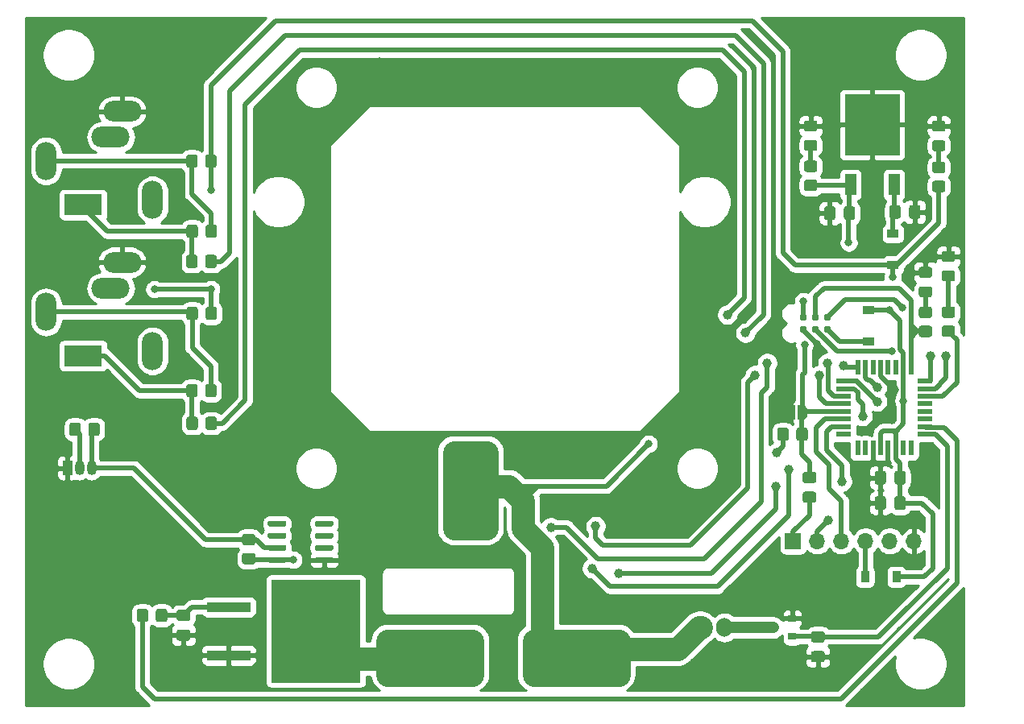
<source format=gbr>
%TF.GenerationSoftware,KiCad,Pcbnew,5.1.12-84ad8e8a86~92~ubuntu20.04.1*%
%TF.CreationDate,2021-11-15T21:49:06+01:00*%
%TF.ProjectId,incubator_bottom,696e6375-6261-4746-9f72-5f626f74746f,rev?*%
%TF.SameCoordinates,Original*%
%TF.FileFunction,Copper,L1,Top*%
%TF.FilePolarity,Positive*%
%FSLAX46Y46*%
G04 Gerber Fmt 4.6, Leading zero omitted, Abs format (unit mm)*
G04 Created by KiCad (PCBNEW 5.1.12-84ad8e8a86~92~ubuntu20.04.1) date 2021-11-15 21:49:06*
%MOMM*%
%LPD*%
G01*
G04 APERTURE LIST*
%TA.AperFunction,SMDPad,CuDef*%
%ADD10R,5.800000X6.400000*%
%TD*%
%TA.AperFunction,SMDPad,CuDef*%
%ADD11R,1.200000X2.200000*%
%TD*%
%TA.AperFunction,SMDPad,CuDef*%
%ADD12R,1.200000X0.900000*%
%TD*%
%TA.AperFunction,ComponentPad*%
%ADD13O,1.700000X1.700000*%
%TD*%
%TA.AperFunction,ComponentPad*%
%ADD14R,1.700000X1.700000*%
%TD*%
%TA.AperFunction,SMDPad,CuDef*%
%ADD15R,0.900000X1.200000*%
%TD*%
%TA.AperFunction,ConnectorPad*%
%ADD16C,0.787400*%
%TD*%
%TA.AperFunction,ComponentPad*%
%ADD17R,4.000000X2.200000*%
%TD*%
%TA.AperFunction,ComponentPad*%
%ADD18O,2.200000X4.000000*%
%TD*%
%TA.AperFunction,ComponentPad*%
%ADD19O,4.000000X2.200000*%
%TD*%
%TA.AperFunction,SMDPad,CuDef*%
%ADD20C,0.100000*%
%TD*%
%TA.AperFunction,SMDPad,CuDef*%
%ADD21R,0.900000X0.800000*%
%TD*%
%TA.AperFunction,ComponentPad*%
%ADD22O,1.050000X1.500000*%
%TD*%
%TA.AperFunction,ComponentPad*%
%ADD23R,1.050000X1.500000*%
%TD*%
%TA.AperFunction,SMDPad,CuDef*%
%ADD24R,0.550000X1.600000*%
%TD*%
%TA.AperFunction,SMDPad,CuDef*%
%ADD25R,1.600000X0.550000*%
%TD*%
%TA.AperFunction,ComponentPad*%
%ADD26O,1.700000X2.000000*%
%TD*%
%TA.AperFunction,SMDPad,CuDef*%
%ADD27R,4.600000X1.100000*%
%TD*%
%TA.AperFunction,SMDPad,CuDef*%
%ADD28R,9.400000X10.800000*%
%TD*%
%TA.AperFunction,ViaPad*%
%ADD29C,1.000000*%
%TD*%
%TA.AperFunction,ViaPad*%
%ADD30C,0.800000*%
%TD*%
%TA.AperFunction,Conductor*%
%ADD31C,0.508000*%
%TD*%
%TA.AperFunction,Conductor*%
%ADD32C,0.250000*%
%TD*%
%TA.AperFunction,Conductor*%
%ADD33C,2.438400*%
%TD*%
%TA.AperFunction,Conductor*%
%ADD34C,1.219200*%
%TD*%
%TA.AperFunction,Conductor*%
%ADD35C,0.254000*%
%TD*%
%TA.AperFunction,Conductor*%
%ADD36C,0.100000*%
%TD*%
G04 APERTURE END LIST*
%TO.P,R2,2*%
%TO.N,Net-(D5-Pad2)*%
%TA.AperFunction,SMDPad,CuDef*%
G36*
G01*
X97097001Y56661000D02*
X96196999Y56661000D01*
G75*
G02*
X95947000Y56910999I0J249999D01*
G01*
X95947000Y57611001D01*
G75*
G02*
X96196999Y57861000I249999J0D01*
G01*
X97097001Y57861000D01*
G75*
G02*
X97347000Y57611001I0J-249999D01*
G01*
X97347000Y56910999D01*
G75*
G02*
X97097001Y56661000I-249999J0D01*
G01*
G37*
%TD.AperFunction*%
%TO.P,R2,1*%
%TO.N,VIN*%
%TA.AperFunction,SMDPad,CuDef*%
G36*
G01*
X97097001Y54661000D02*
X96196999Y54661000D01*
G75*
G02*
X95947000Y54910999I0J249999D01*
G01*
X95947000Y55611001D01*
G75*
G02*
X96196999Y55861000I249999J0D01*
G01*
X97097001Y55861000D01*
G75*
G02*
X97347000Y55611001I0J-249999D01*
G01*
X97347000Y54910999D01*
G75*
G02*
X97097001Y54661000I-249999J0D01*
G01*
G37*
%TD.AperFunction*%
%TD*%
%TO.P,R1,2*%
%TO.N,Net-(D4-Pad2)*%
%TA.AperFunction,SMDPad,CuDef*%
G36*
G01*
X83635001Y56772000D02*
X82734999Y56772000D01*
G75*
G02*
X82485000Y57021999I0J249999D01*
G01*
X82485000Y57722001D01*
G75*
G02*
X82734999Y57972000I249999J0D01*
G01*
X83635001Y57972000D01*
G75*
G02*
X83885000Y57722001I0J-249999D01*
G01*
X83885000Y57021999D01*
G75*
G02*
X83635001Y56772000I-249999J0D01*
G01*
G37*
%TD.AperFunction*%
%TO.P,R1,1*%
%TO.N,12V*%
%TA.AperFunction,SMDPad,CuDef*%
G36*
G01*
X83635001Y54772000D02*
X82734999Y54772000D01*
G75*
G02*
X82485000Y55021999I0J249999D01*
G01*
X82485000Y55722001D01*
G75*
G02*
X82734999Y55972000I249999J0D01*
G01*
X83635001Y55972000D01*
G75*
G02*
X83885000Y55722001I0J-249999D01*
G01*
X83885000Y55021999D01*
G75*
G02*
X83635001Y54772000I-249999J0D01*
G01*
G37*
%TD.AperFunction*%
%TD*%
%TO.P,D5,2*%
%TO.N,Net-(D5-Pad2)*%
%TA.AperFunction,SMDPad,CuDef*%
G36*
G01*
X96196999Y60120000D02*
X97097001Y60120000D01*
G75*
G02*
X97347000Y59870001I0J-249999D01*
G01*
X97347000Y59219999D01*
G75*
G02*
X97097001Y58970000I-249999J0D01*
G01*
X96196999Y58970000D01*
G75*
G02*
X95947000Y59219999I0J249999D01*
G01*
X95947000Y59870001D01*
G75*
G02*
X96196999Y60120000I249999J0D01*
G01*
G37*
%TD.AperFunction*%
%TO.P,D5,1*%
%TO.N,GND*%
%TA.AperFunction,SMDPad,CuDef*%
G36*
G01*
X96196999Y62170000D02*
X97097001Y62170000D01*
G75*
G02*
X97347000Y61920001I0J-249999D01*
G01*
X97347000Y61269999D01*
G75*
G02*
X97097001Y61020000I-249999J0D01*
G01*
X96196999Y61020000D01*
G75*
G02*
X95947000Y61269999I0J249999D01*
G01*
X95947000Y61920001D01*
G75*
G02*
X96196999Y62170000I249999J0D01*
G01*
G37*
%TD.AperFunction*%
%TD*%
%TO.P,D4,2*%
%TO.N,Net-(D4-Pad2)*%
%TA.AperFunction,SMDPad,CuDef*%
G36*
G01*
X82734999Y60138000D02*
X83635001Y60138000D01*
G75*
G02*
X83885000Y59888001I0J-249999D01*
G01*
X83885000Y59237999D01*
G75*
G02*
X83635001Y58988000I-249999J0D01*
G01*
X82734999Y58988000D01*
G75*
G02*
X82485000Y59237999I0J249999D01*
G01*
X82485000Y59888001D01*
G75*
G02*
X82734999Y60138000I249999J0D01*
G01*
G37*
%TD.AperFunction*%
%TO.P,D4,1*%
%TO.N,GND*%
%TA.AperFunction,SMDPad,CuDef*%
G36*
G01*
X82734999Y62188000D02*
X83635001Y62188000D01*
G75*
G02*
X83885000Y61938001I0J-249999D01*
G01*
X83885000Y61287999D01*
G75*
G02*
X83635001Y61038000I-249999J0D01*
G01*
X82734999Y61038000D01*
G75*
G02*
X82485000Y61287999I0J249999D01*
G01*
X82485000Y61938001D01*
G75*
G02*
X82734999Y62188000I249999J0D01*
G01*
G37*
%TD.AperFunction*%
%TD*%
%TO.P,C7,2*%
%TO.N,GND*%
%TA.AperFunction,SMDPad,CuDef*%
G36*
G01*
X93541000Y52103000D02*
X93541000Y53053000D01*
G75*
G02*
X93791000Y53303000I250000J0D01*
G01*
X94466000Y53303000D01*
G75*
G02*
X94716000Y53053000I0J-250000D01*
G01*
X94716000Y52103000D01*
G75*
G02*
X94466000Y51853000I-250000J0D01*
G01*
X93791000Y51853000D01*
G75*
G02*
X93541000Y52103000I0J250000D01*
G01*
G37*
%TD.AperFunction*%
%TO.P,C7,1*%
%TO.N,Net-(C7-Pad1)*%
%TA.AperFunction,SMDPad,CuDef*%
G36*
G01*
X91466000Y52103000D02*
X91466000Y53053000D01*
G75*
G02*
X91716000Y53303000I250000J0D01*
G01*
X92391000Y53303000D01*
G75*
G02*
X92641000Y53053000I0J-250000D01*
G01*
X92641000Y52103000D01*
G75*
G02*
X92391000Y51853000I-250000J0D01*
G01*
X91716000Y51853000D01*
G75*
G02*
X91466000Y52103000I0J250000D01*
G01*
G37*
%TD.AperFunction*%
%TD*%
%TO.P,C6,2*%
%TO.N,GND*%
%TA.AperFunction,SMDPad,CuDef*%
G36*
G01*
X85783000Y52926000D02*
X85783000Y51976000D01*
G75*
G02*
X85533000Y51726000I-250000J0D01*
G01*
X84858000Y51726000D01*
G75*
G02*
X84608000Y51976000I0J250000D01*
G01*
X84608000Y52926000D01*
G75*
G02*
X84858000Y53176000I250000J0D01*
G01*
X85533000Y53176000D01*
G75*
G02*
X85783000Y52926000I0J-250000D01*
G01*
G37*
%TD.AperFunction*%
%TO.P,C6,1*%
%TO.N,12V*%
%TA.AperFunction,SMDPad,CuDef*%
G36*
G01*
X87858000Y52926000D02*
X87858000Y51976000D01*
G75*
G02*
X87608000Y51726000I-250000J0D01*
G01*
X86933000Y51726000D01*
G75*
G02*
X86683000Y51976000I0J250000D01*
G01*
X86683000Y52926000D01*
G75*
G02*
X86933000Y53176000I250000J0D01*
G01*
X87608000Y53176000D01*
G75*
G02*
X87858000Y52926000I0J-250000D01*
G01*
G37*
%TD.AperFunction*%
%TD*%
D10*
%TO.P,U5,2*%
%TO.N,GND*%
X89661000Y61746000D03*
D11*
%TO.P,U5,3*%
%TO.N,Net-(C7-Pad1)*%
X91941000Y55446000D03*
%TO.P,U5,1*%
%TO.N,12V*%
X87381000Y55446000D03*
%TD*%
D12*
%TO.P,D3,2*%
%TO.N,Net-(C7-Pad1)*%
X91821000Y50291000D03*
%TO.P,D3,1*%
%TO.N,VIN*%
X91821000Y46991000D03*
%TD*%
D13*
%TO.P,J8,6*%
%TO.N,GND*%
X94038000Y17968000D03*
%TO.P,J8,5*%
%TO.N,Net-(J8-Pad5)*%
X91498000Y17968000D03*
%TO.P,J8,4*%
%TO.N,Net-(D2-Pad2)*%
X88958000Y17968000D03*
%TO.P,J8,3*%
%TO.N,RX*%
X86418000Y17968000D03*
%TO.P,J8,2*%
%TO.N,TX*%
X83878000Y17968000D03*
D14*
%TO.P,J8,1*%
%TO.N,Net-(C5-Pad2)*%
X81338000Y17968000D03*
%TD*%
D15*
%TO.P,D2,2*%
%TO.N,Net-(D2-Pad2)*%
X88901000Y14224000D03*
%TO.P,D2,1*%
%TO.N,VIN*%
X92201000Y14224000D03*
%TD*%
%TO.P,C5,2*%
%TO.N,Net-(C5-Pad2)*%
%TA.AperFunction,SMDPad,CuDef*%
G36*
G01*
X82583000Y23172000D02*
X83533000Y23172000D01*
G75*
G02*
X83783000Y22922000I0J-250000D01*
G01*
X83783000Y22247000D01*
G75*
G02*
X83533000Y21997000I-250000J0D01*
G01*
X82583000Y21997000D01*
G75*
G02*
X82333000Y22247000I0J250000D01*
G01*
X82333000Y22922000D01*
G75*
G02*
X82583000Y23172000I250000J0D01*
G01*
G37*
%TD.AperFunction*%
%TO.P,C5,1*%
%TO.N,~RESET*%
%TA.AperFunction,SMDPad,CuDef*%
G36*
G01*
X82583000Y25247000D02*
X83533000Y25247000D01*
G75*
G02*
X83783000Y24997000I0J-250000D01*
G01*
X83783000Y24322000D01*
G75*
G02*
X83533000Y24072000I-250000J0D01*
G01*
X82583000Y24072000D01*
G75*
G02*
X82333000Y24322000I0J250000D01*
G01*
X82333000Y24997000D01*
G75*
G02*
X82583000Y25247000I250000J0D01*
G01*
G37*
%TD.AperFunction*%
%TD*%
%TO.P,C3,2*%
%TO.N,GND*%
%TA.AperFunction,SMDPad,CuDef*%
G36*
G01*
X83472000Y6408000D02*
X84422000Y6408000D01*
G75*
G02*
X84672000Y6158000I0J-250000D01*
G01*
X84672000Y5483000D01*
G75*
G02*
X84422000Y5233000I-250000J0D01*
G01*
X83472000Y5233000D01*
G75*
G02*
X83222000Y5483000I0J250000D01*
G01*
X83222000Y6158000D01*
G75*
G02*
X83472000Y6408000I250000J0D01*
G01*
G37*
%TD.AperFunction*%
%TO.P,C3,1*%
%TO.N,FAN*%
%TA.AperFunction,SMDPad,CuDef*%
G36*
G01*
X83472000Y8483000D02*
X84422000Y8483000D01*
G75*
G02*
X84672000Y8233000I0J-250000D01*
G01*
X84672000Y7558000D01*
G75*
G02*
X84422000Y7308000I-250000J0D01*
G01*
X83472000Y7308000D01*
G75*
G02*
X83222000Y7558000I0J250000D01*
G01*
X83222000Y8233000D01*
G75*
G02*
X83472000Y8483000I250000J0D01*
G01*
G37*
%TD.AperFunction*%
%TD*%
%TO.P,C1,2*%
%TO.N,GND*%
%TA.AperFunction,SMDPad,CuDef*%
G36*
G01*
X91095500Y22446000D02*
X91095500Y21496000D01*
G75*
G02*
X90845500Y21246000I-250000J0D01*
G01*
X90170500Y21246000D01*
G75*
G02*
X89920500Y21496000I0J250000D01*
G01*
X89920500Y22446000D01*
G75*
G02*
X90170500Y22696000I250000J0D01*
G01*
X90845500Y22696000D01*
G75*
G02*
X91095500Y22446000I0J-250000D01*
G01*
G37*
%TD.AperFunction*%
%TO.P,C1,1*%
%TO.N,VIN*%
%TA.AperFunction,SMDPad,CuDef*%
G36*
G01*
X93170500Y22446000D02*
X93170500Y21496000D01*
G75*
G02*
X92920500Y21246000I-250000J0D01*
G01*
X92245500Y21246000D01*
G75*
G02*
X91995500Y21496000I0J250000D01*
G01*
X91995500Y22446000D01*
G75*
G02*
X92245500Y22696000I250000J0D01*
G01*
X92920500Y22696000D01*
G75*
G02*
X93170500Y22446000I0J-250000D01*
G01*
G37*
%TD.AperFunction*%
%TD*%
%TO.P,C2,1*%
%TO.N,VIN*%
%TA.AperFunction,SMDPad,CuDef*%
G36*
G01*
X93170500Y25113000D02*
X93170500Y24163000D01*
G75*
G02*
X92920500Y23913000I-250000J0D01*
G01*
X92245500Y23913000D01*
G75*
G02*
X91995500Y24163000I0J250000D01*
G01*
X91995500Y25113000D01*
G75*
G02*
X92245500Y25363000I250000J0D01*
G01*
X92920500Y25363000D01*
G75*
G02*
X93170500Y25113000I0J-250000D01*
G01*
G37*
%TD.AperFunction*%
%TO.P,C2,2*%
%TO.N,GND*%
%TA.AperFunction,SMDPad,CuDef*%
G36*
G01*
X91095500Y25113000D02*
X91095500Y24163000D01*
G75*
G02*
X90845500Y23913000I-250000J0D01*
G01*
X90170500Y23913000D01*
G75*
G02*
X89920500Y24163000I0J250000D01*
G01*
X89920500Y25113000D01*
G75*
G02*
X90170500Y25363000I250000J0D01*
G01*
X90845500Y25363000D01*
G75*
G02*
X91095500Y25113000I0J-250000D01*
G01*
G37*
%TD.AperFunction*%
%TD*%
D12*
%TO.P,D1,1*%
%TO.N,VIN*%
X89281000Y42290000D03*
%TO.P,D1,2*%
%TO.N,Net-(D1-Pad2)*%
X89281000Y38990000D03*
%TD*%
D16*
%TO.P,J2,1*%
%TO.N,MISO*%
X84963000Y41529000D03*
%TO.P,J2,2*%
%TO.N,Net-(D1-Pad2)*%
X84963000Y40259000D03*
%TO.P,J2,3*%
%TO.N,SCK|MONITORING*%
X83693000Y41529000D03*
%TO.P,J2,4*%
%TO.N,MOSI*%
X83693000Y40259000D03*
%TO.P,J2,5*%
%TO.N,~RESET*%
X82423000Y41529000D03*
%TO.P,J2,6*%
%TO.N,GND*%
X82423000Y40259000D03*
%TD*%
D17*
%TO.P,J5,T*%
%TO.N,Net-(J5-PadT)*%
X6731000Y37465000D03*
D18*
%TO.P,J5,TN*%
%TO.N,Net-(J5-PadTN)*%
X14031000Y37965000D03*
D19*
%TO.P,J5,RN*%
%TO.N,Net-(J5-PadRN)*%
X9631000Y44565000D03*
%TO.P,J5,R*%
%TO.N,GND*%
X10831000Y47265000D03*
D18*
%TO.P,J5,S*%
%TO.N,Net-(J5-PadS)*%
X2831000Y42065000D03*
%TD*%
%TO.P,J6,S*%
%TO.N,Net-(J6-PadS)*%
X2831000Y57940000D03*
D19*
%TO.P,J6,R*%
%TO.N,GND*%
X10831000Y63140000D03*
%TO.P,J6,RN*%
%TO.N,Net-(J6-PadRN)*%
X9631000Y60440000D03*
D18*
%TO.P,J6,TN*%
%TO.N,Net-(J6-PadTN)*%
X14031000Y53840000D03*
D17*
%TO.P,J6,T*%
%TO.N,Net-(J6-PadT)*%
X6731000Y53340000D03*
%TD*%
%TA.AperFunction,SMDPad,CuDef*%
D20*
%TO.P,JP1,1*%
%TO.N,~RESET*%
G36*
X81826000Y32246000D02*
G01*
X82326000Y32246000D01*
X82326000Y32245398D01*
X82350534Y32245398D01*
X82399365Y32240588D01*
X82447490Y32231016D01*
X82494445Y32216772D01*
X82539778Y32197995D01*
X82583051Y32174864D01*
X82623850Y32147604D01*
X82661779Y32116476D01*
X82696476Y32081779D01*
X82727604Y32043850D01*
X82754864Y32003051D01*
X82777995Y31959778D01*
X82796772Y31914445D01*
X82811016Y31867490D01*
X82820588Y31819365D01*
X82825398Y31770534D01*
X82825398Y31746000D01*
X82826000Y31746000D01*
X82826000Y31246000D01*
X82825398Y31246000D01*
X82825398Y31221466D01*
X82820588Y31172635D01*
X82811016Y31124510D01*
X82796772Y31077555D01*
X82777995Y31032222D01*
X82754864Y30988949D01*
X82727604Y30948150D01*
X82696476Y30910221D01*
X82661779Y30875524D01*
X82623850Y30844396D01*
X82583051Y30817136D01*
X82539778Y30794005D01*
X82494445Y30775228D01*
X82447490Y30760984D01*
X82399365Y30751412D01*
X82350534Y30746602D01*
X82326000Y30746602D01*
X82326000Y30746000D01*
X81826000Y30746000D01*
X81826000Y32246000D01*
G37*
%TD.AperFunction*%
%TA.AperFunction,SMDPad,CuDef*%
%TO.P,JP1,2*%
%TO.N,GND*%
G36*
X81026000Y30746602D02*
G01*
X81001466Y30746602D01*
X80952635Y30751412D01*
X80904510Y30760984D01*
X80857555Y30775228D01*
X80812222Y30794005D01*
X80768949Y30817136D01*
X80728150Y30844396D01*
X80690221Y30875524D01*
X80655524Y30910221D01*
X80624396Y30948150D01*
X80597136Y30988949D01*
X80574005Y31032222D01*
X80555228Y31077555D01*
X80540984Y31124510D01*
X80531412Y31172635D01*
X80526602Y31221466D01*
X80526602Y31246000D01*
X80526000Y31246000D01*
X80526000Y31746000D01*
X80526602Y31746000D01*
X80526602Y31770534D01*
X80531412Y31819365D01*
X80540984Y31867490D01*
X80555228Y31914445D01*
X80574005Y31959778D01*
X80597136Y32003051D01*
X80624396Y32043850D01*
X80655524Y32081779D01*
X80690221Y32116476D01*
X80728150Y32147604D01*
X80768949Y32174864D01*
X80812222Y32197995D01*
X80857555Y32216772D01*
X80904510Y32231016D01*
X80952635Y32240588D01*
X81001466Y32245398D01*
X81026000Y32245398D01*
X81026000Y32246000D01*
X81526000Y32246000D01*
X81526000Y30746000D01*
X81026000Y30746000D01*
X81026000Y30746602D01*
G37*
%TD.AperFunction*%
%TD*%
D21*
%TO.P,Q1,1*%
%TO.N,FAN*%
X81264000Y7940000D03*
%TO.P,Q1,2*%
%TO.N,GND*%
X81264000Y9840000D03*
%TO.P,Q1,3*%
%TO.N,Net-(J1-Pad2)*%
X79264000Y8890000D03*
%TD*%
%TO.P,R3,2*%
%TO.N,ONE-WIRE-4*%
%TA.AperFunction,SMDPad,CuDef*%
G36*
G01*
X19593000Y29902999D02*
X19593000Y30803001D01*
G75*
G02*
X19842999Y31053000I249999J0D01*
G01*
X20543001Y31053000D01*
G75*
G02*
X20793000Y30803001I0J-249999D01*
G01*
X20793000Y29902999D01*
G75*
G02*
X20543001Y29653000I-249999J0D01*
G01*
X19842999Y29653000D01*
G75*
G02*
X19593000Y29902999I0J249999D01*
G01*
G37*
%TD.AperFunction*%
%TO.P,R3,1*%
%TO.N,Net-(J5-PadT)*%
%TA.AperFunction,SMDPad,CuDef*%
G36*
G01*
X17593000Y29902999D02*
X17593000Y30803001D01*
G75*
G02*
X17842999Y31053000I249999J0D01*
G01*
X18543001Y31053000D01*
G75*
G02*
X18793000Y30803001I0J-249999D01*
G01*
X18793000Y29902999D01*
G75*
G02*
X18543001Y29653000I-249999J0D01*
G01*
X17842999Y29653000D01*
G75*
G02*
X17593000Y29902999I0J249999D01*
G01*
G37*
%TD.AperFunction*%
%TD*%
%TO.P,R4,1*%
%TO.N,VIN*%
%TA.AperFunction,SMDPad,CuDef*%
G36*
G01*
X23679999Y18729000D02*
X24580001Y18729000D01*
G75*
G02*
X24830000Y18479001I0J-249999D01*
G01*
X24830000Y17778999D01*
G75*
G02*
X24580001Y17529000I-249999J0D01*
G01*
X23679999Y17529000D01*
G75*
G02*
X23430000Y17778999I0J249999D01*
G01*
X23430000Y18479001D01*
G75*
G02*
X23679999Y18729000I249999J0D01*
G01*
G37*
%TD.AperFunction*%
%TO.P,R4,2*%
%TO.N,ONE-WIRE-1*%
%TA.AperFunction,SMDPad,CuDef*%
G36*
G01*
X23679999Y16729000D02*
X24580001Y16729000D01*
G75*
G02*
X24830000Y16479001I0J-249999D01*
G01*
X24830000Y15778999D01*
G75*
G02*
X24580001Y15529000I-249999J0D01*
G01*
X23679999Y15529000D01*
G75*
G02*
X23430000Y15778999I0J249999D01*
G01*
X23430000Y16479001D01*
G75*
G02*
X23679999Y16729000I249999J0D01*
G01*
G37*
%TD.AperFunction*%
%TD*%
%TO.P,R5,1*%
%TO.N,Net-(J5-PadS)*%
%TA.AperFunction,SMDPad,CuDef*%
G36*
G01*
X20761000Y34232001D02*
X20761000Y33331999D01*
G75*
G02*
X20511001Y33082000I-249999J0D01*
G01*
X19810999Y33082000D01*
G75*
G02*
X19561000Y33331999I0J249999D01*
G01*
X19561000Y34232001D01*
G75*
G02*
X19810999Y34482000I249999J0D01*
G01*
X20511001Y34482000D01*
G75*
G02*
X20761000Y34232001I0J-249999D01*
G01*
G37*
%TD.AperFunction*%
%TO.P,R5,2*%
%TO.N,Net-(J5-PadT)*%
%TA.AperFunction,SMDPad,CuDef*%
G36*
G01*
X18761000Y34232001D02*
X18761000Y33331999D01*
G75*
G02*
X18511001Y33082000I-249999J0D01*
G01*
X17810999Y33082000D01*
G75*
G02*
X17561000Y33331999I0J249999D01*
G01*
X17561000Y34232001D01*
G75*
G02*
X17810999Y34482000I249999J0D01*
G01*
X18511001Y34482000D01*
G75*
G02*
X18761000Y34232001I0J-249999D01*
G01*
G37*
%TD.AperFunction*%
%TD*%
%TO.P,R6,2*%
%TO.N,Net-(J5-PadS)*%
%TA.AperFunction,SMDPad,CuDef*%
G36*
G01*
X18793000Y42360001D02*
X18793000Y41459999D01*
G75*
G02*
X18543001Y41210000I-249999J0D01*
G01*
X17842999Y41210000D01*
G75*
G02*
X17593000Y41459999I0J249999D01*
G01*
X17593000Y42360001D01*
G75*
G02*
X17842999Y42610000I249999J0D01*
G01*
X18543001Y42610000D01*
G75*
G02*
X18793000Y42360001I0J-249999D01*
G01*
G37*
%TD.AperFunction*%
%TO.P,R6,1*%
%TO.N,VIN*%
%TA.AperFunction,SMDPad,CuDef*%
G36*
G01*
X20793000Y42360001D02*
X20793000Y41459999D01*
G75*
G02*
X20543001Y41210000I-249999J0D01*
G01*
X19842999Y41210000D01*
G75*
G02*
X19593000Y41459999I0J249999D01*
G01*
X19593000Y42360001D01*
G75*
G02*
X19842999Y42610000I249999J0D01*
G01*
X20543001Y42610000D01*
G75*
G02*
X20793000Y42360001I0J-249999D01*
G01*
G37*
%TD.AperFunction*%
%TD*%
%TO.P,R8,2*%
%TO.N,ONE-WIRE-3*%
%TA.AperFunction,SMDPad,CuDef*%
G36*
G01*
X19561000Y46920999D02*
X19561000Y47821001D01*
G75*
G02*
X19810999Y48071000I249999J0D01*
G01*
X20511001Y48071000D01*
G75*
G02*
X20761000Y47821001I0J-249999D01*
G01*
X20761000Y46920999D01*
G75*
G02*
X20511001Y46671000I-249999J0D01*
G01*
X19810999Y46671000D01*
G75*
G02*
X19561000Y46920999I0J249999D01*
G01*
G37*
%TD.AperFunction*%
%TO.P,R8,1*%
%TO.N,Net-(J6-PadT)*%
%TA.AperFunction,SMDPad,CuDef*%
G36*
G01*
X17561000Y46920999D02*
X17561000Y47821001D01*
G75*
G02*
X17810999Y48071000I249999J0D01*
G01*
X18511001Y48071000D01*
G75*
G02*
X18761000Y47821001I0J-249999D01*
G01*
X18761000Y46920999D01*
G75*
G02*
X18511001Y46671000I-249999J0D01*
G01*
X17810999Y46671000D01*
G75*
G02*
X17561000Y46920999I0J249999D01*
G01*
G37*
%TD.AperFunction*%
%TD*%
%TO.P,R9,1*%
%TO.N,Net-(J6-PadS)*%
%TA.AperFunction,SMDPad,CuDef*%
G36*
G01*
X20793000Y50996001D02*
X20793000Y50095999D01*
G75*
G02*
X20543001Y49846000I-249999J0D01*
G01*
X19842999Y49846000D01*
G75*
G02*
X19593000Y50095999I0J249999D01*
G01*
X19593000Y50996001D01*
G75*
G02*
X19842999Y51246000I249999J0D01*
G01*
X20543001Y51246000D01*
G75*
G02*
X20793000Y50996001I0J-249999D01*
G01*
G37*
%TD.AperFunction*%
%TO.P,R9,2*%
%TO.N,Net-(J6-PadT)*%
%TA.AperFunction,SMDPad,CuDef*%
G36*
G01*
X18793000Y50996001D02*
X18793000Y50095999D01*
G75*
G02*
X18543001Y49846000I-249999J0D01*
G01*
X17842999Y49846000D01*
G75*
G02*
X17593000Y50095999I0J249999D01*
G01*
X17593000Y50996001D01*
G75*
G02*
X17842999Y51246000I249999J0D01*
G01*
X18543001Y51246000D01*
G75*
G02*
X18793000Y50996001I0J-249999D01*
G01*
G37*
%TD.AperFunction*%
%TD*%
%TO.P,R10,2*%
%TO.N,Net-(J6-PadS)*%
%TA.AperFunction,SMDPad,CuDef*%
G36*
G01*
X18761000Y58362001D02*
X18761000Y57461999D01*
G75*
G02*
X18511001Y57212000I-249999J0D01*
G01*
X17810999Y57212000D01*
G75*
G02*
X17561000Y57461999I0J249999D01*
G01*
X17561000Y58362001D01*
G75*
G02*
X17810999Y58612000I249999J0D01*
G01*
X18511001Y58612000D01*
G75*
G02*
X18761000Y58362001I0J-249999D01*
G01*
G37*
%TD.AperFunction*%
%TO.P,R10,1*%
%TO.N,VIN*%
%TA.AperFunction,SMDPad,CuDef*%
G36*
G01*
X20761000Y58362001D02*
X20761000Y57461999D01*
G75*
G02*
X20511001Y57212000I-249999J0D01*
G01*
X19810999Y57212000D01*
G75*
G02*
X19561000Y57461999I0J249999D01*
G01*
X19561000Y58362001D01*
G75*
G02*
X19810999Y58612000I249999J0D01*
G01*
X20511001Y58612000D01*
G75*
G02*
X20761000Y58362001I0J-249999D01*
G01*
G37*
%TD.AperFunction*%
%TD*%
%TO.P,R11,2*%
%TO.N,ONE-WIRE-2*%
%TA.AperFunction,SMDPad,CuDef*%
G36*
G01*
X6474000Y30168001D02*
X6474000Y29267999D01*
G75*
G02*
X6224001Y29018000I-249999J0D01*
G01*
X5523999Y29018000D01*
G75*
G02*
X5274000Y29267999I0J249999D01*
G01*
X5274000Y30168001D01*
G75*
G02*
X5523999Y30418000I249999J0D01*
G01*
X6224001Y30418000D01*
G75*
G02*
X6474000Y30168001I0J-249999D01*
G01*
G37*
%TD.AperFunction*%
%TO.P,R11,1*%
%TO.N,VIN*%
%TA.AperFunction,SMDPad,CuDef*%
G36*
G01*
X8474000Y30168001D02*
X8474000Y29267999D01*
G75*
G02*
X8224001Y29018000I-249999J0D01*
G01*
X7523999Y29018000D01*
G75*
G02*
X7274000Y29267999I0J249999D01*
G01*
X7274000Y30168001D01*
G75*
G02*
X7523999Y30418000I249999J0D01*
G01*
X8224001Y30418000D01*
G75*
G02*
X8474000Y30168001I0J-249999D01*
G01*
G37*
%TD.AperFunction*%
%TD*%
%TO.P,R12,1*%
%TO.N,VIN*%
%TA.AperFunction,SMDPad,CuDef*%
G36*
G01*
X79680000Y28759999D02*
X79680000Y29660001D01*
G75*
G02*
X79929999Y29910000I249999J0D01*
G01*
X80630001Y29910000D01*
G75*
G02*
X80880000Y29660001I0J-249999D01*
G01*
X80880000Y28759999D01*
G75*
G02*
X80630001Y28510000I-249999J0D01*
G01*
X79929999Y28510000D01*
G75*
G02*
X79680000Y28759999I0J249999D01*
G01*
G37*
%TD.AperFunction*%
%TO.P,R12,2*%
%TO.N,~RESET*%
%TA.AperFunction,SMDPad,CuDef*%
G36*
G01*
X81680000Y28759999D02*
X81680000Y29660001D01*
G75*
G02*
X81929999Y29910000I249999J0D01*
G01*
X82630001Y29910000D01*
G75*
G02*
X82880000Y29660001I0J-249999D01*
G01*
X82880000Y28759999D01*
G75*
G02*
X82630001Y28510000I-249999J0D01*
G01*
X81929999Y28510000D01*
G75*
G02*
X81680000Y28759999I0J249999D01*
G01*
G37*
%TD.AperFunction*%
%TD*%
%TO.P,U1,1*%
%TO.N,Net-(U1-Pad1)*%
%TA.AperFunction,SMDPad,CuDef*%
G36*
G01*
X26141000Y19662000D02*
X26141000Y19962000D01*
G75*
G02*
X26291000Y20112000I150000J0D01*
G01*
X27941000Y20112000D01*
G75*
G02*
X28091000Y19962000I0J-150000D01*
G01*
X28091000Y19662000D01*
G75*
G02*
X27941000Y19512000I-150000J0D01*
G01*
X26291000Y19512000D01*
G75*
G02*
X26141000Y19662000I0J150000D01*
G01*
G37*
%TD.AperFunction*%
%TO.P,U1,2*%
%TO.N,Net-(U1-Pad2)*%
%TA.AperFunction,SMDPad,CuDef*%
G36*
G01*
X26141000Y18392000D02*
X26141000Y18692000D01*
G75*
G02*
X26291000Y18842000I150000J0D01*
G01*
X27941000Y18842000D01*
G75*
G02*
X28091000Y18692000I0J-150000D01*
G01*
X28091000Y18392000D01*
G75*
G02*
X27941000Y18242000I-150000J0D01*
G01*
X26291000Y18242000D01*
G75*
G02*
X26141000Y18392000I0J150000D01*
G01*
G37*
%TD.AperFunction*%
%TO.P,U1,3*%
%TO.N,VIN*%
%TA.AperFunction,SMDPad,CuDef*%
G36*
G01*
X26141000Y17122000D02*
X26141000Y17422000D01*
G75*
G02*
X26291000Y17572000I150000J0D01*
G01*
X27941000Y17572000D01*
G75*
G02*
X28091000Y17422000I0J-150000D01*
G01*
X28091000Y17122000D01*
G75*
G02*
X27941000Y16972000I-150000J0D01*
G01*
X26291000Y16972000D01*
G75*
G02*
X26141000Y17122000I0J150000D01*
G01*
G37*
%TD.AperFunction*%
%TO.P,U1,4*%
%TO.N,ONE-WIRE-1*%
%TA.AperFunction,SMDPad,CuDef*%
G36*
G01*
X26141000Y15852000D02*
X26141000Y16152000D01*
G75*
G02*
X26291000Y16302000I150000J0D01*
G01*
X27941000Y16302000D01*
G75*
G02*
X28091000Y16152000I0J-150000D01*
G01*
X28091000Y15852000D01*
G75*
G02*
X27941000Y15702000I-150000J0D01*
G01*
X26291000Y15702000D01*
G75*
G02*
X26141000Y15852000I0J150000D01*
G01*
G37*
%TD.AperFunction*%
%TO.P,U1,5*%
%TO.N,GND*%
%TA.AperFunction,SMDPad,CuDef*%
G36*
G01*
X31091000Y15852000D02*
X31091000Y16152000D01*
G75*
G02*
X31241000Y16302000I150000J0D01*
G01*
X32891000Y16302000D01*
G75*
G02*
X33041000Y16152000I0J-150000D01*
G01*
X33041000Y15852000D01*
G75*
G02*
X32891000Y15702000I-150000J0D01*
G01*
X31241000Y15702000D01*
G75*
G02*
X31091000Y15852000I0J150000D01*
G01*
G37*
%TD.AperFunction*%
%TO.P,U1,6*%
%TO.N,Net-(U1-Pad6)*%
%TA.AperFunction,SMDPad,CuDef*%
G36*
G01*
X31091000Y17122000D02*
X31091000Y17422000D01*
G75*
G02*
X31241000Y17572000I150000J0D01*
G01*
X32891000Y17572000D01*
G75*
G02*
X33041000Y17422000I0J-150000D01*
G01*
X33041000Y17122000D01*
G75*
G02*
X32891000Y16972000I-150000J0D01*
G01*
X31241000Y16972000D01*
G75*
G02*
X31091000Y17122000I0J150000D01*
G01*
G37*
%TD.AperFunction*%
%TO.P,U1,7*%
%TO.N,Net-(U1-Pad7)*%
%TA.AperFunction,SMDPad,CuDef*%
G36*
G01*
X31091000Y18392000D02*
X31091000Y18692000D01*
G75*
G02*
X31241000Y18842000I150000J0D01*
G01*
X32891000Y18842000D01*
G75*
G02*
X33041000Y18692000I0J-150000D01*
G01*
X33041000Y18392000D01*
G75*
G02*
X32891000Y18242000I-150000J0D01*
G01*
X31241000Y18242000D01*
G75*
G02*
X31091000Y18392000I0J150000D01*
G01*
G37*
%TD.AperFunction*%
%TO.P,U1,8*%
%TO.N,Net-(U1-Pad8)*%
%TA.AperFunction,SMDPad,CuDef*%
G36*
G01*
X31091000Y19662000D02*
X31091000Y19962000D01*
G75*
G02*
X31241000Y20112000I150000J0D01*
G01*
X32891000Y20112000D01*
G75*
G02*
X33041000Y19962000I0J-150000D01*
G01*
X33041000Y19662000D01*
G75*
G02*
X32891000Y19512000I-150000J0D01*
G01*
X31241000Y19512000D01*
G75*
G02*
X31091000Y19662000I0J150000D01*
G01*
G37*
%TD.AperFunction*%
%TD*%
D22*
%TO.P,U2,2*%
%TO.N,ONE-WIRE-2*%
X6350000Y25654000D03*
%TO.P,U2,3*%
%TO.N,VIN*%
X7620000Y25654000D03*
D23*
%TO.P,U2,1*%
%TO.N,GND*%
X5080000Y25654000D03*
%TD*%
D24*
%TO.P,U3,1*%
%TO.N,D3*%
X88132000Y27754000D03*
%TO.P,U3,2*%
%TO.N,D4*%
X88932000Y27754000D03*
%TO.P,U3,3*%
%TO.N,GND*%
X89732000Y27754000D03*
%TO.P,U3,4*%
%TO.N,VIN*%
X90532000Y27754000D03*
%TO.P,U3,5*%
%TO.N,GND*%
X91332000Y27754000D03*
%TO.P,U3,6*%
%TO.N,VIN*%
X92132000Y27754000D03*
%TO.P,U3,7*%
%TO.N,Net-(U3-Pad7)*%
X92932000Y27754000D03*
%TO.P,U3,8*%
%TO.N,Net-(U3-Pad8)*%
X93732000Y27754000D03*
D25*
%TO.P,U3,9*%
%TO.N,FAN*%
X95182000Y29204000D03*
%TO.P,U3,10*%
%TO.N,PID*%
X95182000Y30004000D03*
%TO.P,U3,11*%
%TO.N,D7*%
X95182000Y30804000D03*
%TO.P,U3,12*%
%TO.N,Net-(U3-Pad12)*%
X95182000Y31604000D03*
%TO.P,U3,13*%
%TO.N,Net-(U3-Pad13)*%
X95182000Y32404000D03*
%TO.P,U3,14*%
%TO.N,ERROR*%
X95182000Y33204000D03*
%TO.P,U3,15*%
%TO.N,MOSI*%
X95182000Y34004000D03*
%TO.P,U3,16*%
%TO.N,MISO*%
X95182000Y34804000D03*
D24*
%TO.P,U3,17*%
%TO.N,SCK|MONITORING*%
X93732000Y36254000D03*
%TO.P,U3,18*%
%TO.N,VIN*%
X92932000Y36254000D03*
%TO.P,U3,19*%
%TO.N,Net-(U3-Pad19)*%
X92132000Y36254000D03*
%TO.P,U3,20*%
%TO.N,Net-(U3-Pad20)*%
X91332000Y36254000D03*
%TO.P,U3,21*%
%TO.N,GND*%
X90532000Y36254000D03*
%TO.P,U3,22*%
%TO.N,Net-(U3-Pad22)*%
X89732000Y36254000D03*
%TO.P,U3,23*%
%TO.N,ONE-WIRE-4*%
X88932000Y36254000D03*
%TO.P,U3,24*%
%TO.N,ONE-WIRE-3*%
X88132000Y36254000D03*
D25*
%TO.P,U3,25*%
%TO.N,ONE-WIRE-2*%
X86682000Y34804000D03*
%TO.P,U3,26*%
%TO.N,ONE-WIRE-1*%
X86682000Y34004000D03*
%TO.P,U3,27*%
%TO.N,SDA*%
X86682000Y33204000D03*
%TO.P,U3,28*%
%TO.N,SCL*%
X86682000Y32404000D03*
%TO.P,U3,29*%
%TO.N,~RESET*%
X86682000Y31604000D03*
%TO.P,U3,30*%
%TO.N,RX*%
X86682000Y30804000D03*
%TO.P,U3,31*%
%TO.N,TX*%
X86682000Y30004000D03*
%TO.P,U3,32*%
%TO.N,D2*%
X86682000Y29204000D03*
%TD*%
%TO.P,J1,1*%
%TO.N,12V*%
%TA.AperFunction,ComponentPad*%
G36*
G01*
X70778000Y8140000D02*
X70778000Y9640000D01*
G75*
G02*
X71028000Y9890000I250000J0D01*
G01*
X72228000Y9890000D01*
G75*
G02*
X72478000Y9640000I0J-250000D01*
G01*
X72478000Y8140000D01*
G75*
G02*
X72228000Y7890000I-250000J0D01*
G01*
X71028000Y7890000D01*
G75*
G02*
X70778000Y8140000I0J250000D01*
G01*
G37*
%TD.AperFunction*%
D26*
%TO.P,J1,2*%
%TO.N,Net-(J1-Pad2)*%
X74128000Y8890000D03*
%TD*%
%TO.P,C4,1*%
%TO.N,Net-(C4-Pad1)*%
%TA.AperFunction,SMDPad,CuDef*%
G36*
G01*
X16797000Y10747500D02*
X17747000Y10747500D01*
G75*
G02*
X17997000Y10497500I0J-250000D01*
G01*
X17997000Y9822500D01*
G75*
G02*
X17747000Y9572500I-250000J0D01*
G01*
X16797000Y9572500D01*
G75*
G02*
X16547000Y9822500I0J250000D01*
G01*
X16547000Y10497500D01*
G75*
G02*
X16797000Y10747500I250000J0D01*
G01*
G37*
%TD.AperFunction*%
%TO.P,C4,2*%
%TO.N,GND*%
%TA.AperFunction,SMDPad,CuDef*%
G36*
G01*
X16797000Y8672500D02*
X17747000Y8672500D01*
G75*
G02*
X17997000Y8422500I0J-250000D01*
G01*
X17997000Y7747500D01*
G75*
G02*
X17747000Y7497500I-250000J0D01*
G01*
X16797000Y7497500D01*
G75*
G02*
X16547000Y7747500I0J250000D01*
G01*
X16547000Y8422500D01*
G75*
G02*
X16797000Y8672500I250000J0D01*
G01*
G37*
%TD.AperFunction*%
%TD*%
D27*
%TO.P,Q2,1*%
%TO.N,Net-(C4-Pad1)*%
X22038000Y11049000D03*
%TO.P,Q2,3*%
%TO.N,GND*%
X22038000Y5969000D03*
D28*
%TO.P,Q2,2*%
%TO.N,Net-(J12-Pad1)*%
X31188000Y8509000D03*
%TD*%
%TO.P,R13,1*%
%TO.N,Net-(C4-Pad1)*%
%TA.AperFunction,SMDPad,CuDef*%
G36*
G01*
X15570000Y10610001D02*
X15570000Y9709999D01*
G75*
G02*
X15320001Y9460000I-249999J0D01*
G01*
X14619999Y9460000D01*
G75*
G02*
X14370000Y9709999I0J249999D01*
G01*
X14370000Y10610001D01*
G75*
G02*
X14619999Y10860000I249999J0D01*
G01*
X15320001Y10860000D01*
G75*
G02*
X15570000Y10610001I0J-249999D01*
G01*
G37*
%TD.AperFunction*%
%TO.P,R13,2*%
%TO.N,PID*%
%TA.AperFunction,SMDPad,CuDef*%
G36*
G01*
X13570000Y10610001D02*
X13570000Y9709999D01*
G75*
G02*
X13320001Y9460000I-249999J0D01*
G01*
X12619999Y9460000D01*
G75*
G02*
X12370000Y9709999I0J249999D01*
G01*
X12370000Y10610001D01*
G75*
G02*
X12619999Y10860000I249999J0D01*
G01*
X13320001Y10860000D01*
G75*
G02*
X13570000Y10610001I0J-249999D01*
G01*
G37*
%TD.AperFunction*%
%TD*%
%TO.P,D6,2*%
%TO.N,Net-(D6-Pad2)*%
%TA.AperFunction,SMDPad,CuDef*%
G36*
G01*
X94799999Y44753000D02*
X95700001Y44753000D01*
G75*
G02*
X95950000Y44503001I0J-249999D01*
G01*
X95950000Y43852999D01*
G75*
G02*
X95700001Y43603000I-249999J0D01*
G01*
X94799999Y43603000D01*
G75*
G02*
X94550000Y43852999I0J249999D01*
G01*
X94550000Y44503001D01*
G75*
G02*
X94799999Y44753000I249999J0D01*
G01*
G37*
%TD.AperFunction*%
%TO.P,D6,1*%
%TO.N,GND*%
%TA.AperFunction,SMDPad,CuDef*%
G36*
G01*
X94799999Y46803000D02*
X95700001Y46803000D01*
G75*
G02*
X95950000Y46553001I0J-249999D01*
G01*
X95950000Y45902999D01*
G75*
G02*
X95700001Y45653000I-249999J0D01*
G01*
X94799999Y45653000D01*
G75*
G02*
X94550000Y45902999I0J249999D01*
G01*
X94550000Y46553001D01*
G75*
G02*
X94799999Y46803000I249999J0D01*
G01*
G37*
%TD.AperFunction*%
%TD*%
%TO.P,D7,1*%
%TO.N,GND*%
%TA.AperFunction,SMDPad,CuDef*%
G36*
G01*
X97212999Y48472000D02*
X98113001Y48472000D01*
G75*
G02*
X98363000Y48222001I0J-249999D01*
G01*
X98363000Y47571999D01*
G75*
G02*
X98113001Y47322000I-249999J0D01*
G01*
X97212999Y47322000D01*
G75*
G02*
X96963000Y47571999I0J249999D01*
G01*
X96963000Y48222001D01*
G75*
G02*
X97212999Y48472000I249999J0D01*
G01*
G37*
%TD.AperFunction*%
%TO.P,D7,2*%
%TO.N,Net-(D7-Pad2)*%
%TA.AperFunction,SMDPad,CuDef*%
G36*
G01*
X97212999Y46422000D02*
X98113001Y46422000D01*
G75*
G02*
X98363000Y46172001I0J-249999D01*
G01*
X98363000Y45521999D01*
G75*
G02*
X98113001Y45272000I-249999J0D01*
G01*
X97212999Y45272000D01*
G75*
G02*
X96963000Y45521999I0J249999D01*
G01*
X96963000Y46172001D01*
G75*
G02*
X97212999Y46422000I249999J0D01*
G01*
G37*
%TD.AperFunction*%
%TD*%
%TO.P,R14,2*%
%TO.N,SCK|MONITORING*%
%TA.AperFunction,SMDPad,CuDef*%
G36*
G01*
X94799999Y40621000D02*
X95700001Y40621000D01*
G75*
G02*
X95950000Y40371001I0J-249999D01*
G01*
X95950000Y39670999D01*
G75*
G02*
X95700001Y39421000I-249999J0D01*
G01*
X94799999Y39421000D01*
G75*
G02*
X94550000Y39670999I0J249999D01*
G01*
X94550000Y40371001D01*
G75*
G02*
X94799999Y40621000I249999J0D01*
G01*
G37*
%TD.AperFunction*%
%TO.P,R14,1*%
%TO.N,Net-(D6-Pad2)*%
%TA.AperFunction,SMDPad,CuDef*%
G36*
G01*
X94799999Y42621000D02*
X95700001Y42621000D01*
G75*
G02*
X95950000Y42371001I0J-249999D01*
G01*
X95950000Y41670999D01*
G75*
G02*
X95700001Y41421000I-249999J0D01*
G01*
X94799999Y41421000D01*
G75*
G02*
X94550000Y41670999I0J249999D01*
G01*
X94550000Y42371001D01*
G75*
G02*
X94799999Y42621000I249999J0D01*
G01*
G37*
%TD.AperFunction*%
%TD*%
%TO.P,R15,1*%
%TO.N,Net-(D7-Pad2)*%
%TA.AperFunction,SMDPad,CuDef*%
G36*
G01*
X97212999Y42637000D02*
X98113001Y42637000D01*
G75*
G02*
X98363000Y42387001I0J-249999D01*
G01*
X98363000Y41686999D01*
G75*
G02*
X98113001Y41437000I-249999J0D01*
G01*
X97212999Y41437000D01*
G75*
G02*
X96963000Y41686999I0J249999D01*
G01*
X96963000Y42387001D01*
G75*
G02*
X97212999Y42637000I249999J0D01*
G01*
G37*
%TD.AperFunction*%
%TO.P,R15,2*%
%TO.N,ERROR*%
%TA.AperFunction,SMDPad,CuDef*%
G36*
G01*
X97212999Y40637000D02*
X98113001Y40637000D01*
G75*
G02*
X98363000Y40387001I0J-249999D01*
G01*
X98363000Y39686999D01*
G75*
G02*
X98113001Y39437000I-249999J0D01*
G01*
X97212999Y39437000D01*
G75*
G02*
X96963000Y39686999I0J249999D01*
G01*
X96963000Y40387001D01*
G75*
G02*
X97212999Y40637000I249999J0D01*
G01*
G37*
%TD.AperFunction*%
%TD*%
D29*
%TO.N,GND*%
X41021000Y20574000D03*
X41021000Y23114000D03*
X41021000Y25654000D03*
X41021000Y28194000D03*
D30*
X88773000Y25908000D03*
X94488000Y23241000D03*
X91332000Y26181000D03*
X83820000Y38735000D03*
X81153000Y37719000D03*
X89535000Y70231000D03*
X89535000Y67564000D03*
X81280000Y5080000D03*
D29*
X20066000Y19939000D03*
X19177000Y25654000D03*
X66548000Y19050000D03*
X67183000Y21971000D03*
X72517000Y22098000D03*
X98298000Y7620000D03*
X88773000Y2032000D03*
X80391000Y45466000D03*
X91948000Y33909000D03*
X91694000Y30734000D03*
X70993000Y39116000D03*
X70866000Y46990000D03*
X28702000Y39116000D03*
X28575000Y46736000D03*
X79756000Y72136000D03*
X81026000Y70739000D03*
X73787000Y58674000D03*
X73914000Y61087000D03*
X66421000Y68072000D03*
X64770000Y68072000D03*
X36068000Y68199000D03*
X37846000Y68326000D03*
X25273000Y59436000D03*
X25273000Y61087000D03*
X85598000Y2794000D03*
X86995000Y4191000D03*
X15113000Y2921000D03*
X16764000Y2921000D03*
X14224000Y4318000D03*
X12065000Y1397000D03*
X11684000Y4318000D03*
X74676000Y33147000D03*
X74295000Y45847000D03*
D30*
X20574000Y68580000D03*
X21844000Y69850000D03*
X22987000Y70993000D03*
X98552000Y54610000D03*
%TO.N,VIN*%
X20193000Y44450000D03*
X92932000Y32734000D03*
X20161000Y54896000D03*
X14224000Y44450000D03*
X91441000Y42290000D03*
X91821000Y45720000D03*
D29*
X79629000Y27305000D03*
%TO.N,12V*%
X45720000Y27305000D03*
X46863000Y27305000D03*
X48006000Y27305000D03*
X49149000Y27305000D03*
X49149000Y26162000D03*
X48006000Y26162000D03*
X46863000Y26162000D03*
X45720000Y26162000D03*
X49149000Y25019000D03*
X48006000Y25019000D03*
X46863000Y25019000D03*
X45720000Y25019000D03*
X45720000Y23876000D03*
X45720000Y22733000D03*
X46863000Y22733000D03*
X48006000Y22733000D03*
X49149000Y22733000D03*
X49149000Y21590000D03*
X48006000Y21590000D03*
X46863000Y21590000D03*
X45720000Y21590000D03*
X45720000Y20447000D03*
X46863000Y20447000D03*
X48006000Y20447000D03*
X49149000Y20447000D03*
X49149000Y19304000D03*
X48006000Y19304000D03*
X46863000Y19304000D03*
X45720000Y19304000D03*
D30*
X62992000Y3937000D03*
X62992000Y4826000D03*
X62992000Y5715000D03*
X62992000Y6604000D03*
X62992000Y7493000D03*
X62103000Y7112000D03*
X62103000Y6223000D03*
X62103000Y5334000D03*
X62103000Y4445000D03*
X62103000Y3556000D03*
X61214000Y3937000D03*
X61214000Y4826000D03*
X61214000Y5715000D03*
X61214000Y6604000D03*
X61214000Y7493000D03*
X60325000Y7239000D03*
X60325000Y6350000D03*
X60325000Y5461000D03*
X60325000Y4572000D03*
X60325000Y3683000D03*
X59436000Y6604000D03*
X59436000Y5715000D03*
X59436000Y4826000D03*
X59436000Y3937000D03*
X59436000Y7493000D03*
X58547000Y7239000D03*
X58547000Y6350000D03*
X58547000Y5461000D03*
X58547000Y4572000D03*
X58547000Y3683000D03*
X57658000Y3937000D03*
X57658000Y4826000D03*
X57658000Y5715000D03*
X57658000Y6604000D03*
X57658000Y7493000D03*
X56769000Y7112000D03*
X56769000Y6223000D03*
X56769000Y5334000D03*
X56769000Y4445000D03*
X56769000Y3556000D03*
X55880000Y3937000D03*
X55880000Y4826000D03*
X55880000Y5715000D03*
X55880000Y6604000D03*
X55880000Y7493000D03*
X54991000Y7112000D03*
X54991000Y6223000D03*
X54991000Y5334000D03*
X54991000Y4445000D03*
X54991000Y3556000D03*
X54102000Y3937000D03*
X54102000Y4826000D03*
X54102000Y5715000D03*
X54102000Y6604000D03*
X54102000Y7493000D03*
X87185500Y49339500D03*
X66167000Y28194000D03*
%TO.N,MISO*%
X92837000Y42545000D03*
D29*
X95758000Y37465000D03*
D30*
%TO.N,MOSI*%
X91694000Y37973000D03*
D29*
X97409000Y37465000D03*
D30*
%TO.N,~RESET*%
X82423000Y43180000D03*
X82550000Y38608000D03*
D29*
%TO.N,SCL*%
X60579000Y19558000D03*
X84074000Y35433000D03*
X77343000Y35433000D03*
%TO.N,SDA*%
X55880000Y19431000D03*
X84963000Y36703000D03*
X78613000Y36703000D03*
%TO.N,TX*%
X86487000Y24257000D03*
X85021000Y20135000D03*
D30*
%TO.N,Net-(J12-Pad1)*%
X38735000Y7493000D03*
X38735000Y6604000D03*
X38735000Y5715000D03*
X38735000Y4826000D03*
X38735000Y3937000D03*
X39624000Y3937000D03*
X39624000Y4826000D03*
X39624000Y5715000D03*
X39624000Y6604000D03*
X39624000Y7493000D03*
X40513000Y7493000D03*
X40513000Y6604000D03*
X40513000Y5715000D03*
X40513000Y4826000D03*
X40513000Y3937000D03*
X41402000Y3937000D03*
X41402000Y4826000D03*
X41402000Y5715000D03*
X41402000Y6604000D03*
X41402000Y7493000D03*
X42291000Y7493000D03*
X42291000Y6604000D03*
X42291000Y5715000D03*
X42291000Y4826000D03*
X42291000Y3937000D03*
X43180000Y3937000D03*
X43180000Y4826000D03*
X43180000Y5715000D03*
X43180000Y6604000D03*
X43180000Y7493000D03*
X44069000Y7493000D03*
X44069000Y6604000D03*
X44069000Y5715000D03*
X44069000Y4826000D03*
X44069000Y3937000D03*
X44958000Y3937000D03*
X44958000Y4826000D03*
X44958000Y5715000D03*
X44958000Y6604000D03*
X44958000Y7493000D03*
X45847000Y7493000D03*
X45847000Y6604000D03*
X45847000Y5715000D03*
X45847000Y4826000D03*
X45847000Y3937000D03*
X46736000Y3937000D03*
X46736000Y4826000D03*
X46736000Y5715000D03*
X46736000Y6604000D03*
X46736000Y7493000D03*
X47625000Y4826000D03*
X47625000Y6604000D03*
X47625000Y7493000D03*
X47625000Y3937000D03*
X47625000Y5715000D03*
D29*
%TO.N,ONE-WIRE-1*%
X60198000Y15113000D03*
X80899000Y25527000D03*
X88646000Y31115000D03*
D30*
X28829000Y16002000D03*
D29*
%TO.N,ONE-WIRE-2*%
X90170000Y32639000D03*
X79502000Y23749000D03*
X62992000Y14605000D03*
%TO.N,ONE-WIRE-4*%
X90170000Y34163000D03*
X74422000Y41783000D03*
%TO.N,ONE-WIRE-3*%
X86614000Y36449000D03*
X76327000Y39878000D03*
%TD*%
D31*
%TO.N,GND*%
X91332000Y27754000D02*
X91332000Y26181000D01*
D32*
X91332000Y26181000D02*
X91332000Y25889000D01*
D31*
X82423000Y40132000D02*
X83820000Y38735000D01*
X82423000Y40259000D02*
X82423000Y40132000D01*
X88773000Y25908000D02*
X89408000Y25908000D01*
X89732000Y26232000D02*
X89732000Y27754000D01*
X89408000Y25908000D02*
X89732000Y26232000D01*
X90532000Y35325000D02*
X90532000Y36254000D01*
X91948000Y33909000D02*
X90532000Y35325000D01*
%TO.N,VIN*%
X90532000Y27754000D02*
X90532000Y29318000D01*
X90532000Y29318000D02*
X90805000Y29591000D01*
X90805000Y29591000D02*
X91821000Y29591000D01*
X92132000Y29280000D02*
X92132000Y27754000D01*
X91821000Y29591000D02*
X92132000Y29280000D01*
X92202000Y29591000D02*
X91821000Y29591000D01*
X92932000Y30321000D02*
X92202000Y29591000D01*
X92132000Y29521000D02*
X92202000Y29591000D01*
X92132000Y29280000D02*
X92132000Y29521000D01*
X20193000Y41910000D02*
X20193000Y44450000D01*
X20193000Y44450000D02*
X20193000Y44450000D01*
X92932000Y31528000D02*
X92932000Y30512000D01*
X92075000Y41656000D02*
X92075000Y41656000D01*
X92932000Y30512000D02*
X92932000Y30321000D01*
X7874000Y29718000D02*
X7620000Y29464000D01*
X7620000Y29464000D02*
X7620000Y25654000D01*
X92132000Y27754000D02*
X92132000Y26613000D01*
X92583000Y26162000D02*
X92583000Y24638000D01*
X92132000Y26613000D02*
X92583000Y26162000D01*
X92583000Y24638000D02*
X92583000Y21971000D01*
X92583000Y21971000D02*
X94869000Y21971000D01*
X94869000Y21971000D02*
X96012000Y20828000D01*
X92932000Y32734000D02*
X92932000Y31528000D01*
X91441000Y42290000D02*
X91441000Y42290000D01*
X89281000Y42290000D02*
X91441000Y42290000D01*
X27116000Y17272000D02*
X25781000Y17272000D01*
X24924000Y18129000D02*
X24130000Y18129000D01*
X25781000Y17272000D02*
X24924000Y18129000D01*
X92932000Y36254000D02*
X92932000Y32734000D01*
X20161000Y57912000D02*
X20161000Y54896000D01*
X20161000Y54896000D02*
X20161000Y54896000D01*
X20193000Y44450000D02*
X14224000Y44450000D01*
X14224000Y44450000D02*
X14224000Y44450000D01*
X95123000Y14224000D02*
X96012000Y15113000D01*
X92201000Y14224000D02*
X95123000Y14224000D01*
X96012000Y20828000D02*
X96012000Y15113000D01*
X91821000Y46991000D02*
X91821000Y45720000D01*
X92583000Y38100000D02*
X92932000Y37751000D01*
X92583000Y41148000D02*
X92583000Y38100000D01*
X92932000Y37751000D02*
X92932000Y36254000D01*
X91441000Y42290000D02*
X92583000Y41148000D01*
X80280000Y27956000D02*
X79629000Y27305000D01*
X80280000Y29210000D02*
X80280000Y27956000D01*
X81533000Y46991000D02*
X91821000Y46991000D01*
X80264000Y48260000D02*
X81533000Y46991000D01*
X80264000Y69469000D02*
X80264000Y48260000D01*
X77035000Y72698000D02*
X80264000Y69469000D01*
X26938144Y72698000D02*
X77035000Y72698000D01*
X20161000Y65920856D02*
X26938144Y72698000D01*
X20161000Y57912000D02*
X20161000Y65920856D01*
X7620000Y25654000D02*
X12065000Y25654000D01*
X12065000Y25654000D02*
X19590000Y18129000D01*
X19590000Y18129000D02*
X20606000Y18129000D01*
X24130000Y18129000D02*
X20606000Y18129000D01*
X91821000Y46991000D02*
X92203000Y46991000D01*
X96647000Y51435000D02*
X96647000Y51943000D01*
X92203000Y46991000D02*
X96647000Y51435000D01*
X96647000Y51943000D02*
X96647000Y55261000D01*
%TO.N,Net-(D1-Pad2)*%
X86232000Y38990000D02*
X89281000Y38990000D01*
X84963000Y40259000D02*
X86232000Y38990000D01*
D33*
%TO.N,12V*%
X54356000Y7112000D02*
X54991000Y7112000D01*
X54991000Y7112000D02*
X62103000Y7112000D01*
X54102000Y3937000D02*
X62992000Y3937000D01*
X62992000Y3937000D02*
X62992000Y7493000D01*
X62992000Y7493000D02*
X54102000Y7493000D01*
X54102000Y7493000D02*
X54102000Y3937000D01*
X54991000Y5334000D02*
X62103000Y5334000D01*
D31*
X87270500Y55335500D02*
X87381000Y55446000D01*
X87270500Y52451000D02*
X87270500Y55335500D01*
X87185500Y52366000D02*
X87270500Y52451000D01*
X87185500Y49339500D02*
X87185500Y52366000D01*
X51448000Y23736000D02*
X50940000Y23736000D01*
D33*
X51448000Y23736000D02*
X47511000Y23736000D01*
X49149000Y27305000D02*
X49149000Y19304000D01*
X45720000Y19304000D02*
X45720000Y27305000D01*
X47498000Y20066000D02*
X46736000Y19304000D01*
X47498000Y27305000D02*
X47498000Y20066000D01*
X46736000Y19304000D02*
X45720000Y19304000D01*
X49149000Y19304000D02*
X46736000Y19304000D01*
X45720000Y27305000D02*
X47498000Y27305000D01*
X47498000Y27305000D02*
X49149000Y27305000D01*
D31*
X54089000Y23736000D02*
X53962000Y23736000D01*
D33*
X52959000Y22225000D02*
X52705000Y22479000D01*
D31*
X53962000Y23736000D02*
X52705000Y22479000D01*
D33*
X52705000Y22479000D02*
X51448000Y23736000D01*
D31*
X54089000Y23736000D02*
X51448000Y23736000D01*
X52985000Y22225000D02*
X54496000Y23736000D01*
X52959000Y22225000D02*
X52985000Y22225000D01*
X54496000Y23736000D02*
X54089000Y23736000D01*
D33*
X71501000Y8890000D02*
X69215000Y6604000D01*
X71628000Y8890000D02*
X71501000Y8890000D01*
X69215000Y6604000D02*
X54102000Y6604000D01*
X52959000Y19304000D02*
X52959000Y22225000D01*
X54991000Y17272000D02*
X52959000Y19304000D01*
X54991000Y7112000D02*
X54991000Y17272000D01*
D31*
X87307000Y55372000D02*
X87381000Y55446000D01*
X83185000Y55372000D02*
X87307000Y55372000D01*
X61709000Y23736000D02*
X66167000Y28194000D01*
X51448000Y23736000D02*
X61709000Y23736000D01*
D32*
%TO.N,Net-(J1-Pad2)*%
X74168000Y8850000D02*
X74128000Y8890000D01*
D34*
X79264000Y8890000D02*
X74128000Y8890000D01*
D31*
%TO.N,MISO*%
X95182000Y34804000D02*
X95752000Y34804000D01*
X95752000Y34804000D02*
X95758000Y34810000D01*
X95758000Y34810000D02*
X95758000Y37465000D01*
X86804500Y43370500D02*
X92011500Y43370500D01*
X92011500Y43370500D02*
X92837000Y42545000D01*
X84963000Y41529000D02*
X86804500Y43370500D01*
%TO.N,MOSI*%
X83693000Y40259000D02*
X85979000Y37973000D01*
X85979000Y37973000D02*
X91694000Y37973000D01*
X91694000Y37973000D02*
X91694000Y37973000D01*
X96274202Y34004000D02*
X96774000Y34503798D01*
X95182000Y34004000D02*
X96274202Y34004000D01*
X96774000Y34503798D02*
X96774000Y34544000D01*
X96774000Y34544000D02*
X97409000Y35179000D01*
X97409000Y35179000D02*
X97409000Y37465000D01*
X97409000Y37465000D02*
X97409000Y37465000D01*
%TO.N,~RESET*%
X82423000Y41529000D02*
X82423000Y43180000D01*
X82280000Y29210000D02*
X82280000Y27067000D01*
X83058000Y26289000D02*
X83058000Y24659500D01*
X82280000Y27067000D02*
X83058000Y26289000D01*
X82280000Y31450000D02*
X82326000Y31496000D01*
X82280000Y29210000D02*
X82280000Y31450000D01*
X82434000Y31604000D02*
X82326000Y31496000D01*
X86682000Y31604000D02*
X82434000Y31604000D01*
X82550000Y38608000D02*
X82550000Y35687000D01*
X82326000Y35463000D02*
X82326000Y31496000D01*
X82550000Y35687000D02*
X82326000Y35463000D01*
%TO.N,SCL*%
X84817000Y32404000D02*
X84074000Y33147000D01*
X86682000Y32404000D02*
X84817000Y32404000D01*
X84074000Y33147000D02*
X84074000Y35433000D01*
X60597999Y19539001D02*
X60579000Y19558000D01*
X60597999Y18269001D02*
X60597999Y19539001D01*
X61341000Y17526000D02*
X60597999Y18269001D01*
X70572146Y17526000D02*
X61341000Y17526000D01*
X76581000Y23534854D02*
X70572146Y17526000D01*
X76581000Y34671000D02*
X76581000Y23534854D01*
X77343000Y35433000D02*
X76581000Y34671000D01*
%TO.N,SDA*%
X85589798Y33204000D02*
X86682000Y33204000D01*
X85344000Y33449798D02*
X85589798Y33204000D01*
X85028001Y33765797D02*
X85344000Y33449798D01*
X85028001Y36637999D02*
X85028001Y33765797D01*
X84963000Y36703000D02*
X85028001Y36637999D01*
X57531000Y19431000D02*
X55880000Y19431000D01*
X60833000Y16129000D02*
X57531000Y19431000D01*
X72009000Y16129000D02*
X60833000Y16129000D01*
X77978000Y22098000D02*
X72009000Y16129000D01*
X77978000Y33528000D02*
X77978000Y22098000D01*
X78613000Y34163000D02*
X77978000Y33528000D01*
X78613000Y36703000D02*
X78613000Y34163000D01*
%TO.N,Net-(J5-PadT)*%
X12664000Y33782000D02*
X18161000Y33782000D01*
X8981000Y37465000D02*
X12664000Y33782000D01*
X6731000Y37465000D02*
X8981000Y37465000D01*
X18161000Y30385000D02*
X18193000Y30353000D01*
X18161000Y33782000D02*
X18161000Y30385000D01*
%TO.N,Net-(J5-PadS)*%
X18038000Y42065000D02*
X18193000Y41910000D01*
X2831000Y42065000D02*
X18038000Y42065000D01*
X20161000Y33782000D02*
X20161000Y36354000D01*
X18193000Y38322000D02*
X18193000Y41910000D01*
X20161000Y36354000D02*
X18193000Y38322000D01*
%TO.N,Net-(J6-PadS)*%
X18133000Y57940000D02*
X18161000Y57912000D01*
X2577000Y57940000D02*
X18133000Y57940000D01*
X20193000Y50546000D02*
X20193000Y52451000D01*
X18161000Y54483000D02*
X18161000Y57912000D01*
X20193000Y52451000D02*
X18161000Y54483000D01*
%TO.N,Net-(J6-PadT)*%
X18161000Y50514000D02*
X18193000Y50546000D01*
X18161000Y47371000D02*
X18161000Y50514000D01*
X9271000Y50546000D02*
X18193000Y50546000D01*
X6477000Y53340000D02*
X9271000Y50546000D01*
%TO.N,FAN*%
X81264000Y7940000D02*
X83902500Y7940000D01*
X90278646Y7895500D02*
X83947000Y7895500D01*
X92035155Y9652010D02*
X90278646Y7895500D01*
X92074990Y9652010D02*
X97535990Y15113010D01*
X92035155Y9652010D02*
X92074990Y9652010D01*
X96272000Y29204000D02*
X97535990Y27940010D01*
X95182000Y29204000D02*
X96272000Y29204000D01*
X97535990Y27940010D02*
X97535990Y15113010D01*
D32*
%TO.N,Net-(C4-Pad1)*%
X17339000Y10227000D02*
X17272000Y10160000D01*
D31*
X14970000Y10160000D02*
X17272000Y10160000D01*
X18161000Y11049000D02*
X17272000Y10160000D01*
X22038000Y11049000D02*
X18161000Y11049000D01*
%TO.N,PID*%
X12954000Y2667000D02*
X12954000Y6604000D01*
X14224000Y1397000D02*
X12954000Y2667000D01*
X98552000Y13589000D02*
X86360000Y1397000D01*
X98552000Y28575000D02*
X98552000Y13589000D01*
X86360000Y1397000D02*
X14224000Y1397000D01*
X97193999Y29933001D02*
X98552000Y28575000D01*
X12954000Y6604000D02*
X12970000Y6620000D01*
X95288999Y29933001D02*
X97193999Y29933001D01*
X95218000Y30004000D02*
X95288999Y29933001D01*
X12970000Y6620000D02*
X12970000Y10160000D01*
X95182000Y30004000D02*
X95218000Y30004000D01*
%TO.N,Net-(D2-Pad2)*%
X88958000Y14156000D02*
X88899000Y14097000D01*
X88958000Y17968000D02*
X88958000Y14156000D01*
%TO.N,RX*%
X86418000Y19489000D02*
X86418000Y17968000D01*
X86418000Y22167000D02*
X86418000Y19489000D01*
X85090000Y23495000D02*
X86418000Y22167000D01*
X85090000Y26035000D02*
X85090000Y23495000D01*
X83756500Y27368500D02*
X85090000Y26035000D01*
X83756500Y29908500D02*
X83756500Y27368500D01*
X84652000Y30804000D02*
X83756500Y29908500D01*
X86682000Y30804000D02*
X84652000Y30804000D01*
%TO.N,TX*%
X85374000Y30004000D02*
X84836000Y29466000D01*
X86682000Y30004000D02*
X85374000Y30004000D01*
X84836000Y27686000D02*
X84836000Y27559000D01*
X84836000Y27686000D02*
X84836000Y29466000D01*
X84836000Y27559000D02*
X85090000Y27305000D01*
X85090000Y27305000D02*
X86487000Y25908000D01*
X86487000Y25908000D02*
X86487000Y24257000D01*
X86487000Y24257000D02*
X86487000Y24257000D01*
X83878000Y17968000D02*
X83878000Y18992000D01*
X85021000Y20135000D02*
X83878000Y18992000D01*
%TO.N,Net-(C7-Pad1)*%
X91821000Y52345500D02*
X92053500Y52578000D01*
X91821000Y50291000D02*
X91821000Y52345500D01*
X91941000Y52690500D02*
X92053500Y52578000D01*
X91941000Y55446000D02*
X91941000Y52690500D01*
D33*
%TO.N,Net-(J12-Pad1)*%
X47625000Y7493000D02*
X38735000Y7493000D01*
X38735000Y7493000D02*
X38735000Y3937000D01*
X38735000Y3937000D02*
X47625000Y3937000D01*
X47625000Y3937000D02*
X47625000Y7493000D01*
X46736000Y5715000D02*
X39624000Y5715000D01*
X46609000Y5588000D02*
X46736000Y5715000D01*
X31188000Y5588000D02*
X46609000Y5588000D01*
D32*
%TO.N,ONE-WIRE-1*%
X27083000Y15969000D02*
X27116000Y16002000D01*
D31*
X87774202Y34004000D02*
X88138000Y33640202D01*
X86682000Y34004000D02*
X87774202Y34004000D01*
X88138000Y33640202D02*
X88138000Y32893000D01*
X88138000Y32893000D02*
X88646000Y32385000D01*
X88646000Y32385000D02*
X88646000Y31115000D01*
X24257000Y16002000D02*
X24130000Y16129000D01*
X27116000Y16002000D02*
X24257000Y16002000D01*
X27116000Y16002000D02*
X28829000Y16002000D01*
X80899000Y21717000D02*
X80899000Y25527000D01*
X73406000Y13208000D02*
X80899000Y20701000D01*
X62103000Y13208000D02*
X73406000Y13208000D01*
X80899000Y20701000D02*
X80899000Y21717000D01*
X60198000Y15113000D02*
X62103000Y13208000D01*
X28829000Y16002000D02*
X28829000Y16002000D01*
D32*
%TO.N,ONE-WIRE-2*%
X5874000Y29718000D02*
X5874000Y29686000D01*
D31*
X6350000Y29210000D02*
X6350000Y25654000D01*
X5874000Y29686000D02*
X6350000Y29210000D01*
X86682000Y34804000D02*
X88066999Y34804000D01*
X88066999Y34804000D02*
X88005000Y34804000D01*
X88005000Y34804000D02*
X90170000Y32639000D01*
X90170000Y32639000D02*
X90170000Y32639000D01*
X62992000Y14605000D02*
X72771000Y14605000D01*
X79502000Y21336000D02*
X79502000Y23749000D01*
X72771000Y14605000D02*
X79502000Y21336000D01*
%TO.N,ONE-WIRE-4*%
X88932000Y36254000D02*
X88932000Y35147000D01*
X88932000Y35147000D02*
X89154000Y34925000D01*
X89154000Y34925000D02*
X89408000Y34925000D01*
X89408000Y34925000D02*
X90170000Y34163000D01*
X90170000Y34163000D02*
X90170000Y34163000D01*
X21336000Y30353000D02*
X20193000Y30353000D01*
X23749000Y32766000D02*
X21336000Y30353000D01*
X29464000Y69596000D02*
X23749000Y63881000D01*
X73025000Y69596000D02*
X29464000Y69596000D01*
X23749000Y63881000D02*
X23749000Y32766000D01*
X74422000Y41783000D02*
X76200000Y43561000D01*
X76200000Y43561000D02*
X76200000Y67310000D01*
X73914000Y69596000D02*
X73025000Y69596000D01*
X76200000Y67310000D02*
X73914000Y69596000D01*
%TO.N,ONE-WIRE-3*%
X88132000Y36254000D02*
X86809000Y36254000D01*
X86809000Y36254000D02*
X86614000Y36449000D01*
X86614000Y36449000D02*
X86614000Y36449000D01*
X27940000Y71120000D02*
X72517000Y71120000D01*
X22098000Y65278000D02*
X27940000Y71120000D01*
X22098000Y48260000D02*
X22098000Y65278000D01*
X21209000Y47371000D02*
X22098000Y48260000D01*
X20161000Y47371000D02*
X21209000Y47371000D01*
X78232000Y41783000D02*
X76327000Y39878000D01*
X78232000Y68199000D02*
X78232000Y41783000D01*
X75311000Y71120000D02*
X78232000Y68199000D01*
X72517000Y71120000D02*
X75311000Y71120000D01*
%TO.N,Net-(D4-Pad2)*%
X83185000Y59563000D02*
X83185000Y57372000D01*
%TO.N,Net-(D5-Pad2)*%
X96647000Y57261000D02*
X96647000Y59545000D01*
%TO.N,Net-(C5-Pad2)*%
X81338000Y17968000D02*
X81338000Y18981000D01*
X83058000Y20701000D02*
X83058000Y22584500D01*
X81338000Y18981000D02*
X83058000Y20701000D01*
%TO.N,Net-(D6-Pad2)*%
X95250000Y44178000D02*
X95250000Y42021000D01*
%TO.N,Net-(D7-Pad2)*%
X97663000Y42046000D02*
X97663000Y44196000D01*
X97663000Y44196000D02*
X97663000Y45847000D01*
%TO.N,SCK|MONITORING*%
X93732000Y43313000D02*
X92468000Y44577000D01*
X84582000Y44577000D02*
X83693000Y43688000D01*
X92468000Y44577000D02*
X84582000Y44577000D01*
X83693000Y43688000D02*
X83693000Y41529000D01*
X93869000Y40021000D02*
X93732000Y39884000D01*
X93847000Y39491000D02*
X94377000Y40021000D01*
X93732000Y39491000D02*
X93847000Y39491000D01*
X94377000Y40021000D02*
X93869000Y40021000D01*
X95250000Y40021000D02*
X94377000Y40021000D01*
X93732000Y36254000D02*
X93732000Y39491000D01*
X93732000Y39491000D02*
X93732000Y39884000D01*
X94345000Y40021000D02*
X93732000Y40634000D01*
X94377000Y40021000D02*
X94345000Y40021000D01*
X93732000Y40634000D02*
X93732000Y43313000D01*
X93732000Y39884000D02*
X93732000Y40634000D01*
%TO.N,ERROR*%
X95182000Y33204000D02*
X97085000Y33204000D01*
X97085000Y33204000D02*
X98552000Y34671000D01*
X97663000Y40037000D02*
X97663000Y40005000D01*
X97663000Y40005000D02*
X98552000Y39116000D01*
X98552000Y34671000D02*
X98552000Y39116000D01*
%TD*%
D35*
%TO.N,GND*%
X99264001Y685000D02*
X86893764Y685000D01*
X86991659Y765341D01*
X87019499Y799264D01*
X92051968Y5831732D01*
X91957000Y5354299D01*
X91957000Y4805701D01*
X92064026Y4267646D01*
X92273965Y3760808D01*
X92578750Y3304666D01*
X92966666Y2916750D01*
X93422808Y2611965D01*
X93929646Y2402026D01*
X94467701Y2295000D01*
X95016299Y2295000D01*
X95554354Y2402026D01*
X96061192Y2611965D01*
X96517334Y2916750D01*
X96905250Y3304666D01*
X97210035Y3760808D01*
X97419974Y4267646D01*
X97527000Y4805701D01*
X97527000Y5354299D01*
X97419974Y5892354D01*
X97210035Y6399192D01*
X96905250Y6855334D01*
X96517334Y7243250D01*
X96061192Y7548035D01*
X95554354Y7757974D01*
X95016299Y7865000D01*
X94467701Y7865000D01*
X93990268Y7770033D01*
X99149742Y12929506D01*
X99183659Y12957341D01*
X99264001Y13055237D01*
X99264001Y685000D01*
%TA.AperFunction,Conductor*%
D36*
G36*
X99264001Y685000D02*
G01*
X86893764Y685000D01*
X86991659Y765341D01*
X87019499Y799264D01*
X92051968Y5831732D01*
X91957000Y5354299D01*
X91957000Y4805701D01*
X92064026Y4267646D01*
X92273965Y3760808D01*
X92578750Y3304666D01*
X92966666Y2916750D01*
X93422808Y2611965D01*
X93929646Y2402026D01*
X94467701Y2295000D01*
X95016299Y2295000D01*
X95554354Y2402026D01*
X96061192Y2611965D01*
X96517334Y2916750D01*
X96905250Y3304666D01*
X97210035Y3760808D01*
X97419974Y4267646D01*
X97527000Y4805701D01*
X97527000Y5354299D01*
X97419974Y5892354D01*
X97210035Y6399192D01*
X96905250Y6855334D01*
X96517334Y7243250D01*
X96061192Y7548035D01*
X95554354Y7757974D01*
X95016299Y7865000D01*
X94467701Y7865000D01*
X93990268Y7770033D01*
X99149742Y12929506D01*
X99183659Y12957341D01*
X99264001Y13055237D01*
X99264001Y685000D01*
G37*
%TD.AperFunction*%
D35*
X19563259Y66580350D02*
X19529342Y66552515D01*
X19501507Y66518598D01*
X19501505Y66518596D01*
X19418248Y66417147D01*
X19335698Y66262708D01*
X19284864Y66095130D01*
X19267700Y65920856D01*
X19272001Y65877186D01*
X19272000Y59062971D01*
X19183038Y58989962D01*
X19161000Y58963109D01*
X19138962Y58989962D01*
X19004387Y59100405D01*
X18850851Y59182472D01*
X18684255Y59233008D01*
X18511001Y59250072D01*
X17810999Y59250072D01*
X17637745Y59233008D01*
X17471149Y59182472D01*
X17317613Y59100405D01*
X17183038Y58989962D01*
X17072595Y58855387D01*
X17058491Y58829000D01*
X11197133Y58829000D01*
X11198168Y58829314D01*
X11499578Y58990421D01*
X11763766Y59207234D01*
X11980579Y59471422D01*
X12141686Y59772832D01*
X12240895Y60099881D01*
X12274394Y60440000D01*
X12240895Y60780119D01*
X12141686Y61107168D01*
X11980579Y61408578D01*
X11967916Y61424008D01*
X12194041Y61463114D01*
X12512288Y61585670D01*
X12800511Y61767958D01*
X13047633Y62002973D01*
X13244157Y62281683D01*
X13382531Y62593378D01*
X13420175Y62743878D01*
X13302125Y63013000D01*
X10958000Y63013000D01*
X10958000Y62993000D01*
X10704000Y62993000D01*
X10704000Y63013000D01*
X8359875Y63013000D01*
X8241825Y62743878D01*
X8279469Y62593378D01*
X8417843Y62281683D01*
X8502984Y62160936D01*
X8390881Y62149895D01*
X8063832Y62050686D01*
X7762422Y61889579D01*
X7498234Y61672766D01*
X7281421Y61408578D01*
X7120314Y61107168D01*
X7021105Y60780119D01*
X6987606Y60440000D01*
X7021105Y60099881D01*
X7120314Y59772832D01*
X7281421Y59471422D01*
X7498234Y59207234D01*
X7762422Y58990421D01*
X8063832Y58829314D01*
X8064867Y58829000D01*
X4566000Y58829000D01*
X4566000Y58925225D01*
X4540895Y59180119D01*
X4441686Y59507168D01*
X4280579Y59808578D01*
X4063766Y60072766D01*
X3799577Y60289579D01*
X3498167Y60450686D01*
X3171118Y60549895D01*
X2831000Y60583394D01*
X2490881Y60549895D01*
X2163832Y60450686D01*
X1862422Y60289579D01*
X1598234Y60072766D01*
X1381421Y59808577D01*
X1220314Y59507167D01*
X1121105Y59180118D01*
X1096000Y58925224D01*
X1096000Y56954775D01*
X1121106Y56699881D01*
X1220315Y56372832D01*
X1381422Y56071422D01*
X1598235Y55807234D01*
X1862423Y55590421D01*
X2163833Y55429314D01*
X2490882Y55330105D01*
X2831000Y55296606D01*
X3171119Y55330105D01*
X3498168Y55429314D01*
X3799578Y55590421D01*
X4063766Y55807234D01*
X4280579Y56071422D01*
X4441686Y56372832D01*
X4540895Y56699881D01*
X4566000Y56954775D01*
X4566000Y57051000D01*
X17028558Y57051000D01*
X17072595Y56968613D01*
X17183038Y56834038D01*
X17272001Y56761028D01*
X17272000Y54526660D01*
X17267700Y54483000D01*
X17272000Y54439340D01*
X17272000Y54439334D01*
X17281193Y54346000D01*
X17284864Y54308726D01*
X17298328Y54264341D01*
X17335697Y54141150D01*
X17418247Y53986710D01*
X17529341Y53851341D01*
X17563264Y53823501D01*
X19304001Y52082763D01*
X19304001Y51696972D01*
X19215038Y51623962D01*
X19193000Y51597109D01*
X19170962Y51623962D01*
X19036387Y51734405D01*
X18882851Y51816472D01*
X18716255Y51867008D01*
X18543001Y51884072D01*
X17842999Y51884072D01*
X17669745Y51867008D01*
X17503149Y51816472D01*
X17349613Y51734405D01*
X17215038Y51623962D01*
X17104595Y51489387D01*
X17075524Y51435000D01*
X14895893Y51435000D01*
X14999578Y51490421D01*
X15263766Y51707234D01*
X15480579Y51971422D01*
X15641686Y52272832D01*
X15740895Y52599881D01*
X15766000Y52854775D01*
X15766000Y54825225D01*
X15740895Y55080119D01*
X15641686Y55407168D01*
X15480579Y55708578D01*
X15263766Y55972766D01*
X14999577Y56189579D01*
X14698167Y56350686D01*
X14371118Y56449895D01*
X14031000Y56483394D01*
X13690881Y56449895D01*
X13363832Y56350686D01*
X13062422Y56189579D01*
X12798234Y55972766D01*
X12581421Y55708577D01*
X12420314Y55407167D01*
X12321105Y55080118D01*
X12296000Y54825224D01*
X12296000Y52854775D01*
X12321106Y52599881D01*
X12420315Y52272832D01*
X12581422Y51971422D01*
X12798235Y51707234D01*
X13062423Y51490421D01*
X13166108Y51435000D01*
X9639236Y51435000D01*
X9228719Y51845517D01*
X9261537Y51885506D01*
X9320502Y51995820D01*
X9356812Y52115518D01*
X9369072Y52240000D01*
X9369072Y54440000D01*
X9356812Y54564482D01*
X9320502Y54684180D01*
X9261537Y54794494D01*
X9182185Y54891185D01*
X9085494Y54970537D01*
X8975180Y55029502D01*
X8855482Y55065812D01*
X8731000Y55078072D01*
X4731000Y55078072D01*
X4606518Y55065812D01*
X4486820Y55029502D01*
X4376506Y54970537D01*
X4279815Y54891185D01*
X4200463Y54794494D01*
X4141498Y54684180D01*
X4105188Y54564482D01*
X4092928Y54440000D01*
X4092928Y52240000D01*
X4105188Y52115518D01*
X4141498Y51995820D01*
X4200463Y51885506D01*
X4279815Y51788815D01*
X4376506Y51709463D01*
X4486820Y51650498D01*
X4606518Y51614188D01*
X4731000Y51601928D01*
X6957837Y51601928D01*
X8611504Y49948260D01*
X8639341Y49914341D01*
X8774709Y49803247D01*
X8929149Y49720697D01*
X9045892Y49685284D01*
X9096725Y49669864D01*
X9113325Y49668229D01*
X9227333Y49657000D01*
X9227340Y49657000D01*
X9271000Y49652700D01*
X9314660Y49657000D01*
X17075524Y49657000D01*
X17104595Y49602613D01*
X17215038Y49468038D01*
X17272001Y49421290D01*
X17272000Y48521972D01*
X17183038Y48448962D01*
X17072595Y48314387D01*
X16990528Y48160851D01*
X16939992Y47994255D01*
X16922928Y47821001D01*
X16922928Y46920999D01*
X16939992Y46747745D01*
X16990528Y46581149D01*
X17072595Y46427613D01*
X17183038Y46293038D01*
X17317613Y46182595D01*
X17471149Y46100528D01*
X17637745Y46049992D01*
X17810999Y46032928D01*
X18511001Y46032928D01*
X18684255Y46049992D01*
X18850851Y46100528D01*
X19004387Y46182595D01*
X19138962Y46293038D01*
X19161000Y46319891D01*
X19183038Y46293038D01*
X19317613Y46182595D01*
X19471149Y46100528D01*
X19637745Y46049992D01*
X19810999Y46032928D01*
X20511001Y46032928D01*
X20684255Y46049992D01*
X20850851Y46100528D01*
X21004387Y46182595D01*
X21138962Y46293038D01*
X21249405Y46427613D01*
X21279910Y46484683D01*
X21383274Y46494864D01*
X21550851Y46545697D01*
X21705291Y46628247D01*
X21840659Y46739341D01*
X21868499Y46773263D01*
X22695742Y47600507D01*
X22729659Y47628341D01*
X22840753Y47763709D01*
X22860001Y47799719D01*
X22860001Y33134236D01*
X21163143Y31437378D01*
X21036387Y31541405D01*
X20882851Y31623472D01*
X20716255Y31674008D01*
X20543001Y31691072D01*
X19842999Y31691072D01*
X19669745Y31674008D01*
X19503149Y31623472D01*
X19349613Y31541405D01*
X19215038Y31430962D01*
X19193000Y31404109D01*
X19170962Y31430962D01*
X19050000Y31530233D01*
X19050000Y32631029D01*
X19138962Y32704038D01*
X19161000Y32730891D01*
X19183038Y32704038D01*
X19317613Y32593595D01*
X19471149Y32511528D01*
X19637745Y32460992D01*
X19810999Y32443928D01*
X20511001Y32443928D01*
X20684255Y32460992D01*
X20850851Y32511528D01*
X21004387Y32593595D01*
X21138962Y32704038D01*
X21249405Y32838613D01*
X21331472Y32992149D01*
X21382008Y33158745D01*
X21399072Y33331999D01*
X21399072Y34232001D01*
X21382008Y34405255D01*
X21331472Y34571851D01*
X21249405Y34725387D01*
X21138962Y34859962D01*
X21050000Y34932971D01*
X21050000Y36310341D01*
X21054300Y36354001D01*
X21050000Y36397661D01*
X21050000Y36397667D01*
X21037136Y36528274D01*
X21037136Y36528276D01*
X20986302Y36695853D01*
X20970786Y36724881D01*
X20903753Y36850291D01*
X20792659Y36985659D01*
X20758736Y37013499D01*
X19082000Y38690235D01*
X19082000Y40759029D01*
X19170962Y40832038D01*
X19193000Y40858891D01*
X19215038Y40832038D01*
X19349613Y40721595D01*
X19503149Y40639528D01*
X19669745Y40588992D01*
X19842999Y40571928D01*
X20543001Y40571928D01*
X20716255Y40588992D01*
X20882851Y40639528D01*
X21036387Y40721595D01*
X21170962Y40832038D01*
X21281405Y40966613D01*
X21363472Y41120149D01*
X21414008Y41286745D01*
X21431072Y41459999D01*
X21431072Y42360001D01*
X21414008Y42533255D01*
X21363472Y42699851D01*
X21281405Y42853387D01*
X21170962Y42987962D01*
X21082000Y43060971D01*
X21082000Y43917532D01*
X21110205Y43959744D01*
X21188226Y44148102D01*
X21228000Y44348061D01*
X21228000Y44551939D01*
X21188226Y44751898D01*
X21110205Y44940256D01*
X20996937Y45109774D01*
X20852774Y45253937D01*
X20683256Y45367205D01*
X20494898Y45445226D01*
X20294939Y45485000D01*
X20091061Y45485000D01*
X19891102Y45445226D01*
X19702744Y45367205D01*
X19660532Y45339000D01*
X14756468Y45339000D01*
X14714256Y45367205D01*
X14525898Y45445226D01*
X14325939Y45485000D01*
X14122061Y45485000D01*
X13922102Y45445226D01*
X13733744Y45367205D01*
X13564226Y45253937D01*
X13420063Y45109774D01*
X13306795Y44940256D01*
X13228774Y44751898D01*
X13189000Y44551939D01*
X13189000Y44348061D01*
X13228774Y44148102D01*
X13306795Y43959744D01*
X13420063Y43790226D01*
X13564226Y43646063D01*
X13733744Y43532795D01*
X13922102Y43454774D01*
X14122061Y43415000D01*
X14325939Y43415000D01*
X14525898Y43454774D01*
X14714256Y43532795D01*
X14756468Y43561000D01*
X19304001Y43561000D01*
X19304000Y43060972D01*
X19215038Y42987962D01*
X19193000Y42961109D01*
X19170962Y42987962D01*
X19036387Y43098405D01*
X18882851Y43180472D01*
X18716255Y43231008D01*
X18543001Y43248072D01*
X17842999Y43248072D01*
X17669745Y43231008D01*
X17503149Y43180472D01*
X17349613Y43098405D01*
X17215038Y42987962D01*
X17187166Y42954000D01*
X11197133Y42954000D01*
X11198168Y42954314D01*
X11499578Y43115421D01*
X11763766Y43332234D01*
X11980579Y43596422D01*
X12141686Y43897832D01*
X12240895Y44224881D01*
X12274394Y44565000D01*
X12240895Y44905119D01*
X12141686Y45232168D01*
X11980579Y45533578D01*
X11967916Y45549008D01*
X12194041Y45588114D01*
X12512288Y45710670D01*
X12800511Y45892958D01*
X13047633Y46127973D01*
X13244157Y46406683D01*
X13382531Y46718378D01*
X13420175Y46868878D01*
X13302125Y47138000D01*
X10958000Y47138000D01*
X10958000Y47118000D01*
X10704000Y47118000D01*
X10704000Y47138000D01*
X8359875Y47138000D01*
X8241825Y46868878D01*
X8279469Y46718378D01*
X8417843Y46406683D01*
X8502984Y46285936D01*
X8390881Y46274895D01*
X8063832Y46175686D01*
X7762422Y46014579D01*
X7498234Y45797766D01*
X7281421Y45533578D01*
X7120314Y45232168D01*
X7021105Y44905119D01*
X6987606Y44565000D01*
X7021105Y44224881D01*
X7120314Y43897832D01*
X7281421Y43596422D01*
X7498234Y43332234D01*
X7762422Y43115421D01*
X8063832Y42954314D01*
X8064867Y42954000D01*
X4566000Y42954000D01*
X4566000Y43050225D01*
X4540895Y43305119D01*
X4441686Y43632168D01*
X4280579Y43933578D01*
X4063766Y44197766D01*
X3799577Y44414579D01*
X3498167Y44575686D01*
X3171118Y44674895D01*
X2831000Y44708394D01*
X2490881Y44674895D01*
X2163832Y44575686D01*
X1862422Y44414579D01*
X1598234Y44197766D01*
X1381421Y43933577D01*
X1220314Y43632167D01*
X1121105Y43305118D01*
X1096000Y43050224D01*
X1096000Y41079775D01*
X1121106Y40824881D01*
X1220315Y40497832D01*
X1381422Y40196422D01*
X1598235Y39932234D01*
X1862423Y39715421D01*
X2163833Y39554314D01*
X2490882Y39455105D01*
X2831000Y39421606D01*
X3171119Y39455105D01*
X3498168Y39554314D01*
X3799578Y39715421D01*
X4063766Y39932234D01*
X4280579Y40196422D01*
X4441686Y40497832D01*
X4540895Y40824881D01*
X4566000Y41079775D01*
X4566000Y41176000D01*
X17005586Y41176000D01*
X17022528Y41120149D01*
X17104595Y40966613D01*
X17215038Y40832038D01*
X17304001Y40759028D01*
X17304000Y38365660D01*
X17299700Y38322000D01*
X17304000Y38278340D01*
X17304000Y38278334D01*
X17304400Y38274274D01*
X17316864Y38147726D01*
X17332355Y38096659D01*
X17367697Y37980150D01*
X17450247Y37825710D01*
X17561341Y37690341D01*
X17595264Y37662501D01*
X19272001Y35985764D01*
X19272000Y34932972D01*
X19183038Y34859962D01*
X19161000Y34833109D01*
X19138962Y34859962D01*
X19004387Y34970405D01*
X18850851Y35052472D01*
X18684255Y35103008D01*
X18511001Y35120072D01*
X17810999Y35120072D01*
X17637745Y35103008D01*
X17471149Y35052472D01*
X17317613Y34970405D01*
X17183038Y34859962D01*
X17072595Y34725387D01*
X17043524Y34671000D01*
X13032236Y34671000D01*
X9640499Y38062736D01*
X9612659Y38096659D01*
X9477291Y38207753D01*
X9369072Y38265597D01*
X9369072Y38565000D01*
X9356812Y38689482D01*
X9320502Y38809180D01*
X9261537Y38919494D01*
X9236318Y38950224D01*
X12296000Y38950224D01*
X12296000Y36979775D01*
X12321106Y36724881D01*
X12420315Y36397832D01*
X12581422Y36096422D01*
X12798235Y35832234D01*
X13062423Y35615421D01*
X13363833Y35454314D01*
X13690882Y35355105D01*
X14031000Y35321606D01*
X14371119Y35355105D01*
X14698168Y35454314D01*
X14999578Y35615421D01*
X15263766Y35832234D01*
X15480579Y36096422D01*
X15641686Y36397832D01*
X15740895Y36724881D01*
X15766000Y36979775D01*
X15766000Y38950225D01*
X15740895Y39205119D01*
X15641686Y39532168D01*
X15480579Y39833578D01*
X15263766Y40097766D01*
X14999577Y40314579D01*
X14698167Y40475686D01*
X14371118Y40574895D01*
X14031000Y40608394D01*
X13690881Y40574895D01*
X13363832Y40475686D01*
X13062422Y40314579D01*
X12798234Y40097766D01*
X12581421Y39833577D01*
X12420314Y39532167D01*
X12321105Y39205118D01*
X12296000Y38950224D01*
X9236318Y38950224D01*
X9182185Y39016185D01*
X9085494Y39095537D01*
X8975180Y39154502D01*
X8855482Y39190812D01*
X8731000Y39203072D01*
X4731000Y39203072D01*
X4606518Y39190812D01*
X4486820Y39154502D01*
X4376506Y39095537D01*
X4279815Y39016185D01*
X4200463Y38919494D01*
X4141498Y38809180D01*
X4105188Y38689482D01*
X4092928Y38565000D01*
X4092928Y36365000D01*
X4105188Y36240518D01*
X4141498Y36120820D01*
X4200463Y36010506D01*
X4279815Y35913815D01*
X4376506Y35834463D01*
X4486820Y35775498D01*
X4606518Y35739188D01*
X4731000Y35726928D01*
X8731000Y35726928D01*
X8855482Y35739188D01*
X8975180Y35775498D01*
X9085494Y35834463D01*
X9182185Y35913815D01*
X9223999Y35964766D01*
X12004506Y33184258D01*
X12032341Y33150341D01*
X12066258Y33122506D01*
X12066259Y33122505D01*
X12083999Y33107946D01*
X12167709Y33039247D01*
X12322149Y32956697D01*
X12432642Y32923180D01*
X12489725Y32905864D01*
X12664000Y32888699D01*
X12707668Y32893000D01*
X17043524Y32893000D01*
X17072595Y32838613D01*
X17183038Y32704038D01*
X17272000Y32631028D01*
X17272001Y31477710D01*
X17215038Y31430962D01*
X17104595Y31296387D01*
X17022528Y31142851D01*
X16971992Y30976255D01*
X16954928Y30803001D01*
X16954928Y29902999D01*
X16971992Y29729745D01*
X17022528Y29563149D01*
X17104595Y29409613D01*
X17215038Y29275038D01*
X17349613Y29164595D01*
X17503149Y29082528D01*
X17669745Y29031992D01*
X17842999Y29014928D01*
X18543001Y29014928D01*
X18716255Y29031992D01*
X18882851Y29082528D01*
X19036387Y29164595D01*
X19170962Y29275038D01*
X19193000Y29301891D01*
X19215038Y29275038D01*
X19349613Y29164595D01*
X19503149Y29082528D01*
X19669745Y29031992D01*
X19842999Y29014928D01*
X20543001Y29014928D01*
X20716255Y29031992D01*
X20882851Y29082528D01*
X21036387Y29164595D01*
X21170962Y29275038D01*
X21281405Y29409613D01*
X21309569Y29462303D01*
X21336000Y29459700D01*
X21379660Y29464000D01*
X21379667Y29464000D01*
X21510274Y29476864D01*
X21677851Y29527697D01*
X21832291Y29610247D01*
X21967659Y29721341D01*
X21995499Y29755264D01*
X24346736Y32106501D01*
X24380659Y32134341D01*
X24491753Y32269709D01*
X24574303Y32424149D01*
X24600809Y32511528D01*
X24625136Y32591724D01*
X24630945Y32650709D01*
X24638000Y32722333D01*
X24638000Y32722339D01*
X24642300Y32765999D01*
X24638000Y32809659D01*
X24638000Y52698270D01*
X24788965Y52333808D01*
X25093750Y51877666D01*
X25481666Y51489750D01*
X25937808Y51184965D01*
X26444646Y50975026D01*
X26982701Y50868000D01*
X27531299Y50868000D01*
X28069354Y50975026D01*
X28576192Y51184965D01*
X29032334Y51489750D01*
X29420250Y51877666D01*
X29725035Y52333808D01*
X29934974Y52840646D01*
X30042000Y53378701D01*
X30042000Y53927299D01*
X29934974Y54465354D01*
X29725035Y54972192D01*
X29420250Y55428334D01*
X29032334Y55816250D01*
X28576192Y56121035D01*
X28069354Y56330974D01*
X27531299Y56438000D01*
X26982701Y56438000D01*
X26444646Y56330974D01*
X25937808Y56121035D01*
X25481666Y55816250D01*
X25093750Y55428334D01*
X24788965Y54972192D01*
X24638000Y54607730D01*
X24638000Y59309000D01*
X32610808Y59309000D01*
X32614000Y59276591D01*
X32614001Y33941419D01*
X32610808Y33909000D01*
X32614001Y33876582D01*
X32614001Y33876581D01*
X32623551Y33779617D01*
X32629185Y33761045D01*
X32661290Y33655208D01*
X32722575Y33540550D01*
X32784386Y33465234D01*
X32784387Y33465233D01*
X32805053Y33440052D01*
X32830232Y33419388D01*
X36594388Y29655231D01*
X36615052Y29630052D01*
X36640231Y29609388D01*
X36640233Y29609386D01*
X36694723Y29564667D01*
X36715550Y29547575D01*
X36830207Y29486290D01*
X36954617Y29448550D01*
X37051581Y29439000D01*
X37051588Y29439000D01*
X37084000Y29435808D01*
X37116412Y29439000D01*
X64991591Y29439000D01*
X65024000Y29435808D01*
X65056409Y29439000D01*
X65056419Y29439000D01*
X65153383Y29448550D01*
X65277793Y29486290D01*
X65392450Y29547575D01*
X65492948Y29630052D01*
X65513616Y29655236D01*
X69277770Y33419389D01*
X69302948Y33440052D01*
X69323615Y33465234D01*
X69385425Y33540550D01*
X69446710Y33655207D01*
X69484450Y33779617D01*
X69489385Y33829726D01*
X69494000Y33876581D01*
X69494000Y33876588D01*
X69497192Y33909000D01*
X69494000Y33941412D01*
X69494000Y52563074D01*
X69588965Y52333808D01*
X69893750Y51877666D01*
X70281666Y51489750D01*
X70737808Y51184965D01*
X71244646Y50975026D01*
X71782701Y50868000D01*
X72331299Y50868000D01*
X72869354Y50975026D01*
X73376192Y51184965D01*
X73832334Y51489750D01*
X74220250Y51877666D01*
X74525035Y52333808D01*
X74734974Y52840646D01*
X74842000Y53378701D01*
X74842000Y53927299D01*
X74734974Y54465354D01*
X74525035Y54972192D01*
X74220250Y55428334D01*
X73832334Y55816250D01*
X73376192Y56121035D01*
X72869354Y56330974D01*
X72331299Y56438000D01*
X71782701Y56438000D01*
X71244646Y56330974D01*
X70737808Y56121035D01*
X70281666Y55816250D01*
X69893750Y55428334D01*
X69588965Y54972192D01*
X69494000Y54742926D01*
X69494000Y59276588D01*
X69497192Y59309000D01*
X69494000Y59341412D01*
X69494000Y59341419D01*
X69484450Y59438383D01*
X69446710Y59562793D01*
X69385425Y59677450D01*
X69351101Y59719274D01*
X69323614Y59752767D01*
X69323612Y59752769D01*
X69302948Y59777948D01*
X69277769Y59798612D01*
X65513616Y63562764D01*
X65492948Y63587948D01*
X65392450Y63670425D01*
X65277793Y63731710D01*
X65153383Y63769450D01*
X65056419Y63779000D01*
X65056409Y63779000D01*
X65024000Y63782192D01*
X64991591Y63779000D01*
X37116412Y63779000D01*
X37084000Y63782192D01*
X37051588Y63779000D01*
X37051581Y63779000D01*
X36954617Y63769450D01*
X36830207Y63731710D01*
X36715550Y63670425D01*
X36615052Y63587948D01*
X36594388Y63562769D01*
X32830236Y59798616D01*
X32805052Y59777948D01*
X32784387Y59752767D01*
X32784386Y59752766D01*
X32722575Y59677450D01*
X32684741Y59606666D01*
X32661290Y59562792D01*
X32623550Y59438382D01*
X32614000Y59341418D01*
X32614000Y59341409D01*
X32610808Y59309000D01*
X24638000Y59309000D01*
X24638000Y63512765D01*
X27004363Y65879128D01*
X29007000Y65879128D01*
X29007000Y65438872D01*
X29092890Y65007075D01*
X29261369Y64600331D01*
X29505962Y64234271D01*
X29817271Y63922962D01*
X30183331Y63678369D01*
X30590075Y63509890D01*
X31021872Y63424000D01*
X31462128Y63424000D01*
X31893925Y63509890D01*
X32300669Y63678369D01*
X32666729Y63922962D01*
X32978038Y64234271D01*
X33222631Y64600331D01*
X33391110Y65007075D01*
X33477000Y65438872D01*
X33477000Y65879128D01*
X69063000Y65879128D01*
X69063000Y65438872D01*
X69148890Y65007075D01*
X69317369Y64600331D01*
X69561962Y64234271D01*
X69873271Y63922962D01*
X70239331Y63678369D01*
X70646075Y63509890D01*
X71077872Y63424000D01*
X71518128Y63424000D01*
X71949925Y63509890D01*
X72356669Y63678369D01*
X72722729Y63922962D01*
X73034038Y64234271D01*
X73278631Y64600331D01*
X73447110Y65007075D01*
X73533000Y65438872D01*
X73533000Y65879128D01*
X73447110Y66310925D01*
X73278631Y66717669D01*
X73034038Y67083729D01*
X72722729Y67395038D01*
X72356669Y67639631D01*
X71949925Y67808110D01*
X71518128Y67894000D01*
X71077872Y67894000D01*
X70646075Y67808110D01*
X70239331Y67639631D01*
X69873271Y67395038D01*
X69561962Y67083729D01*
X69317369Y66717669D01*
X69148890Y66310925D01*
X69063000Y65879128D01*
X33477000Y65879128D01*
X33391110Y66310925D01*
X33222631Y66717669D01*
X32978038Y67083729D01*
X32666729Y67395038D01*
X32300669Y67639631D01*
X31893925Y67808110D01*
X31462128Y67894000D01*
X31021872Y67894000D01*
X30590075Y67808110D01*
X30183331Y67639631D01*
X29817271Y67395038D01*
X29505962Y67083729D01*
X29261369Y66717669D01*
X29092890Y66310925D01*
X29007000Y65879128D01*
X27004363Y65879128D01*
X29832236Y68707000D01*
X73545765Y68707000D01*
X75311001Y66941763D01*
X75311000Y43929236D01*
X74297171Y42915406D01*
X74090933Y42874383D01*
X73884376Y42788824D01*
X73698480Y42664612D01*
X73540388Y42506520D01*
X73416176Y42320624D01*
X73330617Y42114067D01*
X73287000Y41894788D01*
X73287000Y41671212D01*
X73330617Y41451933D01*
X73416176Y41245376D01*
X73540388Y41059480D01*
X73698480Y40901388D01*
X73884376Y40777176D01*
X74090933Y40691617D01*
X74310212Y40648000D01*
X74533788Y40648000D01*
X74753067Y40691617D01*
X74959624Y40777176D01*
X75145520Y40901388D01*
X75303612Y41059480D01*
X75427824Y41245376D01*
X75513383Y41451933D01*
X75554406Y41658171D01*
X76797743Y42901507D01*
X76831659Y42929341D01*
X76942753Y43064709D01*
X77025303Y43219149D01*
X77076136Y43386726D01*
X77089000Y43517333D01*
X77089000Y43517340D01*
X77093300Y43561000D01*
X77089000Y43604660D01*
X77089000Y67266341D01*
X77093300Y67310001D01*
X77089000Y67353661D01*
X77089000Y67353667D01*
X77076136Y67484274D01*
X77076136Y67484276D01*
X77025302Y67651853D01*
X77021589Y67658800D01*
X76942753Y67806291D01*
X76831659Y67941659D01*
X76797742Y67969494D01*
X74573499Y70193736D01*
X74545659Y70227659D01*
X74541588Y70231000D01*
X74942765Y70231000D01*
X77343000Y67830764D01*
X77343001Y42151237D01*
X76202171Y41010406D01*
X75995933Y40969383D01*
X75789376Y40883824D01*
X75603480Y40759612D01*
X75445388Y40601520D01*
X75321176Y40415624D01*
X75235617Y40209067D01*
X75192000Y39989788D01*
X75192000Y39766212D01*
X75235617Y39546933D01*
X75321176Y39340376D01*
X75445388Y39154480D01*
X75603480Y38996388D01*
X75789376Y38872176D01*
X75995933Y38786617D01*
X76215212Y38743000D01*
X76438788Y38743000D01*
X76658067Y38786617D01*
X76864624Y38872176D01*
X77050520Y38996388D01*
X77208612Y39154480D01*
X77332824Y39340376D01*
X77418383Y39546933D01*
X77459406Y39753171D01*
X78829742Y41123506D01*
X78863659Y41151341D01*
X78894454Y41188864D01*
X78967808Y41278247D01*
X78974753Y41286709D01*
X79057303Y41441149D01*
X79095997Y41568709D01*
X79108136Y41608725D01*
X79114059Y41668864D01*
X79121000Y41739333D01*
X79121000Y41739340D01*
X79125300Y41783000D01*
X79121000Y41826660D01*
X79121000Y68155340D01*
X79125300Y68199000D01*
X79121000Y68242660D01*
X79121000Y68242667D01*
X79108136Y68373274D01*
X79057303Y68540851D01*
X78974753Y68695291D01*
X78863659Y68830659D01*
X78829743Y68858493D01*
X75970499Y71717736D01*
X75942659Y71751659D01*
X75872789Y71809000D01*
X76666765Y71809000D01*
X79375000Y69100764D01*
X79375001Y48303670D01*
X79370700Y48260000D01*
X79387864Y48085726D01*
X79438698Y47918148D01*
X79517885Y47770000D01*
X79521248Y47763709D01*
X79632342Y47628341D01*
X79666259Y47600506D01*
X80873506Y46393259D01*
X80901341Y46359341D01*
X81036709Y46248247D01*
X81191149Y46165697D01*
X81285758Y46136998D01*
X81358725Y46114864D01*
X81377073Y46113057D01*
X81489333Y46102000D01*
X81489339Y46102000D01*
X81532999Y46097700D01*
X81576659Y46102000D01*
X90759815Y46102000D01*
X90769815Y46089815D01*
X90832573Y46038311D01*
X90825774Y46021898D01*
X90786000Y45821939D01*
X90786000Y45618061D01*
X90816247Y45466000D01*
X84625660Y45466000D01*
X84582000Y45470300D01*
X84538340Y45466000D01*
X84538333Y45466000D01*
X84424325Y45454771D01*
X84407725Y45453136D01*
X84334758Y45431002D01*
X84240149Y45402303D01*
X84085709Y45319753D01*
X83950341Y45208659D01*
X83922505Y45174741D01*
X83095263Y44347499D01*
X83061341Y44319659D01*
X82950247Y44184290D01*
X82912276Y44113251D01*
X82905432Y44100446D01*
X82724898Y44175226D01*
X82524939Y44215000D01*
X82321061Y44215000D01*
X82121102Y44175226D01*
X81932744Y44097205D01*
X81763226Y43983937D01*
X81619063Y43839774D01*
X81505795Y43670256D01*
X81427774Y43481898D01*
X81388000Y43281939D01*
X81388000Y43078061D01*
X81400915Y43013130D01*
X81264325Y43040300D01*
X81041675Y43040300D01*
X80823304Y42996863D01*
X80617602Y42911659D01*
X80432476Y42787961D01*
X80275039Y42630524D01*
X80151341Y42445398D01*
X80066137Y42239696D01*
X80022700Y42021325D01*
X80022700Y41798675D01*
X80066137Y41580304D01*
X80151341Y41374602D01*
X80275039Y41189476D01*
X80432476Y41032039D01*
X80617602Y40908341D01*
X80652224Y40894000D01*
X80617602Y40879659D01*
X80432476Y40755961D01*
X80275039Y40598524D01*
X80151341Y40413398D01*
X80066137Y40207696D01*
X80022700Y39989325D01*
X80022700Y39766675D01*
X80066137Y39548304D01*
X80151341Y39342602D01*
X80275039Y39157476D01*
X80432476Y39000039D01*
X80617602Y38876341D01*
X80823304Y38791137D01*
X81041675Y38747700D01*
X81264325Y38747700D01*
X81482696Y38791137D01*
X81535502Y38813010D01*
X81515000Y38709939D01*
X81515000Y38506061D01*
X81554774Y38306102D01*
X81632795Y38117744D01*
X81661000Y38075532D01*
X81661001Y36054034D01*
X81583247Y35959290D01*
X81500697Y35804850D01*
X81482451Y35744699D01*
X81451690Y35643291D01*
X81449864Y35637273D01*
X81437000Y35506666D01*
X81437000Y35506660D01*
X81432700Y35463000D01*
X81437000Y35419340D01*
X81437001Y32748219D01*
X81374815Y32697185D01*
X81295463Y32600494D01*
X81236498Y32490180D01*
X81200188Y32370482D01*
X81187928Y32246000D01*
X81187928Y30746000D01*
X81200188Y30621518D01*
X81236498Y30501820D01*
X81295463Y30391506D01*
X81348886Y30326409D01*
X81302038Y30287962D01*
X81280000Y30261109D01*
X81257962Y30287962D01*
X81123387Y30398405D01*
X80969851Y30480472D01*
X80803255Y30531008D01*
X80630001Y30548072D01*
X79929999Y30548072D01*
X79756745Y30531008D01*
X79590149Y30480472D01*
X79436613Y30398405D01*
X79302038Y30287962D01*
X79191595Y30153387D01*
X79109528Y29999851D01*
X79058992Y29833255D01*
X79041928Y29660001D01*
X79041928Y28759999D01*
X79058992Y28586745D01*
X79109528Y28420149D01*
X79154081Y28336797D01*
X79091376Y28310824D01*
X78905480Y28186612D01*
X78867000Y28148132D01*
X78867000Y33159765D01*
X79210741Y33503505D01*
X79244659Y33531341D01*
X79355753Y33666709D01*
X79438303Y33821149D01*
X79487112Y33982053D01*
X79489136Y33988725D01*
X79492639Y34024291D01*
X79502000Y34119333D01*
X79502000Y34119340D01*
X79506300Y34163000D01*
X79502000Y34206660D01*
X79502000Y35990537D01*
X79618824Y36165376D01*
X79704383Y36371933D01*
X79748000Y36591212D01*
X79748000Y36814788D01*
X79704383Y37034067D01*
X79618824Y37240624D01*
X79494612Y37426520D01*
X79336520Y37584612D01*
X79150624Y37708824D01*
X78944067Y37794383D01*
X78724788Y37838000D01*
X78501212Y37838000D01*
X78281933Y37794383D01*
X78075376Y37708824D01*
X77889480Y37584612D01*
X77731388Y37426520D01*
X77607176Y37240624D01*
X77521617Y37034067D01*
X77478000Y36814788D01*
X77478000Y36591212D01*
X77483764Y36562236D01*
X77454788Y36568000D01*
X77231212Y36568000D01*
X77011933Y36524383D01*
X76805376Y36438824D01*
X76619480Y36314612D01*
X76461388Y36156520D01*
X76337176Y35970624D01*
X76251617Y35764067D01*
X76210594Y35557829D01*
X75983263Y35330499D01*
X75949341Y35302659D01*
X75838247Y35167290D01*
X75755697Y35012850D01*
X75728582Y34923463D01*
X75719342Y34893000D01*
X75704864Y34845273D01*
X75692000Y34714666D01*
X75692000Y34714660D01*
X75687700Y34671000D01*
X75692000Y34627340D01*
X75692001Y23903091D01*
X70203911Y18415000D01*
X61709236Y18415000D01*
X61486999Y18637236D01*
X61486999Y18873971D01*
X61584824Y19020376D01*
X61670383Y19226933D01*
X61714000Y19446212D01*
X61714000Y19669788D01*
X61670383Y19889067D01*
X61584824Y20095624D01*
X61460612Y20281520D01*
X61302520Y20439612D01*
X61116624Y20563824D01*
X60910067Y20649383D01*
X60690788Y20693000D01*
X60467212Y20693000D01*
X60247933Y20649383D01*
X60041376Y20563824D01*
X59855480Y20439612D01*
X59697388Y20281520D01*
X59573176Y20095624D01*
X59487617Y19889067D01*
X59444000Y19669788D01*
X59444000Y19446212D01*
X59487617Y19226933D01*
X59573176Y19020376D01*
X59697388Y18834480D01*
X59708999Y18822869D01*
X59708999Y18510236D01*
X58190499Y20028736D01*
X58162659Y20062659D01*
X58027291Y20173753D01*
X57872851Y20256303D01*
X57705274Y20307136D01*
X57574667Y20320000D01*
X57574660Y20320000D01*
X57531000Y20324300D01*
X57487340Y20320000D01*
X56592463Y20320000D01*
X56417624Y20436824D01*
X56211067Y20522383D01*
X55991788Y20566000D01*
X55768212Y20566000D01*
X55548933Y20522383D01*
X55342376Y20436824D01*
X55156480Y20312612D01*
X54998388Y20154520D01*
X54891173Y19994061D01*
X54813200Y20072034D01*
X54813200Y22133919D01*
X54822171Y22225001D01*
X54810719Y22341275D01*
X54786371Y22588487D01*
X54744326Y22727090D01*
X54864236Y22847000D01*
X61665340Y22847000D01*
X61709000Y22842700D01*
X61752660Y22847000D01*
X61752667Y22847000D01*
X61883274Y22859864D01*
X62050851Y22910697D01*
X62205291Y22993247D01*
X62340659Y23104341D01*
X62368499Y23138264D01*
X65053363Y25823128D01*
X69063000Y25823128D01*
X69063000Y25382872D01*
X69148890Y24951075D01*
X69317369Y24544331D01*
X69561962Y24178271D01*
X69873271Y23866962D01*
X70239331Y23622369D01*
X70646075Y23453890D01*
X71077872Y23368000D01*
X71518128Y23368000D01*
X71949925Y23453890D01*
X72356669Y23622369D01*
X72722729Y23866962D01*
X73034038Y24178271D01*
X73278631Y24544331D01*
X73447110Y24951075D01*
X73533000Y25382872D01*
X73533000Y25823128D01*
X73447110Y26254925D01*
X73278631Y26661669D01*
X73034038Y27027729D01*
X72722729Y27339038D01*
X72356669Y27583631D01*
X71949925Y27752110D01*
X71518128Y27838000D01*
X71077872Y27838000D01*
X70646075Y27752110D01*
X70239331Y27583631D01*
X69873271Y27339038D01*
X69561962Y27027729D01*
X69317369Y26661669D01*
X69148890Y26254925D01*
X69063000Y25823128D01*
X65053363Y25823128D01*
X66419106Y27188870D01*
X66468898Y27198774D01*
X66657256Y27276795D01*
X66826774Y27390063D01*
X66970937Y27534226D01*
X67084205Y27703744D01*
X67162226Y27892102D01*
X67202000Y28092061D01*
X67202000Y28295939D01*
X67162226Y28495898D01*
X67084205Y28684256D01*
X66970937Y28853774D01*
X66826774Y28997937D01*
X66657256Y29111205D01*
X66468898Y29189226D01*
X66268939Y29229000D01*
X66065061Y29229000D01*
X65865102Y29189226D01*
X65676744Y29111205D01*
X65507226Y28997937D01*
X65363063Y28853774D01*
X65249795Y28684256D01*
X65171774Y28495898D01*
X65161870Y28446106D01*
X61340765Y24625000D01*
X54539660Y24625000D01*
X54496000Y24629300D01*
X54452340Y24625000D01*
X54005659Y24625000D01*
X53961999Y24629300D01*
X53918339Y24625000D01*
X53181234Y24625000D01*
X52823528Y24982706D01*
X52765461Y25053461D01*
X52483122Y25285170D01*
X52161005Y25457346D01*
X51811487Y25563371D01*
X51539085Y25590200D01*
X51539082Y25590200D01*
X51448000Y25599171D01*
X51356918Y25590200D01*
X51003200Y25590200D01*
X51003200Y27213915D01*
X51012171Y27305000D01*
X50976371Y27668487D01*
X50870346Y28018005D01*
X50698170Y28340122D01*
X50466461Y28622461D01*
X50184122Y28854170D01*
X49862005Y29026346D01*
X49512487Y29132371D01*
X49240085Y29159200D01*
X49149000Y29168171D01*
X49057915Y29159200D01*
X47589085Y29159200D01*
X47498000Y29168171D01*
X47406915Y29159200D01*
X45811085Y29159200D01*
X45720000Y29168171D01*
X45628915Y29159200D01*
X45356513Y29132371D01*
X45006995Y29026346D01*
X44684878Y28854170D01*
X44402539Y28622461D01*
X44170830Y28340122D01*
X43998654Y28018005D01*
X43892629Y27668487D01*
X43856829Y27305000D01*
X43865801Y27213905D01*
X43865800Y19395085D01*
X43856829Y19304000D01*
X43892629Y18940513D01*
X43998654Y18590995D01*
X44170830Y18268878D01*
X44381917Y18011667D01*
X44402539Y17986539D01*
X44684878Y17754830D01*
X45006995Y17582654D01*
X45356513Y17476629D01*
X45720000Y17440829D01*
X45811085Y17449800D01*
X46644918Y17449800D01*
X46736000Y17440829D01*
X46827082Y17449800D01*
X49057915Y17449800D01*
X49149000Y17440829D01*
X49512487Y17476629D01*
X49862005Y17582654D01*
X50184122Y17754830D01*
X50466461Y17986539D01*
X50698170Y18268878D01*
X50870346Y18590995D01*
X50976371Y18940513D01*
X51003200Y19212915D01*
X51003200Y19212916D01*
X51012171Y19304000D01*
X51003200Y19395085D01*
X51003200Y21558566D01*
X51104801Y21456965D01*
X51104800Y19395083D01*
X51095829Y19304000D01*
X51104800Y19212918D01*
X51104800Y19212916D01*
X51131629Y18940514D01*
X51233195Y18605697D01*
X51237654Y18590996D01*
X51409830Y18268878D01*
X51491798Y18169000D01*
X51641539Y17986539D01*
X51712294Y17928472D01*
X53136801Y16503964D01*
X53136800Y9079544D01*
X53066878Y9042170D01*
X52784539Y8810461D01*
X52552830Y8528122D01*
X52380654Y8206005D01*
X52274629Y7856487D01*
X52238829Y7493000D01*
X52247800Y7401915D01*
X52247800Y6695087D01*
X52238829Y6604000D01*
X52247800Y6512912D01*
X52247801Y4028095D01*
X52238829Y3937000D01*
X52274629Y3573513D01*
X52380654Y3223995D01*
X52552830Y2901878D01*
X52784539Y2619539D01*
X53066878Y2387830D01*
X53257388Y2286000D01*
X48469612Y2286000D01*
X48660122Y2387830D01*
X48942461Y2619539D01*
X49174170Y2901878D01*
X49346346Y3223995D01*
X49452371Y3573513D01*
X49488171Y3937000D01*
X49479200Y4028085D01*
X49479200Y7401915D01*
X49488171Y7493000D01*
X49452371Y7856487D01*
X49346346Y8206005D01*
X49174170Y8528122D01*
X48942461Y8810461D01*
X48660122Y9042170D01*
X48338005Y9214346D01*
X47988487Y9320371D01*
X47716085Y9347200D01*
X47625000Y9356171D01*
X47533915Y9347200D01*
X38826085Y9347200D01*
X38735000Y9356171D01*
X38643915Y9347200D01*
X38371513Y9320371D01*
X38021995Y9214346D01*
X37699878Y9042170D01*
X37417539Y8810461D01*
X37185830Y8528122D01*
X37013654Y8206005D01*
X36907629Y7856487D01*
X36871829Y7493000D01*
X36876832Y7442200D01*
X36526072Y7442200D01*
X36526072Y13909000D01*
X36513812Y14033482D01*
X36477502Y14153180D01*
X36418537Y14263494D01*
X36339185Y14360185D01*
X36242494Y14439537D01*
X36132180Y14498502D01*
X36012482Y14534812D01*
X35888000Y14547072D01*
X26488000Y14547072D01*
X26363518Y14534812D01*
X26243820Y14498502D01*
X26133506Y14439537D01*
X26036815Y14360185D01*
X25957463Y14263494D01*
X25898498Y14153180D01*
X25862188Y14033482D01*
X25849928Y13909000D01*
X25849928Y3109000D01*
X25862188Y2984518D01*
X25898498Y2864820D01*
X25957463Y2754506D01*
X26036815Y2657815D01*
X26133506Y2578463D01*
X26243820Y2519498D01*
X26363518Y2483188D01*
X26488000Y2470928D01*
X35888000Y2470928D01*
X36012482Y2483188D01*
X36132180Y2519498D01*
X36242494Y2578463D01*
X36339185Y2657815D01*
X36418537Y2754506D01*
X36477502Y2864820D01*
X36513812Y2984518D01*
X36526072Y3109000D01*
X36526072Y3733800D01*
X36891842Y3733800D01*
X36907629Y3573513D01*
X37013654Y3223995D01*
X37185830Y2901878D01*
X37417539Y2619539D01*
X37699878Y2387830D01*
X37890388Y2286000D01*
X14592236Y2286000D01*
X13843000Y3035235D01*
X13843000Y5419000D01*
X19099928Y5419000D01*
X19112188Y5294518D01*
X19148498Y5174820D01*
X19207463Y5064506D01*
X19286815Y4967815D01*
X19383506Y4888463D01*
X19493820Y4829498D01*
X19613518Y4793188D01*
X19738000Y4780928D01*
X21752250Y4784000D01*
X21911000Y4942750D01*
X21911000Y5842000D01*
X22165000Y5842000D01*
X22165000Y4942750D01*
X22323750Y4784000D01*
X24338000Y4780928D01*
X24462482Y4793188D01*
X24582180Y4829498D01*
X24692494Y4888463D01*
X24789185Y4967815D01*
X24868537Y5064506D01*
X24927502Y5174820D01*
X24963812Y5294518D01*
X24976072Y5419000D01*
X24973000Y5683250D01*
X24814250Y5842000D01*
X22165000Y5842000D01*
X21911000Y5842000D01*
X19261750Y5842000D01*
X19103000Y5683250D01*
X19099928Y5419000D01*
X13843000Y5419000D01*
X13843000Y6435387D01*
X13846136Y6445725D01*
X13851262Y6497774D01*
X13853352Y6519000D01*
X19099928Y6519000D01*
X19103000Y6254750D01*
X19261750Y6096000D01*
X21911000Y6096000D01*
X21911000Y6995250D01*
X22165000Y6995250D01*
X22165000Y6096000D01*
X24814250Y6096000D01*
X24973000Y6254750D01*
X24976072Y6519000D01*
X24963812Y6643482D01*
X24927502Y6763180D01*
X24868537Y6873494D01*
X24789185Y6970185D01*
X24692494Y7049537D01*
X24582180Y7108502D01*
X24462482Y7144812D01*
X24338000Y7157072D01*
X22323750Y7154000D01*
X22165000Y6995250D01*
X21911000Y6995250D01*
X21752250Y7154000D01*
X19738000Y7157072D01*
X19613518Y7144812D01*
X19493820Y7108502D01*
X19383506Y7049537D01*
X19286815Y6970185D01*
X19207463Y6873494D01*
X19148498Y6763180D01*
X19112188Y6643482D01*
X19099928Y6519000D01*
X13853352Y6519000D01*
X13859000Y6576333D01*
X13859000Y6576339D01*
X13863300Y6619999D01*
X13859000Y6663659D01*
X13859000Y7497500D01*
X15908928Y7497500D01*
X15921188Y7373018D01*
X15957498Y7253320D01*
X16016463Y7143006D01*
X16095815Y7046315D01*
X16192506Y6966963D01*
X16302820Y6907998D01*
X16422518Y6871688D01*
X16547000Y6859428D01*
X16986250Y6862500D01*
X17145000Y7021250D01*
X17145000Y7958000D01*
X17399000Y7958000D01*
X17399000Y7021250D01*
X17557750Y6862500D01*
X17997000Y6859428D01*
X18121482Y6871688D01*
X18241180Y6907998D01*
X18351494Y6966963D01*
X18448185Y7046315D01*
X18527537Y7143006D01*
X18586502Y7253320D01*
X18622812Y7373018D01*
X18635072Y7497500D01*
X18632000Y7799250D01*
X18473250Y7958000D01*
X17399000Y7958000D01*
X17145000Y7958000D01*
X16070750Y7958000D01*
X15912000Y7799250D01*
X15908928Y7497500D01*
X13859000Y7497500D01*
X13859000Y9009029D01*
X13947962Y9082038D01*
X13970000Y9108891D01*
X13992038Y9082038D01*
X14126613Y8971595D01*
X14280149Y8889528D01*
X14446745Y8838992D01*
X14619999Y8821928D01*
X15320001Y8821928D01*
X15493255Y8838992D01*
X15659851Y8889528D01*
X15813387Y8971595D01*
X15947962Y9082038D01*
X16058405Y9216613D01*
X16087476Y9271000D01*
X16106288Y9271000D01*
X16169038Y9194538D01*
X16175594Y9189158D01*
X16095815Y9123685D01*
X16016463Y9026994D01*
X15957498Y8916680D01*
X15921188Y8796982D01*
X15908928Y8672500D01*
X15912000Y8370750D01*
X16070750Y8212000D01*
X17145000Y8212000D01*
X17145000Y8232000D01*
X17399000Y8232000D01*
X17399000Y8212000D01*
X18473250Y8212000D01*
X18632000Y8370750D01*
X18635072Y8672500D01*
X18622812Y8796982D01*
X18586502Y8916680D01*
X18527537Y9026994D01*
X18448185Y9123685D01*
X18368406Y9189158D01*
X18374962Y9194538D01*
X18485405Y9329114D01*
X18567472Y9482650D01*
X18618008Y9649246D01*
X18635072Y9822500D01*
X18635072Y10160000D01*
X19199181Y10160000D01*
X19207463Y10144506D01*
X19286815Y10047815D01*
X19383506Y9968463D01*
X19493820Y9909498D01*
X19613518Y9873188D01*
X19738000Y9860928D01*
X24338000Y9860928D01*
X24462482Y9873188D01*
X24582180Y9909498D01*
X24692494Y9968463D01*
X24789185Y10047815D01*
X24868537Y10144506D01*
X24927502Y10254820D01*
X24963812Y10374518D01*
X24976072Y10499000D01*
X24976072Y11599000D01*
X24963812Y11723482D01*
X24927502Y11843180D01*
X24868537Y11953494D01*
X24789185Y12050185D01*
X24692494Y12129537D01*
X24582180Y12188502D01*
X24462482Y12224812D01*
X24338000Y12237072D01*
X19738000Y12237072D01*
X19613518Y12224812D01*
X19493820Y12188502D01*
X19383506Y12129537D01*
X19286815Y12050185D01*
X19207463Y11953494D01*
X19199181Y11938000D01*
X18204660Y11938000D01*
X18161000Y11942300D01*
X18117340Y11938000D01*
X18117333Y11938000D01*
X18003325Y11926771D01*
X17986725Y11925136D01*
X17913758Y11903002D01*
X17819149Y11874303D01*
X17664709Y11791753D01*
X17529341Y11680659D01*
X17501505Y11646741D01*
X17240336Y11385572D01*
X16797000Y11385572D01*
X16623746Y11368508D01*
X16457150Y11317972D01*
X16303614Y11235905D01*
X16169038Y11125462D01*
X16106288Y11049000D01*
X16087476Y11049000D01*
X16058405Y11103387D01*
X15947962Y11237962D01*
X15813387Y11348405D01*
X15659851Y11430472D01*
X15493255Y11481008D01*
X15320001Y11498072D01*
X14619999Y11498072D01*
X14446745Y11481008D01*
X14280149Y11430472D01*
X14126613Y11348405D01*
X13992038Y11237962D01*
X13970000Y11211109D01*
X13947962Y11237962D01*
X13813387Y11348405D01*
X13659851Y11430472D01*
X13493255Y11481008D01*
X13320001Y11498072D01*
X12619999Y11498072D01*
X12446745Y11481008D01*
X12280149Y11430472D01*
X12126613Y11348405D01*
X11992038Y11237962D01*
X11881595Y11103387D01*
X11799528Y10949851D01*
X11748992Y10783255D01*
X11731928Y10610001D01*
X11731928Y9709999D01*
X11748992Y9536745D01*
X11799528Y9370149D01*
X11881595Y9216613D01*
X11992038Y9082038D01*
X12081001Y9009028D01*
X12081000Y6788612D01*
X12077864Y6778274D01*
X12060700Y6604000D01*
X12065001Y6560330D01*
X12065000Y2710660D01*
X12060700Y2667000D01*
X12065000Y2623340D01*
X12065000Y2623334D01*
X12065374Y2619539D01*
X12077864Y2492726D01*
X12099998Y2419759D01*
X12128697Y2325150D01*
X12211247Y2170710D01*
X12322341Y2035341D01*
X12356264Y2007501D01*
X13564506Y799259D01*
X13592341Y765341D01*
X13690236Y685000D01*
X685000Y685000D01*
X685000Y5354299D01*
X2422000Y5354299D01*
X2422000Y4805701D01*
X2529026Y4267646D01*
X2738965Y3760808D01*
X3043750Y3304666D01*
X3431666Y2916750D01*
X3887808Y2611965D01*
X4394646Y2402026D01*
X4932701Y2295000D01*
X5481299Y2295000D01*
X6019354Y2402026D01*
X6526192Y2611965D01*
X6982334Y2916750D01*
X7370250Y3304666D01*
X7675035Y3760808D01*
X7884974Y4267646D01*
X7992000Y4805701D01*
X7992000Y5354299D01*
X7884974Y5892354D01*
X7675035Y6399192D01*
X7370250Y6855334D01*
X6982334Y7243250D01*
X6526192Y7548035D01*
X6019354Y7757974D01*
X5481299Y7865000D01*
X4932701Y7865000D01*
X4394646Y7757974D01*
X3887808Y7548035D01*
X3431666Y7243250D01*
X3043750Y6855334D01*
X2738965Y6399192D01*
X2529026Y5892354D01*
X2422000Y5354299D01*
X685000Y5354299D01*
X685000Y14605000D01*
X38071807Y14605000D01*
X38075001Y14572571D01*
X38075000Y10827420D01*
X38071807Y10795000D01*
X38084550Y10665617D01*
X38122290Y10541207D01*
X38183575Y10426550D01*
X38209663Y10394762D01*
X38266052Y10326052D01*
X38366550Y10243575D01*
X38481207Y10182290D01*
X38605617Y10144550D01*
X38735000Y10131807D01*
X38767419Y10135000D01*
X51402581Y10135000D01*
X51435000Y10131807D01*
X51467419Y10135000D01*
X51564383Y10144550D01*
X51688793Y10182290D01*
X51803450Y10243575D01*
X51903948Y10326052D01*
X51986425Y10426550D01*
X52047710Y10541207D01*
X52085450Y10665617D01*
X52098193Y10795000D01*
X52095000Y10827419D01*
X52095000Y14572581D01*
X52098193Y14605000D01*
X52085450Y14734383D01*
X52047710Y14858793D01*
X51986425Y14973450D01*
X51903948Y15073948D01*
X51803450Y15156425D01*
X51688793Y15217710D01*
X51564383Y15255450D01*
X51467419Y15265000D01*
X51435000Y15268193D01*
X51402581Y15265000D01*
X38767419Y15265000D01*
X38735000Y15268193D01*
X38702581Y15265000D01*
X38605617Y15255450D01*
X38481207Y15217710D01*
X38366550Y15156425D01*
X38266052Y15073948D01*
X38183575Y14973450D01*
X38122290Y14858793D01*
X38084550Y14734383D01*
X38071807Y14605000D01*
X685000Y14605000D01*
X685000Y24904000D01*
X3916928Y24904000D01*
X3929188Y24779518D01*
X3965498Y24659820D01*
X4024463Y24549506D01*
X4103815Y24452815D01*
X4200506Y24373463D01*
X4310820Y24314498D01*
X4430518Y24278188D01*
X4555000Y24265928D01*
X4794250Y24269000D01*
X4953000Y24427750D01*
X4953000Y25527000D01*
X4078750Y25527000D01*
X3920000Y25368250D01*
X3916928Y24904000D01*
X685000Y24904000D01*
X685000Y26404000D01*
X3916928Y26404000D01*
X3920000Y25939750D01*
X4078750Y25781000D01*
X4953000Y25781000D01*
X4953000Y26880250D01*
X4794250Y27039000D01*
X4555000Y27042072D01*
X4430518Y27029812D01*
X4310820Y26993502D01*
X4200506Y26934537D01*
X4103815Y26855185D01*
X4024463Y26758494D01*
X3965498Y26648180D01*
X3929188Y26528482D01*
X3916928Y26404000D01*
X685000Y26404000D01*
X685000Y30168001D01*
X4635928Y30168001D01*
X4635928Y29267999D01*
X4652992Y29094745D01*
X4703528Y28928149D01*
X4785595Y28774613D01*
X4896038Y28640038D01*
X5030613Y28529595D01*
X5184149Y28447528D01*
X5350745Y28396992D01*
X5461000Y28386133D01*
X5461001Y27040223D01*
X5365750Y27039000D01*
X5207000Y26880250D01*
X5207000Y26107108D01*
X5206785Y26106399D01*
X5190000Y25935978D01*
X5190000Y25372021D01*
X5206785Y25201600D01*
X5207000Y25200891D01*
X5207000Y24427750D01*
X5365750Y24269000D01*
X5605000Y24265928D01*
X5729482Y24278188D01*
X5849180Y24314498D01*
X5913902Y24349093D01*
X6122601Y24285785D01*
X6350000Y24263388D01*
X6577400Y24285785D01*
X6796060Y24352115D01*
X6985001Y24453106D01*
X7173941Y24352115D01*
X7392601Y24285785D01*
X7620000Y24263388D01*
X7847400Y24285785D01*
X8066060Y24352115D01*
X8267579Y24459829D01*
X8444212Y24604788D01*
X8575695Y24765000D01*
X11696765Y24765000D01*
X18930504Y17531260D01*
X18958341Y17497341D01*
X19093709Y17386247D01*
X19248149Y17303697D01*
X19342758Y17274998D01*
X19415725Y17252864D01*
X19434073Y17251057D01*
X19546333Y17240000D01*
X19546339Y17240000D01*
X19589999Y17235700D01*
X19633659Y17240000D01*
X22979029Y17240000D01*
X23052038Y17151038D01*
X23078891Y17129000D01*
X23052038Y17106962D01*
X22941595Y16972387D01*
X22859528Y16818851D01*
X22808992Y16652255D01*
X22791928Y16479001D01*
X22791928Y15778999D01*
X22808992Y15605745D01*
X22859528Y15439149D01*
X22941595Y15285613D01*
X23052038Y15151038D01*
X23186613Y15040595D01*
X23340149Y14958528D01*
X23506745Y14907992D01*
X23679999Y14890928D01*
X24580001Y14890928D01*
X24753255Y14907992D01*
X24919851Y14958528D01*
X25073387Y15040595D01*
X25161613Y15113000D01*
X26025404Y15113000D01*
X26137255Y15079071D01*
X26291000Y15063928D01*
X27941000Y15063928D01*
X28094745Y15079071D01*
X28206596Y15113000D01*
X28296532Y15113000D01*
X28338744Y15084795D01*
X28527102Y15006774D01*
X28727061Y14967000D01*
X28930939Y14967000D01*
X29130898Y15006774D01*
X29319256Y15084795D01*
X29488774Y15198063D01*
X29632937Y15342226D01*
X29746205Y15511744D01*
X29824226Y15700102D01*
X29824603Y15702000D01*
X30452928Y15702000D01*
X30465188Y15577518D01*
X30501498Y15457820D01*
X30560463Y15347506D01*
X30639815Y15250815D01*
X30736506Y15171463D01*
X30846820Y15112498D01*
X30966518Y15076188D01*
X31091000Y15063928D01*
X31780250Y15067000D01*
X31939000Y15225750D01*
X31939000Y15875000D01*
X32193000Y15875000D01*
X32193000Y15225750D01*
X32351750Y15067000D01*
X33041000Y15063928D01*
X33165482Y15076188D01*
X33285180Y15112498D01*
X33395494Y15171463D01*
X33492185Y15250815D01*
X33571537Y15347506D01*
X33630502Y15457820D01*
X33666812Y15577518D01*
X33679072Y15702000D01*
X33676000Y15716250D01*
X33517250Y15875000D01*
X32193000Y15875000D01*
X31939000Y15875000D01*
X30614750Y15875000D01*
X30456000Y15716250D01*
X30452928Y15702000D01*
X29824603Y15702000D01*
X29864000Y15900061D01*
X29864000Y16103939D01*
X29824226Y16303898D01*
X29746205Y16492256D01*
X29632937Y16661774D01*
X29488774Y16805937D01*
X29319256Y16919205D01*
X29130898Y16997226D01*
X28930939Y17037000D01*
X28727061Y17037000D01*
X28720573Y17035709D01*
X28729072Y17122000D01*
X28729072Y17422000D01*
X28713929Y17575745D01*
X28669084Y17723582D01*
X28596258Y17859829D01*
X28557546Y17907000D01*
X28596258Y17954171D01*
X28669084Y18090418D01*
X28713929Y18238255D01*
X28729072Y18392000D01*
X28729072Y18692000D01*
X28713929Y18845745D01*
X28669084Y18993582D01*
X28596258Y19129829D01*
X28557546Y19177000D01*
X28596258Y19224171D01*
X28669084Y19360418D01*
X28713929Y19508255D01*
X28729072Y19662000D01*
X28729072Y19962000D01*
X30452928Y19962000D01*
X30452928Y19662000D01*
X30468071Y19508255D01*
X30512916Y19360418D01*
X30585742Y19224171D01*
X30624454Y19177000D01*
X30585742Y19129829D01*
X30512916Y18993582D01*
X30468071Y18845745D01*
X30452928Y18692000D01*
X30452928Y18392000D01*
X30468071Y18238255D01*
X30512916Y18090418D01*
X30585742Y17954171D01*
X30624454Y17907000D01*
X30585742Y17859829D01*
X30512916Y17723582D01*
X30468071Y17575745D01*
X30452928Y17422000D01*
X30452928Y17122000D01*
X30468071Y16968255D01*
X30512916Y16820418D01*
X30584730Y16686064D01*
X30560463Y16656494D01*
X30501498Y16546180D01*
X30465188Y16426482D01*
X30452928Y16302000D01*
X30456000Y16287750D01*
X30614750Y16129000D01*
X31939000Y16129000D01*
X31939000Y16149000D01*
X32193000Y16149000D01*
X32193000Y16129000D01*
X33517250Y16129000D01*
X33676000Y16287750D01*
X33679072Y16302000D01*
X33666812Y16426482D01*
X33630502Y16546180D01*
X33571537Y16656494D01*
X33547270Y16686064D01*
X33619084Y16820418D01*
X33663929Y16968255D01*
X33679072Y17122000D01*
X33679072Y17422000D01*
X33663929Y17575745D01*
X33619084Y17723582D01*
X33546258Y17859829D01*
X33507546Y17907000D01*
X33546258Y17954171D01*
X33619084Y18090418D01*
X33663929Y18238255D01*
X33679072Y18392000D01*
X33679072Y18692000D01*
X33663929Y18845745D01*
X33619084Y18993582D01*
X33546258Y19129829D01*
X33507546Y19177000D01*
X33546258Y19224171D01*
X33619084Y19360418D01*
X33663929Y19508255D01*
X33679072Y19662000D01*
X33679072Y19962000D01*
X33663929Y20115745D01*
X33619084Y20263582D01*
X33546258Y20399829D01*
X33448251Y20519251D01*
X33328829Y20617258D01*
X33192582Y20690084D01*
X33044745Y20734929D01*
X32891000Y20750072D01*
X31241000Y20750072D01*
X31087255Y20734929D01*
X30939418Y20690084D01*
X30803171Y20617258D01*
X30683749Y20519251D01*
X30585742Y20399829D01*
X30512916Y20263582D01*
X30468071Y20115745D01*
X30452928Y19962000D01*
X28729072Y19962000D01*
X28713929Y20115745D01*
X28669084Y20263582D01*
X28596258Y20399829D01*
X28498251Y20519251D01*
X28378829Y20617258D01*
X28242582Y20690084D01*
X28094745Y20734929D01*
X27941000Y20750072D01*
X26291000Y20750072D01*
X26137255Y20734929D01*
X25989418Y20690084D01*
X25853171Y20617258D01*
X25733749Y20519251D01*
X25635742Y20399829D01*
X25562916Y20263582D01*
X25518071Y20115745D01*
X25502928Y19962000D01*
X25502928Y19662000D01*
X25518071Y19508255D01*
X25562916Y19360418D01*
X25635742Y19224171D01*
X25674454Y19177000D01*
X25635742Y19129829D01*
X25562916Y18993582D01*
X25518071Y18845745D01*
X25513128Y18795563D01*
X25420291Y18871753D01*
X25352958Y18907743D01*
X25318405Y18972387D01*
X25207962Y19106962D01*
X25073387Y19217405D01*
X24919851Y19299472D01*
X24753255Y19350008D01*
X24580001Y19367072D01*
X23679999Y19367072D01*
X23506745Y19350008D01*
X23340149Y19299472D01*
X23186613Y19217405D01*
X23052038Y19106962D01*
X22979029Y19018000D01*
X19958236Y19018000D01*
X13153108Y25823128D01*
X29007000Y25823128D01*
X29007000Y25382872D01*
X29092890Y24951075D01*
X29261369Y24544331D01*
X29505962Y24178271D01*
X29817271Y23866962D01*
X30183331Y23622369D01*
X30590075Y23453890D01*
X31021872Y23368000D01*
X31462128Y23368000D01*
X31893925Y23453890D01*
X32300669Y23622369D01*
X32666729Y23866962D01*
X32978038Y24178271D01*
X33222631Y24544331D01*
X33391110Y24951075D01*
X33477000Y25382872D01*
X33477000Y25823128D01*
X33391110Y26254925D01*
X33222631Y26661669D01*
X32978038Y27027729D01*
X32666729Y27339038D01*
X32300669Y27583631D01*
X31893925Y27752110D01*
X31462128Y27838000D01*
X31021872Y27838000D01*
X30590075Y27752110D01*
X30183331Y27583631D01*
X29817271Y27339038D01*
X29505962Y27027729D01*
X29261369Y26661669D01*
X29092890Y26254925D01*
X29007000Y25823128D01*
X13153108Y25823128D01*
X12724499Y26251736D01*
X12696659Y26285659D01*
X12561291Y26396753D01*
X12406851Y26479303D01*
X12239274Y26530136D01*
X12108667Y26543000D01*
X12108660Y26543000D01*
X12065000Y26547300D01*
X12021340Y26543000D01*
X8575695Y26543000D01*
X8509000Y26624268D01*
X8509000Y28430889D01*
X8563851Y28447528D01*
X8717387Y28529595D01*
X8851962Y28640038D01*
X8962405Y28774613D01*
X9044472Y28928149D01*
X9095008Y29094745D01*
X9112072Y29267999D01*
X9112072Y30168001D01*
X9095008Y30341255D01*
X9044472Y30507851D01*
X8962405Y30661387D01*
X8851962Y30795962D01*
X8717387Y30906405D01*
X8563851Y30988472D01*
X8397255Y31039008D01*
X8224001Y31056072D01*
X7523999Y31056072D01*
X7350745Y31039008D01*
X7184149Y30988472D01*
X7030613Y30906405D01*
X6896038Y30795962D01*
X6874000Y30769109D01*
X6851962Y30795962D01*
X6717387Y30906405D01*
X6563851Y30988472D01*
X6397255Y31039008D01*
X6224001Y31056072D01*
X5523999Y31056072D01*
X5350745Y31039008D01*
X5184149Y30988472D01*
X5030613Y30906405D01*
X4896038Y30795962D01*
X4785595Y30661387D01*
X4703528Y30507851D01*
X4652992Y30341255D01*
X4635928Y30168001D01*
X685000Y30168001D01*
X685000Y47661122D01*
X8241825Y47661122D01*
X8359875Y47392000D01*
X10704000Y47392000D01*
X10704000Y49000000D01*
X10958000Y49000000D01*
X10958000Y47392000D01*
X13302125Y47392000D01*
X13420175Y47661122D01*
X13382531Y47811622D01*
X13244157Y48123317D01*
X13047633Y48402027D01*
X12800511Y48637042D01*
X12512288Y48819330D01*
X12194041Y48941886D01*
X11858000Y49000000D01*
X10958000Y49000000D01*
X10704000Y49000000D01*
X9804000Y49000000D01*
X9467959Y48941886D01*
X9149712Y48819330D01*
X8861489Y48637042D01*
X8614367Y48402027D01*
X8417843Y48123317D01*
X8279469Y47811622D01*
X8241825Y47661122D01*
X685000Y47661122D01*
X685000Y63536122D01*
X8241825Y63536122D01*
X8359875Y63267000D01*
X10704000Y63267000D01*
X10704000Y64875000D01*
X10958000Y64875000D01*
X10958000Y63267000D01*
X13302125Y63267000D01*
X13420175Y63536122D01*
X13382531Y63686622D01*
X13244157Y63998317D01*
X13047633Y64277027D01*
X12800511Y64512042D01*
X12512288Y64694330D01*
X12194041Y64816886D01*
X11858000Y64875000D01*
X10958000Y64875000D01*
X10704000Y64875000D01*
X9804000Y64875000D01*
X9467959Y64816886D01*
X9149712Y64694330D01*
X8861489Y64512042D01*
X8614367Y64277027D01*
X8417843Y63998317D01*
X8279469Y63686622D01*
X8241825Y63536122D01*
X685000Y63536122D01*
X685000Y69362299D01*
X2422000Y69362299D01*
X2422000Y68813701D01*
X2529026Y68275646D01*
X2738965Y67768808D01*
X3043750Y67312666D01*
X3431666Y66924750D01*
X3887808Y66619965D01*
X4394646Y66410026D01*
X4932701Y66303000D01*
X5481299Y66303000D01*
X6019354Y66410026D01*
X6526192Y66619965D01*
X6982334Y66924750D01*
X7370250Y67312666D01*
X7675035Y67768808D01*
X7884974Y68275646D01*
X7992000Y68813701D01*
X7992000Y69362299D01*
X7884974Y69900354D01*
X7675035Y70407192D01*
X7370250Y70863334D01*
X6982334Y71251250D01*
X6526192Y71556035D01*
X6019354Y71765974D01*
X5481299Y71873000D01*
X4932701Y71873000D01*
X4394646Y71765974D01*
X3887808Y71556035D01*
X3431666Y71251250D01*
X3043750Y70863334D01*
X2738965Y70407192D01*
X2529026Y69900354D01*
X2422000Y69362299D01*
X685000Y69362299D01*
X685000Y72975000D01*
X25957908Y72975000D01*
X19563259Y66580350D01*
%TA.AperFunction,Conductor*%
D36*
G36*
X19563259Y66580350D02*
G01*
X19529342Y66552515D01*
X19501507Y66518598D01*
X19501505Y66518596D01*
X19418248Y66417147D01*
X19335698Y66262708D01*
X19284864Y66095130D01*
X19267700Y65920856D01*
X19272001Y65877186D01*
X19272000Y59062971D01*
X19183038Y58989962D01*
X19161000Y58963109D01*
X19138962Y58989962D01*
X19004387Y59100405D01*
X18850851Y59182472D01*
X18684255Y59233008D01*
X18511001Y59250072D01*
X17810999Y59250072D01*
X17637745Y59233008D01*
X17471149Y59182472D01*
X17317613Y59100405D01*
X17183038Y58989962D01*
X17072595Y58855387D01*
X17058491Y58829000D01*
X11197133Y58829000D01*
X11198168Y58829314D01*
X11499578Y58990421D01*
X11763766Y59207234D01*
X11980579Y59471422D01*
X12141686Y59772832D01*
X12240895Y60099881D01*
X12274394Y60440000D01*
X12240895Y60780119D01*
X12141686Y61107168D01*
X11980579Y61408578D01*
X11967916Y61424008D01*
X12194041Y61463114D01*
X12512288Y61585670D01*
X12800511Y61767958D01*
X13047633Y62002973D01*
X13244157Y62281683D01*
X13382531Y62593378D01*
X13420175Y62743878D01*
X13302125Y63013000D01*
X10958000Y63013000D01*
X10958000Y62993000D01*
X10704000Y62993000D01*
X10704000Y63013000D01*
X8359875Y63013000D01*
X8241825Y62743878D01*
X8279469Y62593378D01*
X8417843Y62281683D01*
X8502984Y62160936D01*
X8390881Y62149895D01*
X8063832Y62050686D01*
X7762422Y61889579D01*
X7498234Y61672766D01*
X7281421Y61408578D01*
X7120314Y61107168D01*
X7021105Y60780119D01*
X6987606Y60440000D01*
X7021105Y60099881D01*
X7120314Y59772832D01*
X7281421Y59471422D01*
X7498234Y59207234D01*
X7762422Y58990421D01*
X8063832Y58829314D01*
X8064867Y58829000D01*
X4566000Y58829000D01*
X4566000Y58925225D01*
X4540895Y59180119D01*
X4441686Y59507168D01*
X4280579Y59808578D01*
X4063766Y60072766D01*
X3799577Y60289579D01*
X3498167Y60450686D01*
X3171118Y60549895D01*
X2831000Y60583394D01*
X2490881Y60549895D01*
X2163832Y60450686D01*
X1862422Y60289579D01*
X1598234Y60072766D01*
X1381421Y59808577D01*
X1220314Y59507167D01*
X1121105Y59180118D01*
X1096000Y58925224D01*
X1096000Y56954775D01*
X1121106Y56699881D01*
X1220315Y56372832D01*
X1381422Y56071422D01*
X1598235Y55807234D01*
X1862423Y55590421D01*
X2163833Y55429314D01*
X2490882Y55330105D01*
X2831000Y55296606D01*
X3171119Y55330105D01*
X3498168Y55429314D01*
X3799578Y55590421D01*
X4063766Y55807234D01*
X4280579Y56071422D01*
X4441686Y56372832D01*
X4540895Y56699881D01*
X4566000Y56954775D01*
X4566000Y57051000D01*
X17028558Y57051000D01*
X17072595Y56968613D01*
X17183038Y56834038D01*
X17272001Y56761028D01*
X17272000Y54526660D01*
X17267700Y54483000D01*
X17272000Y54439340D01*
X17272000Y54439334D01*
X17281193Y54346000D01*
X17284864Y54308726D01*
X17298328Y54264341D01*
X17335697Y54141150D01*
X17418247Y53986710D01*
X17529341Y53851341D01*
X17563264Y53823501D01*
X19304001Y52082763D01*
X19304001Y51696972D01*
X19215038Y51623962D01*
X19193000Y51597109D01*
X19170962Y51623962D01*
X19036387Y51734405D01*
X18882851Y51816472D01*
X18716255Y51867008D01*
X18543001Y51884072D01*
X17842999Y51884072D01*
X17669745Y51867008D01*
X17503149Y51816472D01*
X17349613Y51734405D01*
X17215038Y51623962D01*
X17104595Y51489387D01*
X17075524Y51435000D01*
X14895893Y51435000D01*
X14999578Y51490421D01*
X15263766Y51707234D01*
X15480579Y51971422D01*
X15641686Y52272832D01*
X15740895Y52599881D01*
X15766000Y52854775D01*
X15766000Y54825225D01*
X15740895Y55080119D01*
X15641686Y55407168D01*
X15480579Y55708578D01*
X15263766Y55972766D01*
X14999577Y56189579D01*
X14698167Y56350686D01*
X14371118Y56449895D01*
X14031000Y56483394D01*
X13690881Y56449895D01*
X13363832Y56350686D01*
X13062422Y56189579D01*
X12798234Y55972766D01*
X12581421Y55708577D01*
X12420314Y55407167D01*
X12321105Y55080118D01*
X12296000Y54825224D01*
X12296000Y52854775D01*
X12321106Y52599881D01*
X12420315Y52272832D01*
X12581422Y51971422D01*
X12798235Y51707234D01*
X13062423Y51490421D01*
X13166108Y51435000D01*
X9639236Y51435000D01*
X9228719Y51845517D01*
X9261537Y51885506D01*
X9320502Y51995820D01*
X9356812Y52115518D01*
X9369072Y52240000D01*
X9369072Y54440000D01*
X9356812Y54564482D01*
X9320502Y54684180D01*
X9261537Y54794494D01*
X9182185Y54891185D01*
X9085494Y54970537D01*
X8975180Y55029502D01*
X8855482Y55065812D01*
X8731000Y55078072D01*
X4731000Y55078072D01*
X4606518Y55065812D01*
X4486820Y55029502D01*
X4376506Y54970537D01*
X4279815Y54891185D01*
X4200463Y54794494D01*
X4141498Y54684180D01*
X4105188Y54564482D01*
X4092928Y54440000D01*
X4092928Y52240000D01*
X4105188Y52115518D01*
X4141498Y51995820D01*
X4200463Y51885506D01*
X4279815Y51788815D01*
X4376506Y51709463D01*
X4486820Y51650498D01*
X4606518Y51614188D01*
X4731000Y51601928D01*
X6957837Y51601928D01*
X8611504Y49948260D01*
X8639341Y49914341D01*
X8774709Y49803247D01*
X8929149Y49720697D01*
X9045892Y49685284D01*
X9096725Y49669864D01*
X9113325Y49668229D01*
X9227333Y49657000D01*
X9227340Y49657000D01*
X9271000Y49652700D01*
X9314660Y49657000D01*
X17075524Y49657000D01*
X17104595Y49602613D01*
X17215038Y49468038D01*
X17272001Y49421290D01*
X17272000Y48521972D01*
X17183038Y48448962D01*
X17072595Y48314387D01*
X16990528Y48160851D01*
X16939992Y47994255D01*
X16922928Y47821001D01*
X16922928Y46920999D01*
X16939992Y46747745D01*
X16990528Y46581149D01*
X17072595Y46427613D01*
X17183038Y46293038D01*
X17317613Y46182595D01*
X17471149Y46100528D01*
X17637745Y46049992D01*
X17810999Y46032928D01*
X18511001Y46032928D01*
X18684255Y46049992D01*
X18850851Y46100528D01*
X19004387Y46182595D01*
X19138962Y46293038D01*
X19161000Y46319891D01*
X19183038Y46293038D01*
X19317613Y46182595D01*
X19471149Y46100528D01*
X19637745Y46049992D01*
X19810999Y46032928D01*
X20511001Y46032928D01*
X20684255Y46049992D01*
X20850851Y46100528D01*
X21004387Y46182595D01*
X21138962Y46293038D01*
X21249405Y46427613D01*
X21279910Y46484683D01*
X21383274Y46494864D01*
X21550851Y46545697D01*
X21705291Y46628247D01*
X21840659Y46739341D01*
X21868499Y46773263D01*
X22695742Y47600507D01*
X22729659Y47628341D01*
X22840753Y47763709D01*
X22860001Y47799719D01*
X22860001Y33134236D01*
X21163143Y31437378D01*
X21036387Y31541405D01*
X20882851Y31623472D01*
X20716255Y31674008D01*
X20543001Y31691072D01*
X19842999Y31691072D01*
X19669745Y31674008D01*
X19503149Y31623472D01*
X19349613Y31541405D01*
X19215038Y31430962D01*
X19193000Y31404109D01*
X19170962Y31430962D01*
X19050000Y31530233D01*
X19050000Y32631029D01*
X19138962Y32704038D01*
X19161000Y32730891D01*
X19183038Y32704038D01*
X19317613Y32593595D01*
X19471149Y32511528D01*
X19637745Y32460992D01*
X19810999Y32443928D01*
X20511001Y32443928D01*
X20684255Y32460992D01*
X20850851Y32511528D01*
X21004387Y32593595D01*
X21138962Y32704038D01*
X21249405Y32838613D01*
X21331472Y32992149D01*
X21382008Y33158745D01*
X21399072Y33331999D01*
X21399072Y34232001D01*
X21382008Y34405255D01*
X21331472Y34571851D01*
X21249405Y34725387D01*
X21138962Y34859962D01*
X21050000Y34932971D01*
X21050000Y36310341D01*
X21054300Y36354001D01*
X21050000Y36397661D01*
X21050000Y36397667D01*
X21037136Y36528274D01*
X21037136Y36528276D01*
X20986302Y36695853D01*
X20970786Y36724881D01*
X20903753Y36850291D01*
X20792659Y36985659D01*
X20758736Y37013499D01*
X19082000Y38690235D01*
X19082000Y40759029D01*
X19170962Y40832038D01*
X19193000Y40858891D01*
X19215038Y40832038D01*
X19349613Y40721595D01*
X19503149Y40639528D01*
X19669745Y40588992D01*
X19842999Y40571928D01*
X20543001Y40571928D01*
X20716255Y40588992D01*
X20882851Y40639528D01*
X21036387Y40721595D01*
X21170962Y40832038D01*
X21281405Y40966613D01*
X21363472Y41120149D01*
X21414008Y41286745D01*
X21431072Y41459999D01*
X21431072Y42360001D01*
X21414008Y42533255D01*
X21363472Y42699851D01*
X21281405Y42853387D01*
X21170962Y42987962D01*
X21082000Y43060971D01*
X21082000Y43917532D01*
X21110205Y43959744D01*
X21188226Y44148102D01*
X21228000Y44348061D01*
X21228000Y44551939D01*
X21188226Y44751898D01*
X21110205Y44940256D01*
X20996937Y45109774D01*
X20852774Y45253937D01*
X20683256Y45367205D01*
X20494898Y45445226D01*
X20294939Y45485000D01*
X20091061Y45485000D01*
X19891102Y45445226D01*
X19702744Y45367205D01*
X19660532Y45339000D01*
X14756468Y45339000D01*
X14714256Y45367205D01*
X14525898Y45445226D01*
X14325939Y45485000D01*
X14122061Y45485000D01*
X13922102Y45445226D01*
X13733744Y45367205D01*
X13564226Y45253937D01*
X13420063Y45109774D01*
X13306795Y44940256D01*
X13228774Y44751898D01*
X13189000Y44551939D01*
X13189000Y44348061D01*
X13228774Y44148102D01*
X13306795Y43959744D01*
X13420063Y43790226D01*
X13564226Y43646063D01*
X13733744Y43532795D01*
X13922102Y43454774D01*
X14122061Y43415000D01*
X14325939Y43415000D01*
X14525898Y43454774D01*
X14714256Y43532795D01*
X14756468Y43561000D01*
X19304001Y43561000D01*
X19304000Y43060972D01*
X19215038Y42987962D01*
X19193000Y42961109D01*
X19170962Y42987962D01*
X19036387Y43098405D01*
X18882851Y43180472D01*
X18716255Y43231008D01*
X18543001Y43248072D01*
X17842999Y43248072D01*
X17669745Y43231008D01*
X17503149Y43180472D01*
X17349613Y43098405D01*
X17215038Y42987962D01*
X17187166Y42954000D01*
X11197133Y42954000D01*
X11198168Y42954314D01*
X11499578Y43115421D01*
X11763766Y43332234D01*
X11980579Y43596422D01*
X12141686Y43897832D01*
X12240895Y44224881D01*
X12274394Y44565000D01*
X12240895Y44905119D01*
X12141686Y45232168D01*
X11980579Y45533578D01*
X11967916Y45549008D01*
X12194041Y45588114D01*
X12512288Y45710670D01*
X12800511Y45892958D01*
X13047633Y46127973D01*
X13244157Y46406683D01*
X13382531Y46718378D01*
X13420175Y46868878D01*
X13302125Y47138000D01*
X10958000Y47138000D01*
X10958000Y47118000D01*
X10704000Y47118000D01*
X10704000Y47138000D01*
X8359875Y47138000D01*
X8241825Y46868878D01*
X8279469Y46718378D01*
X8417843Y46406683D01*
X8502984Y46285936D01*
X8390881Y46274895D01*
X8063832Y46175686D01*
X7762422Y46014579D01*
X7498234Y45797766D01*
X7281421Y45533578D01*
X7120314Y45232168D01*
X7021105Y44905119D01*
X6987606Y44565000D01*
X7021105Y44224881D01*
X7120314Y43897832D01*
X7281421Y43596422D01*
X7498234Y43332234D01*
X7762422Y43115421D01*
X8063832Y42954314D01*
X8064867Y42954000D01*
X4566000Y42954000D01*
X4566000Y43050225D01*
X4540895Y43305119D01*
X4441686Y43632168D01*
X4280579Y43933578D01*
X4063766Y44197766D01*
X3799577Y44414579D01*
X3498167Y44575686D01*
X3171118Y44674895D01*
X2831000Y44708394D01*
X2490881Y44674895D01*
X2163832Y44575686D01*
X1862422Y44414579D01*
X1598234Y44197766D01*
X1381421Y43933577D01*
X1220314Y43632167D01*
X1121105Y43305118D01*
X1096000Y43050224D01*
X1096000Y41079775D01*
X1121106Y40824881D01*
X1220315Y40497832D01*
X1381422Y40196422D01*
X1598235Y39932234D01*
X1862423Y39715421D01*
X2163833Y39554314D01*
X2490882Y39455105D01*
X2831000Y39421606D01*
X3171119Y39455105D01*
X3498168Y39554314D01*
X3799578Y39715421D01*
X4063766Y39932234D01*
X4280579Y40196422D01*
X4441686Y40497832D01*
X4540895Y40824881D01*
X4566000Y41079775D01*
X4566000Y41176000D01*
X17005586Y41176000D01*
X17022528Y41120149D01*
X17104595Y40966613D01*
X17215038Y40832038D01*
X17304001Y40759028D01*
X17304000Y38365660D01*
X17299700Y38322000D01*
X17304000Y38278340D01*
X17304000Y38278334D01*
X17304400Y38274274D01*
X17316864Y38147726D01*
X17332355Y38096659D01*
X17367697Y37980150D01*
X17450247Y37825710D01*
X17561341Y37690341D01*
X17595264Y37662501D01*
X19272001Y35985764D01*
X19272000Y34932972D01*
X19183038Y34859962D01*
X19161000Y34833109D01*
X19138962Y34859962D01*
X19004387Y34970405D01*
X18850851Y35052472D01*
X18684255Y35103008D01*
X18511001Y35120072D01*
X17810999Y35120072D01*
X17637745Y35103008D01*
X17471149Y35052472D01*
X17317613Y34970405D01*
X17183038Y34859962D01*
X17072595Y34725387D01*
X17043524Y34671000D01*
X13032236Y34671000D01*
X9640499Y38062736D01*
X9612659Y38096659D01*
X9477291Y38207753D01*
X9369072Y38265597D01*
X9369072Y38565000D01*
X9356812Y38689482D01*
X9320502Y38809180D01*
X9261537Y38919494D01*
X9236318Y38950224D01*
X12296000Y38950224D01*
X12296000Y36979775D01*
X12321106Y36724881D01*
X12420315Y36397832D01*
X12581422Y36096422D01*
X12798235Y35832234D01*
X13062423Y35615421D01*
X13363833Y35454314D01*
X13690882Y35355105D01*
X14031000Y35321606D01*
X14371119Y35355105D01*
X14698168Y35454314D01*
X14999578Y35615421D01*
X15263766Y35832234D01*
X15480579Y36096422D01*
X15641686Y36397832D01*
X15740895Y36724881D01*
X15766000Y36979775D01*
X15766000Y38950225D01*
X15740895Y39205119D01*
X15641686Y39532168D01*
X15480579Y39833578D01*
X15263766Y40097766D01*
X14999577Y40314579D01*
X14698167Y40475686D01*
X14371118Y40574895D01*
X14031000Y40608394D01*
X13690881Y40574895D01*
X13363832Y40475686D01*
X13062422Y40314579D01*
X12798234Y40097766D01*
X12581421Y39833577D01*
X12420314Y39532167D01*
X12321105Y39205118D01*
X12296000Y38950224D01*
X9236318Y38950224D01*
X9182185Y39016185D01*
X9085494Y39095537D01*
X8975180Y39154502D01*
X8855482Y39190812D01*
X8731000Y39203072D01*
X4731000Y39203072D01*
X4606518Y39190812D01*
X4486820Y39154502D01*
X4376506Y39095537D01*
X4279815Y39016185D01*
X4200463Y38919494D01*
X4141498Y38809180D01*
X4105188Y38689482D01*
X4092928Y38565000D01*
X4092928Y36365000D01*
X4105188Y36240518D01*
X4141498Y36120820D01*
X4200463Y36010506D01*
X4279815Y35913815D01*
X4376506Y35834463D01*
X4486820Y35775498D01*
X4606518Y35739188D01*
X4731000Y35726928D01*
X8731000Y35726928D01*
X8855482Y35739188D01*
X8975180Y35775498D01*
X9085494Y35834463D01*
X9182185Y35913815D01*
X9223999Y35964766D01*
X12004506Y33184258D01*
X12032341Y33150341D01*
X12066258Y33122506D01*
X12066259Y33122505D01*
X12083999Y33107946D01*
X12167709Y33039247D01*
X12322149Y32956697D01*
X12432642Y32923180D01*
X12489725Y32905864D01*
X12664000Y32888699D01*
X12707668Y32893000D01*
X17043524Y32893000D01*
X17072595Y32838613D01*
X17183038Y32704038D01*
X17272000Y32631028D01*
X17272001Y31477710D01*
X17215038Y31430962D01*
X17104595Y31296387D01*
X17022528Y31142851D01*
X16971992Y30976255D01*
X16954928Y30803001D01*
X16954928Y29902999D01*
X16971992Y29729745D01*
X17022528Y29563149D01*
X17104595Y29409613D01*
X17215038Y29275038D01*
X17349613Y29164595D01*
X17503149Y29082528D01*
X17669745Y29031992D01*
X17842999Y29014928D01*
X18543001Y29014928D01*
X18716255Y29031992D01*
X18882851Y29082528D01*
X19036387Y29164595D01*
X19170962Y29275038D01*
X19193000Y29301891D01*
X19215038Y29275038D01*
X19349613Y29164595D01*
X19503149Y29082528D01*
X19669745Y29031992D01*
X19842999Y29014928D01*
X20543001Y29014928D01*
X20716255Y29031992D01*
X20882851Y29082528D01*
X21036387Y29164595D01*
X21170962Y29275038D01*
X21281405Y29409613D01*
X21309569Y29462303D01*
X21336000Y29459700D01*
X21379660Y29464000D01*
X21379667Y29464000D01*
X21510274Y29476864D01*
X21677851Y29527697D01*
X21832291Y29610247D01*
X21967659Y29721341D01*
X21995499Y29755264D01*
X24346736Y32106501D01*
X24380659Y32134341D01*
X24491753Y32269709D01*
X24574303Y32424149D01*
X24600809Y32511528D01*
X24625136Y32591724D01*
X24630945Y32650709D01*
X24638000Y32722333D01*
X24638000Y32722339D01*
X24642300Y32765999D01*
X24638000Y32809659D01*
X24638000Y52698270D01*
X24788965Y52333808D01*
X25093750Y51877666D01*
X25481666Y51489750D01*
X25937808Y51184965D01*
X26444646Y50975026D01*
X26982701Y50868000D01*
X27531299Y50868000D01*
X28069354Y50975026D01*
X28576192Y51184965D01*
X29032334Y51489750D01*
X29420250Y51877666D01*
X29725035Y52333808D01*
X29934974Y52840646D01*
X30042000Y53378701D01*
X30042000Y53927299D01*
X29934974Y54465354D01*
X29725035Y54972192D01*
X29420250Y55428334D01*
X29032334Y55816250D01*
X28576192Y56121035D01*
X28069354Y56330974D01*
X27531299Y56438000D01*
X26982701Y56438000D01*
X26444646Y56330974D01*
X25937808Y56121035D01*
X25481666Y55816250D01*
X25093750Y55428334D01*
X24788965Y54972192D01*
X24638000Y54607730D01*
X24638000Y59309000D01*
X32610808Y59309000D01*
X32614000Y59276591D01*
X32614001Y33941419D01*
X32610808Y33909000D01*
X32614001Y33876582D01*
X32614001Y33876581D01*
X32623551Y33779617D01*
X32629185Y33761045D01*
X32661290Y33655208D01*
X32722575Y33540550D01*
X32784386Y33465234D01*
X32784387Y33465233D01*
X32805053Y33440052D01*
X32830232Y33419388D01*
X36594388Y29655231D01*
X36615052Y29630052D01*
X36640231Y29609388D01*
X36640233Y29609386D01*
X36694723Y29564667D01*
X36715550Y29547575D01*
X36830207Y29486290D01*
X36954617Y29448550D01*
X37051581Y29439000D01*
X37051588Y29439000D01*
X37084000Y29435808D01*
X37116412Y29439000D01*
X64991591Y29439000D01*
X65024000Y29435808D01*
X65056409Y29439000D01*
X65056419Y29439000D01*
X65153383Y29448550D01*
X65277793Y29486290D01*
X65392450Y29547575D01*
X65492948Y29630052D01*
X65513616Y29655236D01*
X69277770Y33419389D01*
X69302948Y33440052D01*
X69323615Y33465234D01*
X69385425Y33540550D01*
X69446710Y33655207D01*
X69484450Y33779617D01*
X69489385Y33829726D01*
X69494000Y33876581D01*
X69494000Y33876588D01*
X69497192Y33909000D01*
X69494000Y33941412D01*
X69494000Y52563074D01*
X69588965Y52333808D01*
X69893750Y51877666D01*
X70281666Y51489750D01*
X70737808Y51184965D01*
X71244646Y50975026D01*
X71782701Y50868000D01*
X72331299Y50868000D01*
X72869354Y50975026D01*
X73376192Y51184965D01*
X73832334Y51489750D01*
X74220250Y51877666D01*
X74525035Y52333808D01*
X74734974Y52840646D01*
X74842000Y53378701D01*
X74842000Y53927299D01*
X74734974Y54465354D01*
X74525035Y54972192D01*
X74220250Y55428334D01*
X73832334Y55816250D01*
X73376192Y56121035D01*
X72869354Y56330974D01*
X72331299Y56438000D01*
X71782701Y56438000D01*
X71244646Y56330974D01*
X70737808Y56121035D01*
X70281666Y55816250D01*
X69893750Y55428334D01*
X69588965Y54972192D01*
X69494000Y54742926D01*
X69494000Y59276588D01*
X69497192Y59309000D01*
X69494000Y59341412D01*
X69494000Y59341419D01*
X69484450Y59438383D01*
X69446710Y59562793D01*
X69385425Y59677450D01*
X69351101Y59719274D01*
X69323614Y59752767D01*
X69323612Y59752769D01*
X69302948Y59777948D01*
X69277769Y59798612D01*
X65513616Y63562764D01*
X65492948Y63587948D01*
X65392450Y63670425D01*
X65277793Y63731710D01*
X65153383Y63769450D01*
X65056419Y63779000D01*
X65056409Y63779000D01*
X65024000Y63782192D01*
X64991591Y63779000D01*
X37116412Y63779000D01*
X37084000Y63782192D01*
X37051588Y63779000D01*
X37051581Y63779000D01*
X36954617Y63769450D01*
X36830207Y63731710D01*
X36715550Y63670425D01*
X36615052Y63587948D01*
X36594388Y63562769D01*
X32830236Y59798616D01*
X32805052Y59777948D01*
X32784387Y59752767D01*
X32784386Y59752766D01*
X32722575Y59677450D01*
X32684741Y59606666D01*
X32661290Y59562792D01*
X32623550Y59438382D01*
X32614000Y59341418D01*
X32614000Y59341409D01*
X32610808Y59309000D01*
X24638000Y59309000D01*
X24638000Y63512765D01*
X27004363Y65879128D01*
X29007000Y65879128D01*
X29007000Y65438872D01*
X29092890Y65007075D01*
X29261369Y64600331D01*
X29505962Y64234271D01*
X29817271Y63922962D01*
X30183331Y63678369D01*
X30590075Y63509890D01*
X31021872Y63424000D01*
X31462128Y63424000D01*
X31893925Y63509890D01*
X32300669Y63678369D01*
X32666729Y63922962D01*
X32978038Y64234271D01*
X33222631Y64600331D01*
X33391110Y65007075D01*
X33477000Y65438872D01*
X33477000Y65879128D01*
X69063000Y65879128D01*
X69063000Y65438872D01*
X69148890Y65007075D01*
X69317369Y64600331D01*
X69561962Y64234271D01*
X69873271Y63922962D01*
X70239331Y63678369D01*
X70646075Y63509890D01*
X71077872Y63424000D01*
X71518128Y63424000D01*
X71949925Y63509890D01*
X72356669Y63678369D01*
X72722729Y63922962D01*
X73034038Y64234271D01*
X73278631Y64600331D01*
X73447110Y65007075D01*
X73533000Y65438872D01*
X73533000Y65879128D01*
X73447110Y66310925D01*
X73278631Y66717669D01*
X73034038Y67083729D01*
X72722729Y67395038D01*
X72356669Y67639631D01*
X71949925Y67808110D01*
X71518128Y67894000D01*
X71077872Y67894000D01*
X70646075Y67808110D01*
X70239331Y67639631D01*
X69873271Y67395038D01*
X69561962Y67083729D01*
X69317369Y66717669D01*
X69148890Y66310925D01*
X69063000Y65879128D01*
X33477000Y65879128D01*
X33391110Y66310925D01*
X33222631Y66717669D01*
X32978038Y67083729D01*
X32666729Y67395038D01*
X32300669Y67639631D01*
X31893925Y67808110D01*
X31462128Y67894000D01*
X31021872Y67894000D01*
X30590075Y67808110D01*
X30183331Y67639631D01*
X29817271Y67395038D01*
X29505962Y67083729D01*
X29261369Y66717669D01*
X29092890Y66310925D01*
X29007000Y65879128D01*
X27004363Y65879128D01*
X29832236Y68707000D01*
X73545765Y68707000D01*
X75311001Y66941763D01*
X75311000Y43929236D01*
X74297171Y42915406D01*
X74090933Y42874383D01*
X73884376Y42788824D01*
X73698480Y42664612D01*
X73540388Y42506520D01*
X73416176Y42320624D01*
X73330617Y42114067D01*
X73287000Y41894788D01*
X73287000Y41671212D01*
X73330617Y41451933D01*
X73416176Y41245376D01*
X73540388Y41059480D01*
X73698480Y40901388D01*
X73884376Y40777176D01*
X74090933Y40691617D01*
X74310212Y40648000D01*
X74533788Y40648000D01*
X74753067Y40691617D01*
X74959624Y40777176D01*
X75145520Y40901388D01*
X75303612Y41059480D01*
X75427824Y41245376D01*
X75513383Y41451933D01*
X75554406Y41658171D01*
X76797743Y42901507D01*
X76831659Y42929341D01*
X76942753Y43064709D01*
X77025303Y43219149D01*
X77076136Y43386726D01*
X77089000Y43517333D01*
X77089000Y43517340D01*
X77093300Y43561000D01*
X77089000Y43604660D01*
X77089000Y67266341D01*
X77093300Y67310001D01*
X77089000Y67353661D01*
X77089000Y67353667D01*
X77076136Y67484274D01*
X77076136Y67484276D01*
X77025302Y67651853D01*
X77021589Y67658800D01*
X76942753Y67806291D01*
X76831659Y67941659D01*
X76797742Y67969494D01*
X74573499Y70193736D01*
X74545659Y70227659D01*
X74541588Y70231000D01*
X74942765Y70231000D01*
X77343000Y67830764D01*
X77343001Y42151237D01*
X76202171Y41010406D01*
X75995933Y40969383D01*
X75789376Y40883824D01*
X75603480Y40759612D01*
X75445388Y40601520D01*
X75321176Y40415624D01*
X75235617Y40209067D01*
X75192000Y39989788D01*
X75192000Y39766212D01*
X75235617Y39546933D01*
X75321176Y39340376D01*
X75445388Y39154480D01*
X75603480Y38996388D01*
X75789376Y38872176D01*
X75995933Y38786617D01*
X76215212Y38743000D01*
X76438788Y38743000D01*
X76658067Y38786617D01*
X76864624Y38872176D01*
X77050520Y38996388D01*
X77208612Y39154480D01*
X77332824Y39340376D01*
X77418383Y39546933D01*
X77459406Y39753171D01*
X78829742Y41123506D01*
X78863659Y41151341D01*
X78894454Y41188864D01*
X78967808Y41278247D01*
X78974753Y41286709D01*
X79057303Y41441149D01*
X79095997Y41568709D01*
X79108136Y41608725D01*
X79114059Y41668864D01*
X79121000Y41739333D01*
X79121000Y41739340D01*
X79125300Y41783000D01*
X79121000Y41826660D01*
X79121000Y68155340D01*
X79125300Y68199000D01*
X79121000Y68242660D01*
X79121000Y68242667D01*
X79108136Y68373274D01*
X79057303Y68540851D01*
X78974753Y68695291D01*
X78863659Y68830659D01*
X78829743Y68858493D01*
X75970499Y71717736D01*
X75942659Y71751659D01*
X75872789Y71809000D01*
X76666765Y71809000D01*
X79375000Y69100764D01*
X79375001Y48303670D01*
X79370700Y48260000D01*
X79387864Y48085726D01*
X79438698Y47918148D01*
X79517885Y47770000D01*
X79521248Y47763709D01*
X79632342Y47628341D01*
X79666259Y47600506D01*
X80873506Y46393259D01*
X80901341Y46359341D01*
X81036709Y46248247D01*
X81191149Y46165697D01*
X81285758Y46136998D01*
X81358725Y46114864D01*
X81377073Y46113057D01*
X81489333Y46102000D01*
X81489339Y46102000D01*
X81532999Y46097700D01*
X81576659Y46102000D01*
X90759815Y46102000D01*
X90769815Y46089815D01*
X90832573Y46038311D01*
X90825774Y46021898D01*
X90786000Y45821939D01*
X90786000Y45618061D01*
X90816247Y45466000D01*
X84625660Y45466000D01*
X84582000Y45470300D01*
X84538340Y45466000D01*
X84538333Y45466000D01*
X84424325Y45454771D01*
X84407725Y45453136D01*
X84334758Y45431002D01*
X84240149Y45402303D01*
X84085709Y45319753D01*
X83950341Y45208659D01*
X83922505Y45174741D01*
X83095263Y44347499D01*
X83061341Y44319659D01*
X82950247Y44184290D01*
X82912276Y44113251D01*
X82905432Y44100446D01*
X82724898Y44175226D01*
X82524939Y44215000D01*
X82321061Y44215000D01*
X82121102Y44175226D01*
X81932744Y44097205D01*
X81763226Y43983937D01*
X81619063Y43839774D01*
X81505795Y43670256D01*
X81427774Y43481898D01*
X81388000Y43281939D01*
X81388000Y43078061D01*
X81400915Y43013130D01*
X81264325Y43040300D01*
X81041675Y43040300D01*
X80823304Y42996863D01*
X80617602Y42911659D01*
X80432476Y42787961D01*
X80275039Y42630524D01*
X80151341Y42445398D01*
X80066137Y42239696D01*
X80022700Y42021325D01*
X80022700Y41798675D01*
X80066137Y41580304D01*
X80151341Y41374602D01*
X80275039Y41189476D01*
X80432476Y41032039D01*
X80617602Y40908341D01*
X80652224Y40894000D01*
X80617602Y40879659D01*
X80432476Y40755961D01*
X80275039Y40598524D01*
X80151341Y40413398D01*
X80066137Y40207696D01*
X80022700Y39989325D01*
X80022700Y39766675D01*
X80066137Y39548304D01*
X80151341Y39342602D01*
X80275039Y39157476D01*
X80432476Y39000039D01*
X80617602Y38876341D01*
X80823304Y38791137D01*
X81041675Y38747700D01*
X81264325Y38747700D01*
X81482696Y38791137D01*
X81535502Y38813010D01*
X81515000Y38709939D01*
X81515000Y38506061D01*
X81554774Y38306102D01*
X81632795Y38117744D01*
X81661000Y38075532D01*
X81661001Y36054034D01*
X81583247Y35959290D01*
X81500697Y35804850D01*
X81482451Y35744699D01*
X81451690Y35643291D01*
X81449864Y35637273D01*
X81437000Y35506666D01*
X81437000Y35506660D01*
X81432700Y35463000D01*
X81437000Y35419340D01*
X81437001Y32748219D01*
X81374815Y32697185D01*
X81295463Y32600494D01*
X81236498Y32490180D01*
X81200188Y32370482D01*
X81187928Y32246000D01*
X81187928Y30746000D01*
X81200188Y30621518D01*
X81236498Y30501820D01*
X81295463Y30391506D01*
X81348886Y30326409D01*
X81302038Y30287962D01*
X81280000Y30261109D01*
X81257962Y30287962D01*
X81123387Y30398405D01*
X80969851Y30480472D01*
X80803255Y30531008D01*
X80630001Y30548072D01*
X79929999Y30548072D01*
X79756745Y30531008D01*
X79590149Y30480472D01*
X79436613Y30398405D01*
X79302038Y30287962D01*
X79191595Y30153387D01*
X79109528Y29999851D01*
X79058992Y29833255D01*
X79041928Y29660001D01*
X79041928Y28759999D01*
X79058992Y28586745D01*
X79109528Y28420149D01*
X79154081Y28336797D01*
X79091376Y28310824D01*
X78905480Y28186612D01*
X78867000Y28148132D01*
X78867000Y33159765D01*
X79210741Y33503505D01*
X79244659Y33531341D01*
X79355753Y33666709D01*
X79438303Y33821149D01*
X79487112Y33982053D01*
X79489136Y33988725D01*
X79492639Y34024291D01*
X79502000Y34119333D01*
X79502000Y34119340D01*
X79506300Y34163000D01*
X79502000Y34206660D01*
X79502000Y35990537D01*
X79618824Y36165376D01*
X79704383Y36371933D01*
X79748000Y36591212D01*
X79748000Y36814788D01*
X79704383Y37034067D01*
X79618824Y37240624D01*
X79494612Y37426520D01*
X79336520Y37584612D01*
X79150624Y37708824D01*
X78944067Y37794383D01*
X78724788Y37838000D01*
X78501212Y37838000D01*
X78281933Y37794383D01*
X78075376Y37708824D01*
X77889480Y37584612D01*
X77731388Y37426520D01*
X77607176Y37240624D01*
X77521617Y37034067D01*
X77478000Y36814788D01*
X77478000Y36591212D01*
X77483764Y36562236D01*
X77454788Y36568000D01*
X77231212Y36568000D01*
X77011933Y36524383D01*
X76805376Y36438824D01*
X76619480Y36314612D01*
X76461388Y36156520D01*
X76337176Y35970624D01*
X76251617Y35764067D01*
X76210594Y35557829D01*
X75983263Y35330499D01*
X75949341Y35302659D01*
X75838247Y35167290D01*
X75755697Y35012850D01*
X75728582Y34923463D01*
X75719342Y34893000D01*
X75704864Y34845273D01*
X75692000Y34714666D01*
X75692000Y34714660D01*
X75687700Y34671000D01*
X75692000Y34627340D01*
X75692001Y23903091D01*
X70203911Y18415000D01*
X61709236Y18415000D01*
X61486999Y18637236D01*
X61486999Y18873971D01*
X61584824Y19020376D01*
X61670383Y19226933D01*
X61714000Y19446212D01*
X61714000Y19669788D01*
X61670383Y19889067D01*
X61584824Y20095624D01*
X61460612Y20281520D01*
X61302520Y20439612D01*
X61116624Y20563824D01*
X60910067Y20649383D01*
X60690788Y20693000D01*
X60467212Y20693000D01*
X60247933Y20649383D01*
X60041376Y20563824D01*
X59855480Y20439612D01*
X59697388Y20281520D01*
X59573176Y20095624D01*
X59487617Y19889067D01*
X59444000Y19669788D01*
X59444000Y19446212D01*
X59487617Y19226933D01*
X59573176Y19020376D01*
X59697388Y18834480D01*
X59708999Y18822869D01*
X59708999Y18510236D01*
X58190499Y20028736D01*
X58162659Y20062659D01*
X58027291Y20173753D01*
X57872851Y20256303D01*
X57705274Y20307136D01*
X57574667Y20320000D01*
X57574660Y20320000D01*
X57531000Y20324300D01*
X57487340Y20320000D01*
X56592463Y20320000D01*
X56417624Y20436824D01*
X56211067Y20522383D01*
X55991788Y20566000D01*
X55768212Y20566000D01*
X55548933Y20522383D01*
X55342376Y20436824D01*
X55156480Y20312612D01*
X54998388Y20154520D01*
X54891173Y19994061D01*
X54813200Y20072034D01*
X54813200Y22133919D01*
X54822171Y22225001D01*
X54810719Y22341275D01*
X54786371Y22588487D01*
X54744326Y22727090D01*
X54864236Y22847000D01*
X61665340Y22847000D01*
X61709000Y22842700D01*
X61752660Y22847000D01*
X61752667Y22847000D01*
X61883274Y22859864D01*
X62050851Y22910697D01*
X62205291Y22993247D01*
X62340659Y23104341D01*
X62368499Y23138264D01*
X65053363Y25823128D01*
X69063000Y25823128D01*
X69063000Y25382872D01*
X69148890Y24951075D01*
X69317369Y24544331D01*
X69561962Y24178271D01*
X69873271Y23866962D01*
X70239331Y23622369D01*
X70646075Y23453890D01*
X71077872Y23368000D01*
X71518128Y23368000D01*
X71949925Y23453890D01*
X72356669Y23622369D01*
X72722729Y23866962D01*
X73034038Y24178271D01*
X73278631Y24544331D01*
X73447110Y24951075D01*
X73533000Y25382872D01*
X73533000Y25823128D01*
X73447110Y26254925D01*
X73278631Y26661669D01*
X73034038Y27027729D01*
X72722729Y27339038D01*
X72356669Y27583631D01*
X71949925Y27752110D01*
X71518128Y27838000D01*
X71077872Y27838000D01*
X70646075Y27752110D01*
X70239331Y27583631D01*
X69873271Y27339038D01*
X69561962Y27027729D01*
X69317369Y26661669D01*
X69148890Y26254925D01*
X69063000Y25823128D01*
X65053363Y25823128D01*
X66419106Y27188870D01*
X66468898Y27198774D01*
X66657256Y27276795D01*
X66826774Y27390063D01*
X66970937Y27534226D01*
X67084205Y27703744D01*
X67162226Y27892102D01*
X67202000Y28092061D01*
X67202000Y28295939D01*
X67162226Y28495898D01*
X67084205Y28684256D01*
X66970937Y28853774D01*
X66826774Y28997937D01*
X66657256Y29111205D01*
X66468898Y29189226D01*
X66268939Y29229000D01*
X66065061Y29229000D01*
X65865102Y29189226D01*
X65676744Y29111205D01*
X65507226Y28997937D01*
X65363063Y28853774D01*
X65249795Y28684256D01*
X65171774Y28495898D01*
X65161870Y28446106D01*
X61340765Y24625000D01*
X54539660Y24625000D01*
X54496000Y24629300D01*
X54452340Y24625000D01*
X54005659Y24625000D01*
X53961999Y24629300D01*
X53918339Y24625000D01*
X53181234Y24625000D01*
X52823528Y24982706D01*
X52765461Y25053461D01*
X52483122Y25285170D01*
X52161005Y25457346D01*
X51811487Y25563371D01*
X51539085Y25590200D01*
X51539082Y25590200D01*
X51448000Y25599171D01*
X51356918Y25590200D01*
X51003200Y25590200D01*
X51003200Y27213915D01*
X51012171Y27305000D01*
X50976371Y27668487D01*
X50870346Y28018005D01*
X50698170Y28340122D01*
X50466461Y28622461D01*
X50184122Y28854170D01*
X49862005Y29026346D01*
X49512487Y29132371D01*
X49240085Y29159200D01*
X49149000Y29168171D01*
X49057915Y29159200D01*
X47589085Y29159200D01*
X47498000Y29168171D01*
X47406915Y29159200D01*
X45811085Y29159200D01*
X45720000Y29168171D01*
X45628915Y29159200D01*
X45356513Y29132371D01*
X45006995Y29026346D01*
X44684878Y28854170D01*
X44402539Y28622461D01*
X44170830Y28340122D01*
X43998654Y28018005D01*
X43892629Y27668487D01*
X43856829Y27305000D01*
X43865801Y27213905D01*
X43865800Y19395085D01*
X43856829Y19304000D01*
X43892629Y18940513D01*
X43998654Y18590995D01*
X44170830Y18268878D01*
X44381917Y18011667D01*
X44402539Y17986539D01*
X44684878Y17754830D01*
X45006995Y17582654D01*
X45356513Y17476629D01*
X45720000Y17440829D01*
X45811085Y17449800D01*
X46644918Y17449800D01*
X46736000Y17440829D01*
X46827082Y17449800D01*
X49057915Y17449800D01*
X49149000Y17440829D01*
X49512487Y17476629D01*
X49862005Y17582654D01*
X50184122Y17754830D01*
X50466461Y17986539D01*
X50698170Y18268878D01*
X50870346Y18590995D01*
X50976371Y18940513D01*
X51003200Y19212915D01*
X51003200Y19212916D01*
X51012171Y19304000D01*
X51003200Y19395085D01*
X51003200Y21558566D01*
X51104801Y21456965D01*
X51104800Y19395083D01*
X51095829Y19304000D01*
X51104800Y19212918D01*
X51104800Y19212916D01*
X51131629Y18940514D01*
X51233195Y18605697D01*
X51237654Y18590996D01*
X51409830Y18268878D01*
X51491798Y18169000D01*
X51641539Y17986539D01*
X51712294Y17928472D01*
X53136801Y16503964D01*
X53136800Y9079544D01*
X53066878Y9042170D01*
X52784539Y8810461D01*
X52552830Y8528122D01*
X52380654Y8206005D01*
X52274629Y7856487D01*
X52238829Y7493000D01*
X52247800Y7401915D01*
X52247800Y6695087D01*
X52238829Y6604000D01*
X52247800Y6512912D01*
X52247801Y4028095D01*
X52238829Y3937000D01*
X52274629Y3573513D01*
X52380654Y3223995D01*
X52552830Y2901878D01*
X52784539Y2619539D01*
X53066878Y2387830D01*
X53257388Y2286000D01*
X48469612Y2286000D01*
X48660122Y2387830D01*
X48942461Y2619539D01*
X49174170Y2901878D01*
X49346346Y3223995D01*
X49452371Y3573513D01*
X49488171Y3937000D01*
X49479200Y4028085D01*
X49479200Y7401915D01*
X49488171Y7493000D01*
X49452371Y7856487D01*
X49346346Y8206005D01*
X49174170Y8528122D01*
X48942461Y8810461D01*
X48660122Y9042170D01*
X48338005Y9214346D01*
X47988487Y9320371D01*
X47716085Y9347200D01*
X47625000Y9356171D01*
X47533915Y9347200D01*
X38826085Y9347200D01*
X38735000Y9356171D01*
X38643915Y9347200D01*
X38371513Y9320371D01*
X38021995Y9214346D01*
X37699878Y9042170D01*
X37417539Y8810461D01*
X37185830Y8528122D01*
X37013654Y8206005D01*
X36907629Y7856487D01*
X36871829Y7493000D01*
X36876832Y7442200D01*
X36526072Y7442200D01*
X36526072Y13909000D01*
X36513812Y14033482D01*
X36477502Y14153180D01*
X36418537Y14263494D01*
X36339185Y14360185D01*
X36242494Y14439537D01*
X36132180Y14498502D01*
X36012482Y14534812D01*
X35888000Y14547072D01*
X26488000Y14547072D01*
X26363518Y14534812D01*
X26243820Y14498502D01*
X26133506Y14439537D01*
X26036815Y14360185D01*
X25957463Y14263494D01*
X25898498Y14153180D01*
X25862188Y14033482D01*
X25849928Y13909000D01*
X25849928Y3109000D01*
X25862188Y2984518D01*
X25898498Y2864820D01*
X25957463Y2754506D01*
X26036815Y2657815D01*
X26133506Y2578463D01*
X26243820Y2519498D01*
X26363518Y2483188D01*
X26488000Y2470928D01*
X35888000Y2470928D01*
X36012482Y2483188D01*
X36132180Y2519498D01*
X36242494Y2578463D01*
X36339185Y2657815D01*
X36418537Y2754506D01*
X36477502Y2864820D01*
X36513812Y2984518D01*
X36526072Y3109000D01*
X36526072Y3733800D01*
X36891842Y3733800D01*
X36907629Y3573513D01*
X37013654Y3223995D01*
X37185830Y2901878D01*
X37417539Y2619539D01*
X37699878Y2387830D01*
X37890388Y2286000D01*
X14592236Y2286000D01*
X13843000Y3035235D01*
X13843000Y5419000D01*
X19099928Y5419000D01*
X19112188Y5294518D01*
X19148498Y5174820D01*
X19207463Y5064506D01*
X19286815Y4967815D01*
X19383506Y4888463D01*
X19493820Y4829498D01*
X19613518Y4793188D01*
X19738000Y4780928D01*
X21752250Y4784000D01*
X21911000Y4942750D01*
X21911000Y5842000D01*
X22165000Y5842000D01*
X22165000Y4942750D01*
X22323750Y4784000D01*
X24338000Y4780928D01*
X24462482Y4793188D01*
X24582180Y4829498D01*
X24692494Y4888463D01*
X24789185Y4967815D01*
X24868537Y5064506D01*
X24927502Y5174820D01*
X24963812Y5294518D01*
X24976072Y5419000D01*
X24973000Y5683250D01*
X24814250Y5842000D01*
X22165000Y5842000D01*
X21911000Y5842000D01*
X19261750Y5842000D01*
X19103000Y5683250D01*
X19099928Y5419000D01*
X13843000Y5419000D01*
X13843000Y6435387D01*
X13846136Y6445725D01*
X13851262Y6497774D01*
X13853352Y6519000D01*
X19099928Y6519000D01*
X19103000Y6254750D01*
X19261750Y6096000D01*
X21911000Y6096000D01*
X21911000Y6995250D01*
X22165000Y6995250D01*
X22165000Y6096000D01*
X24814250Y6096000D01*
X24973000Y6254750D01*
X24976072Y6519000D01*
X24963812Y6643482D01*
X24927502Y6763180D01*
X24868537Y6873494D01*
X24789185Y6970185D01*
X24692494Y7049537D01*
X24582180Y7108502D01*
X24462482Y7144812D01*
X24338000Y7157072D01*
X22323750Y7154000D01*
X22165000Y6995250D01*
X21911000Y6995250D01*
X21752250Y7154000D01*
X19738000Y7157072D01*
X19613518Y7144812D01*
X19493820Y7108502D01*
X19383506Y7049537D01*
X19286815Y6970185D01*
X19207463Y6873494D01*
X19148498Y6763180D01*
X19112188Y6643482D01*
X19099928Y6519000D01*
X13853352Y6519000D01*
X13859000Y6576333D01*
X13859000Y6576339D01*
X13863300Y6619999D01*
X13859000Y6663659D01*
X13859000Y7497500D01*
X15908928Y7497500D01*
X15921188Y7373018D01*
X15957498Y7253320D01*
X16016463Y7143006D01*
X16095815Y7046315D01*
X16192506Y6966963D01*
X16302820Y6907998D01*
X16422518Y6871688D01*
X16547000Y6859428D01*
X16986250Y6862500D01*
X17145000Y7021250D01*
X17145000Y7958000D01*
X17399000Y7958000D01*
X17399000Y7021250D01*
X17557750Y6862500D01*
X17997000Y6859428D01*
X18121482Y6871688D01*
X18241180Y6907998D01*
X18351494Y6966963D01*
X18448185Y7046315D01*
X18527537Y7143006D01*
X18586502Y7253320D01*
X18622812Y7373018D01*
X18635072Y7497500D01*
X18632000Y7799250D01*
X18473250Y7958000D01*
X17399000Y7958000D01*
X17145000Y7958000D01*
X16070750Y7958000D01*
X15912000Y7799250D01*
X15908928Y7497500D01*
X13859000Y7497500D01*
X13859000Y9009029D01*
X13947962Y9082038D01*
X13970000Y9108891D01*
X13992038Y9082038D01*
X14126613Y8971595D01*
X14280149Y8889528D01*
X14446745Y8838992D01*
X14619999Y8821928D01*
X15320001Y8821928D01*
X15493255Y8838992D01*
X15659851Y8889528D01*
X15813387Y8971595D01*
X15947962Y9082038D01*
X16058405Y9216613D01*
X16087476Y9271000D01*
X16106288Y9271000D01*
X16169038Y9194538D01*
X16175594Y9189158D01*
X16095815Y9123685D01*
X16016463Y9026994D01*
X15957498Y8916680D01*
X15921188Y8796982D01*
X15908928Y8672500D01*
X15912000Y8370750D01*
X16070750Y8212000D01*
X17145000Y8212000D01*
X17145000Y8232000D01*
X17399000Y8232000D01*
X17399000Y8212000D01*
X18473250Y8212000D01*
X18632000Y8370750D01*
X18635072Y8672500D01*
X18622812Y8796982D01*
X18586502Y8916680D01*
X18527537Y9026994D01*
X18448185Y9123685D01*
X18368406Y9189158D01*
X18374962Y9194538D01*
X18485405Y9329114D01*
X18567472Y9482650D01*
X18618008Y9649246D01*
X18635072Y9822500D01*
X18635072Y10160000D01*
X19199181Y10160000D01*
X19207463Y10144506D01*
X19286815Y10047815D01*
X19383506Y9968463D01*
X19493820Y9909498D01*
X19613518Y9873188D01*
X19738000Y9860928D01*
X24338000Y9860928D01*
X24462482Y9873188D01*
X24582180Y9909498D01*
X24692494Y9968463D01*
X24789185Y10047815D01*
X24868537Y10144506D01*
X24927502Y10254820D01*
X24963812Y10374518D01*
X24976072Y10499000D01*
X24976072Y11599000D01*
X24963812Y11723482D01*
X24927502Y11843180D01*
X24868537Y11953494D01*
X24789185Y12050185D01*
X24692494Y12129537D01*
X24582180Y12188502D01*
X24462482Y12224812D01*
X24338000Y12237072D01*
X19738000Y12237072D01*
X19613518Y12224812D01*
X19493820Y12188502D01*
X19383506Y12129537D01*
X19286815Y12050185D01*
X19207463Y11953494D01*
X19199181Y11938000D01*
X18204660Y11938000D01*
X18161000Y11942300D01*
X18117340Y11938000D01*
X18117333Y11938000D01*
X18003325Y11926771D01*
X17986725Y11925136D01*
X17913758Y11903002D01*
X17819149Y11874303D01*
X17664709Y11791753D01*
X17529341Y11680659D01*
X17501505Y11646741D01*
X17240336Y11385572D01*
X16797000Y11385572D01*
X16623746Y11368508D01*
X16457150Y11317972D01*
X16303614Y11235905D01*
X16169038Y11125462D01*
X16106288Y11049000D01*
X16087476Y11049000D01*
X16058405Y11103387D01*
X15947962Y11237962D01*
X15813387Y11348405D01*
X15659851Y11430472D01*
X15493255Y11481008D01*
X15320001Y11498072D01*
X14619999Y11498072D01*
X14446745Y11481008D01*
X14280149Y11430472D01*
X14126613Y11348405D01*
X13992038Y11237962D01*
X13970000Y11211109D01*
X13947962Y11237962D01*
X13813387Y11348405D01*
X13659851Y11430472D01*
X13493255Y11481008D01*
X13320001Y11498072D01*
X12619999Y11498072D01*
X12446745Y11481008D01*
X12280149Y11430472D01*
X12126613Y11348405D01*
X11992038Y11237962D01*
X11881595Y11103387D01*
X11799528Y10949851D01*
X11748992Y10783255D01*
X11731928Y10610001D01*
X11731928Y9709999D01*
X11748992Y9536745D01*
X11799528Y9370149D01*
X11881595Y9216613D01*
X11992038Y9082038D01*
X12081001Y9009028D01*
X12081000Y6788612D01*
X12077864Y6778274D01*
X12060700Y6604000D01*
X12065001Y6560330D01*
X12065000Y2710660D01*
X12060700Y2667000D01*
X12065000Y2623340D01*
X12065000Y2623334D01*
X12065374Y2619539D01*
X12077864Y2492726D01*
X12099998Y2419759D01*
X12128697Y2325150D01*
X12211247Y2170710D01*
X12322341Y2035341D01*
X12356264Y2007501D01*
X13564506Y799259D01*
X13592341Y765341D01*
X13690236Y685000D01*
X685000Y685000D01*
X685000Y5354299D01*
X2422000Y5354299D01*
X2422000Y4805701D01*
X2529026Y4267646D01*
X2738965Y3760808D01*
X3043750Y3304666D01*
X3431666Y2916750D01*
X3887808Y2611965D01*
X4394646Y2402026D01*
X4932701Y2295000D01*
X5481299Y2295000D01*
X6019354Y2402026D01*
X6526192Y2611965D01*
X6982334Y2916750D01*
X7370250Y3304666D01*
X7675035Y3760808D01*
X7884974Y4267646D01*
X7992000Y4805701D01*
X7992000Y5354299D01*
X7884974Y5892354D01*
X7675035Y6399192D01*
X7370250Y6855334D01*
X6982334Y7243250D01*
X6526192Y7548035D01*
X6019354Y7757974D01*
X5481299Y7865000D01*
X4932701Y7865000D01*
X4394646Y7757974D01*
X3887808Y7548035D01*
X3431666Y7243250D01*
X3043750Y6855334D01*
X2738965Y6399192D01*
X2529026Y5892354D01*
X2422000Y5354299D01*
X685000Y5354299D01*
X685000Y14605000D01*
X38071807Y14605000D01*
X38075001Y14572571D01*
X38075000Y10827420D01*
X38071807Y10795000D01*
X38084550Y10665617D01*
X38122290Y10541207D01*
X38183575Y10426550D01*
X38209663Y10394762D01*
X38266052Y10326052D01*
X38366550Y10243575D01*
X38481207Y10182290D01*
X38605617Y10144550D01*
X38735000Y10131807D01*
X38767419Y10135000D01*
X51402581Y10135000D01*
X51435000Y10131807D01*
X51467419Y10135000D01*
X51564383Y10144550D01*
X51688793Y10182290D01*
X51803450Y10243575D01*
X51903948Y10326052D01*
X51986425Y10426550D01*
X52047710Y10541207D01*
X52085450Y10665617D01*
X52098193Y10795000D01*
X52095000Y10827419D01*
X52095000Y14572581D01*
X52098193Y14605000D01*
X52085450Y14734383D01*
X52047710Y14858793D01*
X51986425Y14973450D01*
X51903948Y15073948D01*
X51803450Y15156425D01*
X51688793Y15217710D01*
X51564383Y15255450D01*
X51467419Y15265000D01*
X51435000Y15268193D01*
X51402581Y15265000D01*
X38767419Y15265000D01*
X38735000Y15268193D01*
X38702581Y15265000D01*
X38605617Y15255450D01*
X38481207Y15217710D01*
X38366550Y15156425D01*
X38266052Y15073948D01*
X38183575Y14973450D01*
X38122290Y14858793D01*
X38084550Y14734383D01*
X38071807Y14605000D01*
X685000Y14605000D01*
X685000Y24904000D01*
X3916928Y24904000D01*
X3929188Y24779518D01*
X3965498Y24659820D01*
X4024463Y24549506D01*
X4103815Y24452815D01*
X4200506Y24373463D01*
X4310820Y24314498D01*
X4430518Y24278188D01*
X4555000Y24265928D01*
X4794250Y24269000D01*
X4953000Y24427750D01*
X4953000Y25527000D01*
X4078750Y25527000D01*
X3920000Y25368250D01*
X3916928Y24904000D01*
X685000Y24904000D01*
X685000Y26404000D01*
X3916928Y26404000D01*
X3920000Y25939750D01*
X4078750Y25781000D01*
X4953000Y25781000D01*
X4953000Y26880250D01*
X4794250Y27039000D01*
X4555000Y27042072D01*
X4430518Y27029812D01*
X4310820Y26993502D01*
X4200506Y26934537D01*
X4103815Y26855185D01*
X4024463Y26758494D01*
X3965498Y26648180D01*
X3929188Y26528482D01*
X3916928Y26404000D01*
X685000Y26404000D01*
X685000Y30168001D01*
X4635928Y30168001D01*
X4635928Y29267999D01*
X4652992Y29094745D01*
X4703528Y28928149D01*
X4785595Y28774613D01*
X4896038Y28640038D01*
X5030613Y28529595D01*
X5184149Y28447528D01*
X5350745Y28396992D01*
X5461000Y28386133D01*
X5461001Y27040223D01*
X5365750Y27039000D01*
X5207000Y26880250D01*
X5207000Y26107108D01*
X5206785Y26106399D01*
X5190000Y25935978D01*
X5190000Y25372021D01*
X5206785Y25201600D01*
X5207000Y25200891D01*
X5207000Y24427750D01*
X5365750Y24269000D01*
X5605000Y24265928D01*
X5729482Y24278188D01*
X5849180Y24314498D01*
X5913902Y24349093D01*
X6122601Y24285785D01*
X6350000Y24263388D01*
X6577400Y24285785D01*
X6796060Y24352115D01*
X6985001Y24453106D01*
X7173941Y24352115D01*
X7392601Y24285785D01*
X7620000Y24263388D01*
X7847400Y24285785D01*
X8066060Y24352115D01*
X8267579Y24459829D01*
X8444212Y24604788D01*
X8575695Y24765000D01*
X11696765Y24765000D01*
X18930504Y17531260D01*
X18958341Y17497341D01*
X19093709Y17386247D01*
X19248149Y17303697D01*
X19342758Y17274998D01*
X19415725Y17252864D01*
X19434073Y17251057D01*
X19546333Y17240000D01*
X19546339Y17240000D01*
X19589999Y17235700D01*
X19633659Y17240000D01*
X22979029Y17240000D01*
X23052038Y17151038D01*
X23078891Y17129000D01*
X23052038Y17106962D01*
X22941595Y16972387D01*
X22859528Y16818851D01*
X22808992Y16652255D01*
X22791928Y16479001D01*
X22791928Y15778999D01*
X22808992Y15605745D01*
X22859528Y15439149D01*
X22941595Y15285613D01*
X23052038Y15151038D01*
X23186613Y15040595D01*
X23340149Y14958528D01*
X23506745Y14907992D01*
X23679999Y14890928D01*
X24580001Y14890928D01*
X24753255Y14907992D01*
X24919851Y14958528D01*
X25073387Y15040595D01*
X25161613Y15113000D01*
X26025404Y15113000D01*
X26137255Y15079071D01*
X26291000Y15063928D01*
X27941000Y15063928D01*
X28094745Y15079071D01*
X28206596Y15113000D01*
X28296532Y15113000D01*
X28338744Y15084795D01*
X28527102Y15006774D01*
X28727061Y14967000D01*
X28930939Y14967000D01*
X29130898Y15006774D01*
X29319256Y15084795D01*
X29488774Y15198063D01*
X29632937Y15342226D01*
X29746205Y15511744D01*
X29824226Y15700102D01*
X29824603Y15702000D01*
X30452928Y15702000D01*
X30465188Y15577518D01*
X30501498Y15457820D01*
X30560463Y15347506D01*
X30639815Y15250815D01*
X30736506Y15171463D01*
X30846820Y15112498D01*
X30966518Y15076188D01*
X31091000Y15063928D01*
X31780250Y15067000D01*
X31939000Y15225750D01*
X31939000Y15875000D01*
X32193000Y15875000D01*
X32193000Y15225750D01*
X32351750Y15067000D01*
X33041000Y15063928D01*
X33165482Y15076188D01*
X33285180Y15112498D01*
X33395494Y15171463D01*
X33492185Y15250815D01*
X33571537Y15347506D01*
X33630502Y15457820D01*
X33666812Y15577518D01*
X33679072Y15702000D01*
X33676000Y15716250D01*
X33517250Y15875000D01*
X32193000Y15875000D01*
X31939000Y15875000D01*
X30614750Y15875000D01*
X30456000Y15716250D01*
X30452928Y15702000D01*
X29824603Y15702000D01*
X29864000Y15900061D01*
X29864000Y16103939D01*
X29824226Y16303898D01*
X29746205Y16492256D01*
X29632937Y16661774D01*
X29488774Y16805937D01*
X29319256Y16919205D01*
X29130898Y16997226D01*
X28930939Y17037000D01*
X28727061Y17037000D01*
X28720573Y17035709D01*
X28729072Y17122000D01*
X28729072Y17422000D01*
X28713929Y17575745D01*
X28669084Y17723582D01*
X28596258Y17859829D01*
X28557546Y17907000D01*
X28596258Y17954171D01*
X28669084Y18090418D01*
X28713929Y18238255D01*
X28729072Y18392000D01*
X28729072Y18692000D01*
X28713929Y18845745D01*
X28669084Y18993582D01*
X28596258Y19129829D01*
X28557546Y19177000D01*
X28596258Y19224171D01*
X28669084Y19360418D01*
X28713929Y19508255D01*
X28729072Y19662000D01*
X28729072Y19962000D01*
X30452928Y19962000D01*
X30452928Y19662000D01*
X30468071Y19508255D01*
X30512916Y19360418D01*
X30585742Y19224171D01*
X30624454Y19177000D01*
X30585742Y19129829D01*
X30512916Y18993582D01*
X30468071Y18845745D01*
X30452928Y18692000D01*
X30452928Y18392000D01*
X30468071Y18238255D01*
X30512916Y18090418D01*
X30585742Y17954171D01*
X30624454Y17907000D01*
X30585742Y17859829D01*
X30512916Y17723582D01*
X30468071Y17575745D01*
X30452928Y17422000D01*
X30452928Y17122000D01*
X30468071Y16968255D01*
X30512916Y16820418D01*
X30584730Y16686064D01*
X30560463Y16656494D01*
X30501498Y16546180D01*
X30465188Y16426482D01*
X30452928Y16302000D01*
X30456000Y16287750D01*
X30614750Y16129000D01*
X31939000Y16129000D01*
X31939000Y16149000D01*
X32193000Y16149000D01*
X32193000Y16129000D01*
X33517250Y16129000D01*
X33676000Y16287750D01*
X33679072Y16302000D01*
X33666812Y16426482D01*
X33630502Y16546180D01*
X33571537Y16656494D01*
X33547270Y16686064D01*
X33619084Y16820418D01*
X33663929Y16968255D01*
X33679072Y17122000D01*
X33679072Y17422000D01*
X33663929Y17575745D01*
X33619084Y17723582D01*
X33546258Y17859829D01*
X33507546Y17907000D01*
X33546258Y17954171D01*
X33619084Y18090418D01*
X33663929Y18238255D01*
X33679072Y18392000D01*
X33679072Y18692000D01*
X33663929Y18845745D01*
X33619084Y18993582D01*
X33546258Y19129829D01*
X33507546Y19177000D01*
X33546258Y19224171D01*
X33619084Y19360418D01*
X33663929Y19508255D01*
X33679072Y19662000D01*
X33679072Y19962000D01*
X33663929Y20115745D01*
X33619084Y20263582D01*
X33546258Y20399829D01*
X33448251Y20519251D01*
X33328829Y20617258D01*
X33192582Y20690084D01*
X33044745Y20734929D01*
X32891000Y20750072D01*
X31241000Y20750072D01*
X31087255Y20734929D01*
X30939418Y20690084D01*
X30803171Y20617258D01*
X30683749Y20519251D01*
X30585742Y20399829D01*
X30512916Y20263582D01*
X30468071Y20115745D01*
X30452928Y19962000D01*
X28729072Y19962000D01*
X28713929Y20115745D01*
X28669084Y20263582D01*
X28596258Y20399829D01*
X28498251Y20519251D01*
X28378829Y20617258D01*
X28242582Y20690084D01*
X28094745Y20734929D01*
X27941000Y20750072D01*
X26291000Y20750072D01*
X26137255Y20734929D01*
X25989418Y20690084D01*
X25853171Y20617258D01*
X25733749Y20519251D01*
X25635742Y20399829D01*
X25562916Y20263582D01*
X25518071Y20115745D01*
X25502928Y19962000D01*
X25502928Y19662000D01*
X25518071Y19508255D01*
X25562916Y19360418D01*
X25635742Y19224171D01*
X25674454Y19177000D01*
X25635742Y19129829D01*
X25562916Y18993582D01*
X25518071Y18845745D01*
X25513128Y18795563D01*
X25420291Y18871753D01*
X25352958Y18907743D01*
X25318405Y18972387D01*
X25207962Y19106962D01*
X25073387Y19217405D01*
X24919851Y19299472D01*
X24753255Y19350008D01*
X24580001Y19367072D01*
X23679999Y19367072D01*
X23506745Y19350008D01*
X23340149Y19299472D01*
X23186613Y19217405D01*
X23052038Y19106962D01*
X22979029Y19018000D01*
X19958236Y19018000D01*
X13153108Y25823128D01*
X29007000Y25823128D01*
X29007000Y25382872D01*
X29092890Y24951075D01*
X29261369Y24544331D01*
X29505962Y24178271D01*
X29817271Y23866962D01*
X30183331Y23622369D01*
X30590075Y23453890D01*
X31021872Y23368000D01*
X31462128Y23368000D01*
X31893925Y23453890D01*
X32300669Y23622369D01*
X32666729Y23866962D01*
X32978038Y24178271D01*
X33222631Y24544331D01*
X33391110Y24951075D01*
X33477000Y25382872D01*
X33477000Y25823128D01*
X33391110Y26254925D01*
X33222631Y26661669D01*
X32978038Y27027729D01*
X32666729Y27339038D01*
X32300669Y27583631D01*
X31893925Y27752110D01*
X31462128Y27838000D01*
X31021872Y27838000D01*
X30590075Y27752110D01*
X30183331Y27583631D01*
X29817271Y27339038D01*
X29505962Y27027729D01*
X29261369Y26661669D01*
X29092890Y26254925D01*
X29007000Y25823128D01*
X13153108Y25823128D01*
X12724499Y26251736D01*
X12696659Y26285659D01*
X12561291Y26396753D01*
X12406851Y26479303D01*
X12239274Y26530136D01*
X12108667Y26543000D01*
X12108660Y26543000D01*
X12065000Y26547300D01*
X12021340Y26543000D01*
X8575695Y26543000D01*
X8509000Y26624268D01*
X8509000Y28430889D01*
X8563851Y28447528D01*
X8717387Y28529595D01*
X8851962Y28640038D01*
X8962405Y28774613D01*
X9044472Y28928149D01*
X9095008Y29094745D01*
X9112072Y29267999D01*
X9112072Y30168001D01*
X9095008Y30341255D01*
X9044472Y30507851D01*
X8962405Y30661387D01*
X8851962Y30795962D01*
X8717387Y30906405D01*
X8563851Y30988472D01*
X8397255Y31039008D01*
X8224001Y31056072D01*
X7523999Y31056072D01*
X7350745Y31039008D01*
X7184149Y30988472D01*
X7030613Y30906405D01*
X6896038Y30795962D01*
X6874000Y30769109D01*
X6851962Y30795962D01*
X6717387Y30906405D01*
X6563851Y30988472D01*
X6397255Y31039008D01*
X6224001Y31056072D01*
X5523999Y31056072D01*
X5350745Y31039008D01*
X5184149Y30988472D01*
X5030613Y30906405D01*
X4896038Y30795962D01*
X4785595Y30661387D01*
X4703528Y30507851D01*
X4652992Y30341255D01*
X4635928Y30168001D01*
X685000Y30168001D01*
X685000Y47661122D01*
X8241825Y47661122D01*
X8359875Y47392000D01*
X10704000Y47392000D01*
X10704000Y49000000D01*
X10958000Y49000000D01*
X10958000Y47392000D01*
X13302125Y47392000D01*
X13420175Y47661122D01*
X13382531Y47811622D01*
X13244157Y48123317D01*
X13047633Y48402027D01*
X12800511Y48637042D01*
X12512288Y48819330D01*
X12194041Y48941886D01*
X11858000Y49000000D01*
X10958000Y49000000D01*
X10704000Y49000000D01*
X9804000Y49000000D01*
X9467959Y48941886D01*
X9149712Y48819330D01*
X8861489Y48637042D01*
X8614367Y48402027D01*
X8417843Y48123317D01*
X8279469Y47811622D01*
X8241825Y47661122D01*
X685000Y47661122D01*
X685000Y63536122D01*
X8241825Y63536122D01*
X8359875Y63267000D01*
X10704000Y63267000D01*
X10704000Y64875000D01*
X10958000Y64875000D01*
X10958000Y63267000D01*
X13302125Y63267000D01*
X13420175Y63536122D01*
X13382531Y63686622D01*
X13244157Y63998317D01*
X13047633Y64277027D01*
X12800511Y64512042D01*
X12512288Y64694330D01*
X12194041Y64816886D01*
X11858000Y64875000D01*
X10958000Y64875000D01*
X10704000Y64875000D01*
X9804000Y64875000D01*
X9467959Y64816886D01*
X9149712Y64694330D01*
X8861489Y64512042D01*
X8614367Y64277027D01*
X8417843Y63998317D01*
X8279469Y63686622D01*
X8241825Y63536122D01*
X685000Y63536122D01*
X685000Y69362299D01*
X2422000Y69362299D01*
X2422000Y68813701D01*
X2529026Y68275646D01*
X2738965Y67768808D01*
X3043750Y67312666D01*
X3431666Y66924750D01*
X3887808Y66619965D01*
X4394646Y66410026D01*
X4932701Y66303000D01*
X5481299Y66303000D01*
X6019354Y66410026D01*
X6526192Y66619965D01*
X6982334Y66924750D01*
X7370250Y67312666D01*
X7675035Y67768808D01*
X7884974Y68275646D01*
X7992000Y68813701D01*
X7992000Y69362299D01*
X7884974Y69900354D01*
X7675035Y70407192D01*
X7370250Y70863334D01*
X6982334Y71251250D01*
X6526192Y71556035D01*
X6019354Y71765974D01*
X5481299Y71873000D01*
X4932701Y71873000D01*
X4394646Y71765974D01*
X3887808Y71556035D01*
X3431666Y71251250D01*
X3043750Y70863334D01*
X2738965Y70407192D01*
X2529026Y69900354D01*
X2422000Y69362299D01*
X685000Y69362299D01*
X685000Y72975000D01*
X25957908Y72975000D01*
X19563259Y66580350D01*
G37*
%TD.AperFunction*%
D35*
X97663001Y13957237D02*
X85991765Y2286000D01*
X63836612Y2286000D01*
X64027122Y2387830D01*
X64309461Y2619539D01*
X64541170Y2901878D01*
X64713346Y3223995D01*
X64819371Y3573513D01*
X64855171Y3937000D01*
X64846200Y4028085D01*
X64846200Y4749800D01*
X69123918Y4749800D01*
X69215000Y4740829D01*
X69306082Y4749800D01*
X69306085Y4749800D01*
X69578487Y4776629D01*
X69928005Y4882654D01*
X70250122Y5054830D01*
X70467223Y5233000D01*
X82583928Y5233000D01*
X82596188Y5108518D01*
X82632498Y4988820D01*
X82691463Y4878506D01*
X82770815Y4781815D01*
X82867506Y4702463D01*
X82977820Y4643498D01*
X83097518Y4607188D01*
X83222000Y4594928D01*
X83661250Y4598000D01*
X83820000Y4756750D01*
X83820000Y5693500D01*
X84074000Y5693500D01*
X84074000Y4756750D01*
X84232750Y4598000D01*
X84672000Y4594928D01*
X84796482Y4607188D01*
X84916180Y4643498D01*
X85026494Y4702463D01*
X85123185Y4781815D01*
X85202537Y4878506D01*
X85261502Y4988820D01*
X85297812Y5108518D01*
X85310072Y5233000D01*
X85307000Y5534750D01*
X85148250Y5693500D01*
X84074000Y5693500D01*
X83820000Y5693500D01*
X82745750Y5693500D01*
X82587000Y5534750D01*
X82583928Y5233000D01*
X70467223Y5233000D01*
X70532461Y5286539D01*
X70590528Y5357294D01*
X72471801Y7238566D01*
X72663122Y7340830D01*
X72945461Y7572539D01*
X73055256Y7706324D01*
X73072866Y7684866D01*
X73298987Y7499294D01*
X73556967Y7361401D01*
X73836890Y7276487D01*
X74128000Y7247815D01*
X74419111Y7276487D01*
X74699034Y7361401D01*
X74957014Y7499294D01*
X75135045Y7645400D01*
X79325143Y7645400D01*
X79507984Y7663408D01*
X79742592Y7734576D01*
X79958808Y7850146D01*
X80148323Y8005677D01*
X80175928Y8039314D01*
X80175928Y7540000D01*
X80188188Y7415518D01*
X80224498Y7295820D01*
X80283463Y7185506D01*
X80362815Y7088815D01*
X80459506Y7009463D01*
X80569820Y6950498D01*
X80689518Y6914188D01*
X80814000Y6901928D01*
X81714000Y6901928D01*
X81838482Y6914188D01*
X81958180Y6950498D01*
X82068494Y7009463D01*
X82119107Y7051000D01*
X82744768Y7051000D01*
X82844038Y6930038D01*
X82850594Y6924658D01*
X82770815Y6859185D01*
X82691463Y6762494D01*
X82632498Y6652180D01*
X82596188Y6532482D01*
X82583928Y6408000D01*
X82587000Y6106250D01*
X82745750Y5947500D01*
X83820000Y5947500D01*
X83820000Y5967500D01*
X84074000Y5967500D01*
X84074000Y5947500D01*
X85148250Y5947500D01*
X85307000Y6106250D01*
X85310072Y6408000D01*
X85297812Y6532482D01*
X85261502Y6652180D01*
X85202537Y6762494D01*
X85123185Y6859185D01*
X85043406Y6924658D01*
X85049962Y6930038D01*
X85112712Y7006500D01*
X90234986Y7006500D01*
X90278646Y7002200D01*
X90322306Y7006500D01*
X90322313Y7006500D01*
X90436321Y7017729D01*
X90452921Y7019364D01*
X90507103Y7035800D01*
X90620497Y7070197D01*
X90774937Y7152747D01*
X90910305Y7263841D01*
X90938149Y7297769D01*
X92524786Y8884405D01*
X92571281Y8909257D01*
X92706649Y9020351D01*
X92734489Y9054274D01*
X97663001Y13982786D01*
X97663001Y13957237D01*
%TA.AperFunction,Conductor*%
D36*
G36*
X97663001Y13957237D02*
G01*
X85991765Y2286000D01*
X63836612Y2286000D01*
X64027122Y2387830D01*
X64309461Y2619539D01*
X64541170Y2901878D01*
X64713346Y3223995D01*
X64819371Y3573513D01*
X64855171Y3937000D01*
X64846200Y4028085D01*
X64846200Y4749800D01*
X69123918Y4749800D01*
X69215000Y4740829D01*
X69306082Y4749800D01*
X69306085Y4749800D01*
X69578487Y4776629D01*
X69928005Y4882654D01*
X70250122Y5054830D01*
X70467223Y5233000D01*
X82583928Y5233000D01*
X82596188Y5108518D01*
X82632498Y4988820D01*
X82691463Y4878506D01*
X82770815Y4781815D01*
X82867506Y4702463D01*
X82977820Y4643498D01*
X83097518Y4607188D01*
X83222000Y4594928D01*
X83661250Y4598000D01*
X83820000Y4756750D01*
X83820000Y5693500D01*
X84074000Y5693500D01*
X84074000Y4756750D01*
X84232750Y4598000D01*
X84672000Y4594928D01*
X84796482Y4607188D01*
X84916180Y4643498D01*
X85026494Y4702463D01*
X85123185Y4781815D01*
X85202537Y4878506D01*
X85261502Y4988820D01*
X85297812Y5108518D01*
X85310072Y5233000D01*
X85307000Y5534750D01*
X85148250Y5693500D01*
X84074000Y5693500D01*
X83820000Y5693500D01*
X82745750Y5693500D01*
X82587000Y5534750D01*
X82583928Y5233000D01*
X70467223Y5233000D01*
X70532461Y5286539D01*
X70590528Y5357294D01*
X72471801Y7238566D01*
X72663122Y7340830D01*
X72945461Y7572539D01*
X73055256Y7706324D01*
X73072866Y7684866D01*
X73298987Y7499294D01*
X73556967Y7361401D01*
X73836890Y7276487D01*
X74128000Y7247815D01*
X74419111Y7276487D01*
X74699034Y7361401D01*
X74957014Y7499294D01*
X75135045Y7645400D01*
X79325143Y7645400D01*
X79507984Y7663408D01*
X79742592Y7734576D01*
X79958808Y7850146D01*
X80148323Y8005677D01*
X80175928Y8039314D01*
X80175928Y7540000D01*
X80188188Y7415518D01*
X80224498Y7295820D01*
X80283463Y7185506D01*
X80362815Y7088815D01*
X80459506Y7009463D01*
X80569820Y6950498D01*
X80689518Y6914188D01*
X80814000Y6901928D01*
X81714000Y6901928D01*
X81838482Y6914188D01*
X81958180Y6950498D01*
X82068494Y7009463D01*
X82119107Y7051000D01*
X82744768Y7051000D01*
X82844038Y6930038D01*
X82850594Y6924658D01*
X82770815Y6859185D01*
X82691463Y6762494D01*
X82632498Y6652180D01*
X82596188Y6532482D01*
X82583928Y6408000D01*
X82587000Y6106250D01*
X82745750Y5947500D01*
X83820000Y5947500D01*
X83820000Y5967500D01*
X84074000Y5967500D01*
X84074000Y5947500D01*
X85148250Y5947500D01*
X85307000Y6106250D01*
X85310072Y6408000D01*
X85297812Y6532482D01*
X85261502Y6652180D01*
X85202537Y6762494D01*
X85123185Y6859185D01*
X85043406Y6924658D01*
X85049962Y6930038D01*
X85112712Y7006500D01*
X90234986Y7006500D01*
X90278646Y7002200D01*
X90322306Y7006500D01*
X90322313Y7006500D01*
X90436321Y7017729D01*
X90452921Y7019364D01*
X90507103Y7035800D01*
X90620497Y7070197D01*
X90774937Y7152747D01*
X90910305Y7263841D01*
X90938149Y7297769D01*
X92524786Y8884405D01*
X92571281Y8909257D01*
X92706649Y9020351D01*
X92734489Y9054274D01*
X97663001Y13982786D01*
X97663001Y13957237D01*
G37*
%TD.AperFunction*%
D35*
X85757518Y28303188D02*
X85882000Y28290928D01*
X87218928Y28290928D01*
X87218928Y26954000D01*
X87231188Y26829518D01*
X87267498Y26709820D01*
X87326463Y26599506D01*
X87405815Y26502815D01*
X87502506Y26423463D01*
X87612820Y26364498D01*
X87732518Y26328188D01*
X87857000Y26315928D01*
X88407000Y26315928D01*
X88531482Y26328188D01*
X88532000Y26328345D01*
X88532518Y26328188D01*
X88657000Y26315928D01*
X89207000Y26315928D01*
X89331482Y26328188D01*
X89332620Y26328533D01*
X89446250Y26319000D01*
X89538333Y26411083D01*
X89561494Y26423463D01*
X89658185Y26502815D01*
X89732000Y26592759D01*
X89805815Y26502815D01*
X89902506Y26423463D01*
X89925667Y26411083D01*
X90017750Y26319000D01*
X90131380Y26328533D01*
X90132518Y26328188D01*
X90257000Y26315928D01*
X90807000Y26315928D01*
X90931482Y26328188D01*
X90932620Y26328533D01*
X91046250Y26319000D01*
X91138333Y26411083D01*
X91161494Y26423463D01*
X91204998Y26459166D01*
X91204998Y26319000D01*
X91292182Y26319000D01*
X91306698Y26271148D01*
X91389248Y26116709D01*
X91417507Y26082276D01*
X91500342Y25981341D01*
X91534260Y25953505D01*
X91688537Y25799229D01*
X91617538Y25740962D01*
X91612158Y25734406D01*
X91546685Y25814185D01*
X91449994Y25893537D01*
X91339680Y25952502D01*
X91219982Y25988812D01*
X91095500Y26001072D01*
X90793750Y25998000D01*
X90635000Y25839250D01*
X90635000Y24765000D01*
X90655000Y24765000D01*
X90655000Y24511000D01*
X90635000Y24511000D01*
X90635000Y23436750D01*
X90767250Y23304500D01*
X90635000Y23172250D01*
X90635000Y22098000D01*
X90655000Y22098000D01*
X90655000Y21844000D01*
X90635000Y21844000D01*
X90635000Y20769750D01*
X90793750Y20611000D01*
X91095500Y20607928D01*
X91219982Y20620188D01*
X91339680Y20656498D01*
X91449994Y20715463D01*
X91546685Y20794815D01*
X91612158Y20874594D01*
X91617538Y20868038D01*
X91752114Y20757595D01*
X91905650Y20675528D01*
X92072246Y20624992D01*
X92245500Y20607928D01*
X92920500Y20607928D01*
X93093754Y20624992D01*
X93260350Y20675528D01*
X93413886Y20757595D01*
X93548462Y20868038D01*
X93658905Y21002614D01*
X93701338Y21082000D01*
X94500765Y21082000D01*
X95123000Y20459764D01*
X95123000Y18971587D01*
X95038269Y19065588D01*
X94804920Y19239641D01*
X94542099Y19364825D01*
X94394890Y19409476D01*
X94165000Y19288155D01*
X94165000Y18095000D01*
X94185000Y18095000D01*
X94185000Y17841000D01*
X94165000Y17841000D01*
X94165000Y16647845D01*
X94394890Y16526524D01*
X94542099Y16571175D01*
X94804920Y16696359D01*
X95038269Y16870412D01*
X95123001Y16964414D01*
X95123001Y15481237D01*
X94754765Y15113000D01*
X93216545Y15113000D01*
X93181537Y15178494D01*
X93102185Y15275185D01*
X93005494Y15354537D01*
X92895180Y15413502D01*
X92775482Y15449812D01*
X92651000Y15462072D01*
X91751000Y15462072D01*
X91626518Y15449812D01*
X91506820Y15413502D01*
X91396506Y15354537D01*
X91299815Y15275185D01*
X91220463Y15178494D01*
X91161498Y15068180D01*
X91125188Y14948482D01*
X91112928Y14824000D01*
X91112928Y13624000D01*
X91125188Y13499518D01*
X91161498Y13379820D01*
X91220463Y13269506D01*
X91299815Y13172815D01*
X91396506Y13093463D01*
X91506820Y13034498D01*
X91626518Y12998188D01*
X91751000Y12985928D01*
X92651000Y12985928D01*
X92775482Y12998188D01*
X92895180Y13034498D01*
X93005494Y13093463D01*
X93102185Y13172815D01*
X93181537Y13269506D01*
X93216545Y13335000D01*
X94500745Y13335000D01*
X91585361Y10419616D01*
X91538864Y10394763D01*
X91403496Y10283669D01*
X91375660Y10249751D01*
X89910411Y8784500D01*
X85112712Y8784500D01*
X85049962Y8860962D01*
X84915386Y8971405D01*
X84761850Y9053472D01*
X84595254Y9104008D01*
X84422000Y9121072D01*
X83472000Y9121072D01*
X83298746Y9104008D01*
X83132150Y9053472D01*
X82978614Y8971405D01*
X82844038Y8860962D01*
X82817808Y8829000D01*
X82119107Y8829000D01*
X82068494Y8870537D01*
X82032082Y8890000D01*
X82068494Y8909463D01*
X82165185Y8988815D01*
X82244537Y9085506D01*
X82303502Y9195820D01*
X82339812Y9315518D01*
X82352072Y9440000D01*
X82349000Y9554250D01*
X82190250Y9713000D01*
X81391000Y9713000D01*
X81391000Y9693000D01*
X81137000Y9693000D01*
X81137000Y9713000D01*
X80337750Y9713000D01*
X80261350Y9636600D01*
X80148323Y9774323D01*
X79958808Y9929854D01*
X79742592Y10045424D01*
X79507984Y10116592D01*
X79325143Y10134600D01*
X75135044Y10134600D01*
X75006614Y10240000D01*
X80175928Y10240000D01*
X80179000Y10125750D01*
X80337750Y9967000D01*
X81137000Y9967000D01*
X81137000Y10716250D01*
X81391000Y10716250D01*
X81391000Y9967000D01*
X82190250Y9967000D01*
X82349000Y10125750D01*
X82352072Y10240000D01*
X82339812Y10364482D01*
X82303502Y10484180D01*
X82244537Y10594494D01*
X82165185Y10691185D01*
X82068494Y10770537D01*
X81958180Y10829502D01*
X81838482Y10865812D01*
X81714000Y10878072D01*
X81549750Y10875000D01*
X81391000Y10716250D01*
X81137000Y10716250D01*
X80978250Y10875000D01*
X80814000Y10878072D01*
X80689518Y10865812D01*
X80569820Y10829502D01*
X80459506Y10770537D01*
X80362815Y10691185D01*
X80283463Y10594494D01*
X80224498Y10484180D01*
X80188188Y10364482D01*
X80175928Y10240000D01*
X75006614Y10240000D01*
X74957013Y10280706D01*
X74699033Y10418599D01*
X74419110Y10503513D01*
X74128000Y10532185D01*
X73836889Y10503513D01*
X73556966Y10418599D01*
X73298986Y10280706D01*
X73072866Y10095134D01*
X73055256Y10073676D01*
X72945461Y10207461D01*
X72663122Y10439170D01*
X72341005Y10611346D01*
X71991487Y10717371D01*
X71719085Y10744200D01*
X71592081Y10744200D01*
X71500999Y10753171D01*
X71409917Y10744200D01*
X71409915Y10744200D01*
X71137513Y10717371D01*
X70787995Y10611346D01*
X70615689Y10519246D01*
X70465877Y10439170D01*
X70257260Y10267962D01*
X70183539Y10207461D01*
X70125476Y10136711D01*
X68446966Y8458200D01*
X64578544Y8458200D01*
X64541170Y8528122D01*
X64309461Y8810461D01*
X64027122Y9042170D01*
X63705005Y9214346D01*
X63355487Y9320371D01*
X63083085Y9347200D01*
X62992000Y9356171D01*
X62900915Y9347200D01*
X56845200Y9347200D01*
X56845200Y17180918D01*
X56854171Y17272000D01*
X56844807Y17367072D01*
X56818371Y17635487D01*
X56712346Y17985005D01*
X56673709Y18057290D01*
X56540170Y18307123D01*
X56434198Y18436250D01*
X56592463Y18542000D01*
X57162765Y18542000D01*
X59615755Y16089009D01*
X59474480Y15994612D01*
X59316388Y15836520D01*
X59192176Y15650624D01*
X59106617Y15444067D01*
X59063000Y15224788D01*
X59063000Y15001212D01*
X59106617Y14781933D01*
X59192176Y14575376D01*
X59316388Y14389480D01*
X59474480Y14231388D01*
X59660376Y14107176D01*
X59866933Y14021617D01*
X60073171Y13980594D01*
X61443506Y12610258D01*
X61471341Y12576341D01*
X61606709Y12465247D01*
X61761149Y12382697D01*
X61855758Y12353998D01*
X61928725Y12331864D01*
X61945325Y12330229D01*
X62059333Y12319000D01*
X62059340Y12319000D01*
X62103000Y12314700D01*
X62146660Y12319000D01*
X73362340Y12319000D01*
X73406000Y12314700D01*
X73449660Y12319000D01*
X73449667Y12319000D01*
X73580274Y12331864D01*
X73747851Y12382697D01*
X73902291Y12465247D01*
X74037659Y12576341D01*
X74065499Y12610264D01*
X79849928Y18394692D01*
X79849928Y17118000D01*
X79862188Y16993518D01*
X79898498Y16873820D01*
X79957463Y16763506D01*
X80036815Y16666815D01*
X80133506Y16587463D01*
X80243820Y16528498D01*
X80363518Y16492188D01*
X80488000Y16479928D01*
X82188000Y16479928D01*
X82312482Y16492188D01*
X82432180Y16528498D01*
X82542494Y16587463D01*
X82639185Y16666815D01*
X82718537Y16763506D01*
X82777502Y16873820D01*
X82799513Y16946380D01*
X82931368Y16814525D01*
X83174589Y16652010D01*
X83444842Y16540068D01*
X83731740Y16483000D01*
X84024260Y16483000D01*
X84311158Y16540068D01*
X84581411Y16652010D01*
X84824632Y16814525D01*
X85031475Y17021368D01*
X85148000Y17195760D01*
X85264525Y17021368D01*
X85471368Y16814525D01*
X85714589Y16652010D01*
X85984842Y16540068D01*
X86271740Y16483000D01*
X86564260Y16483000D01*
X86851158Y16540068D01*
X87121411Y16652010D01*
X87364632Y16814525D01*
X87571475Y17021368D01*
X87688000Y17195760D01*
X87804525Y17021368D01*
X88011368Y16814525D01*
X88069000Y16776016D01*
X88069001Y15331964D01*
X87999815Y15275185D01*
X87920463Y15178494D01*
X87861498Y15068180D01*
X87825188Y14948482D01*
X87812928Y14824000D01*
X87812928Y13624000D01*
X87825188Y13499518D01*
X87861498Y13379820D01*
X87920463Y13269506D01*
X87999815Y13172815D01*
X88096506Y13093463D01*
X88206820Y13034498D01*
X88326518Y12998188D01*
X88451000Y12985928D01*
X89351000Y12985928D01*
X89475482Y12998188D01*
X89595180Y13034498D01*
X89705494Y13093463D01*
X89802185Y13172815D01*
X89881537Y13269506D01*
X89940502Y13379820D01*
X89976812Y13499518D01*
X89989072Y13624000D01*
X89989072Y14824000D01*
X89976812Y14948482D01*
X89940502Y15068180D01*
X89881537Y15178494D01*
X89847000Y15220578D01*
X89847000Y16776017D01*
X89904632Y16814525D01*
X90111475Y17021368D01*
X90228000Y17195760D01*
X90344525Y17021368D01*
X90551368Y16814525D01*
X90794589Y16652010D01*
X91064842Y16540068D01*
X91351740Y16483000D01*
X91644260Y16483000D01*
X91931158Y16540068D01*
X92201411Y16652010D01*
X92444632Y16814525D01*
X92651475Y17021368D01*
X92773195Y17203534D01*
X92842822Y17086645D01*
X93037731Y16870412D01*
X93271080Y16696359D01*
X93533901Y16571175D01*
X93681110Y16526524D01*
X93911000Y16647845D01*
X93911000Y17841000D01*
X93891000Y17841000D01*
X93891000Y18095000D01*
X93911000Y18095000D01*
X93911000Y19288155D01*
X93681110Y19409476D01*
X93533901Y19364825D01*
X93271080Y19239641D01*
X93037731Y19065588D01*
X92842822Y18849355D01*
X92773195Y18732466D01*
X92651475Y18914632D01*
X92444632Y19121475D01*
X92201411Y19283990D01*
X91931158Y19395932D01*
X91644260Y19453000D01*
X91351740Y19453000D01*
X91064842Y19395932D01*
X90794589Y19283990D01*
X90551368Y19121475D01*
X90344525Y18914632D01*
X90228000Y18740240D01*
X90111475Y18914632D01*
X89904632Y19121475D01*
X89661411Y19283990D01*
X89391158Y19395932D01*
X89104260Y19453000D01*
X88811740Y19453000D01*
X88524842Y19395932D01*
X88254589Y19283990D01*
X88011368Y19121475D01*
X87804525Y18914632D01*
X87688000Y18740240D01*
X87571475Y18914632D01*
X87364632Y19121475D01*
X87307000Y19159983D01*
X87307000Y21246000D01*
X89282428Y21246000D01*
X89294688Y21121518D01*
X89330998Y21001820D01*
X89389963Y20891506D01*
X89469315Y20794815D01*
X89566006Y20715463D01*
X89676320Y20656498D01*
X89796018Y20620188D01*
X89920500Y20607928D01*
X90222250Y20611000D01*
X90381000Y20769750D01*
X90381000Y21844000D01*
X89444250Y21844000D01*
X89285500Y21685250D01*
X89282428Y21246000D01*
X87307000Y21246000D01*
X87307000Y22123340D01*
X87311300Y22167000D01*
X87307000Y22210660D01*
X87307000Y22210667D01*
X87294136Y22341274D01*
X87243303Y22508851D01*
X87160753Y22663291D01*
X87095193Y22743176D01*
X87077495Y22764741D01*
X87077494Y22764742D01*
X87049659Y22798659D01*
X87015743Y22826493D01*
X86700086Y23142149D01*
X86818067Y23165617D01*
X87024624Y23251176D01*
X87210520Y23375388D01*
X87368612Y23533480D01*
X87492824Y23719376D01*
X87573025Y23913000D01*
X89282428Y23913000D01*
X89294688Y23788518D01*
X89330998Y23668820D01*
X89389963Y23558506D01*
X89469315Y23461815D01*
X89566006Y23382463D01*
X89676320Y23323498D01*
X89738948Y23304500D01*
X89676320Y23285502D01*
X89566006Y23226537D01*
X89469315Y23147185D01*
X89389963Y23050494D01*
X89330998Y22940180D01*
X89294688Y22820482D01*
X89282428Y22696000D01*
X89285500Y22256750D01*
X89444250Y22098000D01*
X90381000Y22098000D01*
X90381000Y23172250D01*
X90248750Y23304500D01*
X90381000Y23436750D01*
X90381000Y24511000D01*
X89444250Y24511000D01*
X89285500Y24352250D01*
X89282428Y23913000D01*
X87573025Y23913000D01*
X87578383Y23925933D01*
X87622000Y24145212D01*
X87622000Y24368788D01*
X87578383Y24588067D01*
X87492824Y24794624D01*
X87376000Y24969463D01*
X87376000Y25363000D01*
X89282428Y25363000D01*
X89285500Y24923750D01*
X89444250Y24765000D01*
X90381000Y24765000D01*
X90381000Y25839250D01*
X90222250Y25998000D01*
X89920500Y26001072D01*
X89796018Y25988812D01*
X89676320Y25952502D01*
X89566006Y25893537D01*
X89469315Y25814185D01*
X89389963Y25717494D01*
X89330998Y25607180D01*
X89294688Y25487482D01*
X89282428Y25363000D01*
X87376000Y25363000D01*
X87376000Y25864341D01*
X87380300Y25908001D01*
X87376000Y25951666D01*
X87376000Y25951667D01*
X87366294Y26050212D01*
X87363136Y26082276D01*
X87312302Y26249853D01*
X87301598Y26269878D01*
X87229753Y26404291D01*
X87118659Y26539659D01*
X87084737Y26567498D01*
X85725000Y27927235D01*
X85725000Y28313052D01*
X85757518Y28303188D01*
%TA.AperFunction,Conductor*%
D36*
G36*
X85757518Y28303188D02*
G01*
X85882000Y28290928D01*
X87218928Y28290928D01*
X87218928Y26954000D01*
X87231188Y26829518D01*
X87267498Y26709820D01*
X87326463Y26599506D01*
X87405815Y26502815D01*
X87502506Y26423463D01*
X87612820Y26364498D01*
X87732518Y26328188D01*
X87857000Y26315928D01*
X88407000Y26315928D01*
X88531482Y26328188D01*
X88532000Y26328345D01*
X88532518Y26328188D01*
X88657000Y26315928D01*
X89207000Y26315928D01*
X89331482Y26328188D01*
X89332620Y26328533D01*
X89446250Y26319000D01*
X89538333Y26411083D01*
X89561494Y26423463D01*
X89658185Y26502815D01*
X89732000Y26592759D01*
X89805815Y26502815D01*
X89902506Y26423463D01*
X89925667Y26411083D01*
X90017750Y26319000D01*
X90131380Y26328533D01*
X90132518Y26328188D01*
X90257000Y26315928D01*
X90807000Y26315928D01*
X90931482Y26328188D01*
X90932620Y26328533D01*
X91046250Y26319000D01*
X91138333Y26411083D01*
X91161494Y26423463D01*
X91204998Y26459166D01*
X91204998Y26319000D01*
X91292182Y26319000D01*
X91306698Y26271148D01*
X91389248Y26116709D01*
X91417507Y26082276D01*
X91500342Y25981341D01*
X91534260Y25953505D01*
X91688537Y25799229D01*
X91617538Y25740962D01*
X91612158Y25734406D01*
X91546685Y25814185D01*
X91449994Y25893537D01*
X91339680Y25952502D01*
X91219982Y25988812D01*
X91095500Y26001072D01*
X90793750Y25998000D01*
X90635000Y25839250D01*
X90635000Y24765000D01*
X90655000Y24765000D01*
X90655000Y24511000D01*
X90635000Y24511000D01*
X90635000Y23436750D01*
X90767250Y23304500D01*
X90635000Y23172250D01*
X90635000Y22098000D01*
X90655000Y22098000D01*
X90655000Y21844000D01*
X90635000Y21844000D01*
X90635000Y20769750D01*
X90793750Y20611000D01*
X91095500Y20607928D01*
X91219982Y20620188D01*
X91339680Y20656498D01*
X91449994Y20715463D01*
X91546685Y20794815D01*
X91612158Y20874594D01*
X91617538Y20868038D01*
X91752114Y20757595D01*
X91905650Y20675528D01*
X92072246Y20624992D01*
X92245500Y20607928D01*
X92920500Y20607928D01*
X93093754Y20624992D01*
X93260350Y20675528D01*
X93413886Y20757595D01*
X93548462Y20868038D01*
X93658905Y21002614D01*
X93701338Y21082000D01*
X94500765Y21082000D01*
X95123000Y20459764D01*
X95123000Y18971587D01*
X95038269Y19065588D01*
X94804920Y19239641D01*
X94542099Y19364825D01*
X94394890Y19409476D01*
X94165000Y19288155D01*
X94165000Y18095000D01*
X94185000Y18095000D01*
X94185000Y17841000D01*
X94165000Y17841000D01*
X94165000Y16647845D01*
X94394890Y16526524D01*
X94542099Y16571175D01*
X94804920Y16696359D01*
X95038269Y16870412D01*
X95123001Y16964414D01*
X95123001Y15481237D01*
X94754765Y15113000D01*
X93216545Y15113000D01*
X93181537Y15178494D01*
X93102185Y15275185D01*
X93005494Y15354537D01*
X92895180Y15413502D01*
X92775482Y15449812D01*
X92651000Y15462072D01*
X91751000Y15462072D01*
X91626518Y15449812D01*
X91506820Y15413502D01*
X91396506Y15354537D01*
X91299815Y15275185D01*
X91220463Y15178494D01*
X91161498Y15068180D01*
X91125188Y14948482D01*
X91112928Y14824000D01*
X91112928Y13624000D01*
X91125188Y13499518D01*
X91161498Y13379820D01*
X91220463Y13269506D01*
X91299815Y13172815D01*
X91396506Y13093463D01*
X91506820Y13034498D01*
X91626518Y12998188D01*
X91751000Y12985928D01*
X92651000Y12985928D01*
X92775482Y12998188D01*
X92895180Y13034498D01*
X93005494Y13093463D01*
X93102185Y13172815D01*
X93181537Y13269506D01*
X93216545Y13335000D01*
X94500745Y13335000D01*
X91585361Y10419616D01*
X91538864Y10394763D01*
X91403496Y10283669D01*
X91375660Y10249751D01*
X89910411Y8784500D01*
X85112712Y8784500D01*
X85049962Y8860962D01*
X84915386Y8971405D01*
X84761850Y9053472D01*
X84595254Y9104008D01*
X84422000Y9121072D01*
X83472000Y9121072D01*
X83298746Y9104008D01*
X83132150Y9053472D01*
X82978614Y8971405D01*
X82844038Y8860962D01*
X82817808Y8829000D01*
X82119107Y8829000D01*
X82068494Y8870537D01*
X82032082Y8890000D01*
X82068494Y8909463D01*
X82165185Y8988815D01*
X82244537Y9085506D01*
X82303502Y9195820D01*
X82339812Y9315518D01*
X82352072Y9440000D01*
X82349000Y9554250D01*
X82190250Y9713000D01*
X81391000Y9713000D01*
X81391000Y9693000D01*
X81137000Y9693000D01*
X81137000Y9713000D01*
X80337750Y9713000D01*
X80261350Y9636600D01*
X80148323Y9774323D01*
X79958808Y9929854D01*
X79742592Y10045424D01*
X79507984Y10116592D01*
X79325143Y10134600D01*
X75135044Y10134600D01*
X75006614Y10240000D01*
X80175928Y10240000D01*
X80179000Y10125750D01*
X80337750Y9967000D01*
X81137000Y9967000D01*
X81137000Y10716250D01*
X81391000Y10716250D01*
X81391000Y9967000D01*
X82190250Y9967000D01*
X82349000Y10125750D01*
X82352072Y10240000D01*
X82339812Y10364482D01*
X82303502Y10484180D01*
X82244537Y10594494D01*
X82165185Y10691185D01*
X82068494Y10770537D01*
X81958180Y10829502D01*
X81838482Y10865812D01*
X81714000Y10878072D01*
X81549750Y10875000D01*
X81391000Y10716250D01*
X81137000Y10716250D01*
X80978250Y10875000D01*
X80814000Y10878072D01*
X80689518Y10865812D01*
X80569820Y10829502D01*
X80459506Y10770537D01*
X80362815Y10691185D01*
X80283463Y10594494D01*
X80224498Y10484180D01*
X80188188Y10364482D01*
X80175928Y10240000D01*
X75006614Y10240000D01*
X74957013Y10280706D01*
X74699033Y10418599D01*
X74419110Y10503513D01*
X74128000Y10532185D01*
X73836889Y10503513D01*
X73556966Y10418599D01*
X73298986Y10280706D01*
X73072866Y10095134D01*
X73055256Y10073676D01*
X72945461Y10207461D01*
X72663122Y10439170D01*
X72341005Y10611346D01*
X71991487Y10717371D01*
X71719085Y10744200D01*
X71592081Y10744200D01*
X71500999Y10753171D01*
X71409917Y10744200D01*
X71409915Y10744200D01*
X71137513Y10717371D01*
X70787995Y10611346D01*
X70615689Y10519246D01*
X70465877Y10439170D01*
X70257260Y10267962D01*
X70183539Y10207461D01*
X70125476Y10136711D01*
X68446966Y8458200D01*
X64578544Y8458200D01*
X64541170Y8528122D01*
X64309461Y8810461D01*
X64027122Y9042170D01*
X63705005Y9214346D01*
X63355487Y9320371D01*
X63083085Y9347200D01*
X62992000Y9356171D01*
X62900915Y9347200D01*
X56845200Y9347200D01*
X56845200Y17180918D01*
X56854171Y17272000D01*
X56844807Y17367072D01*
X56818371Y17635487D01*
X56712346Y17985005D01*
X56673709Y18057290D01*
X56540170Y18307123D01*
X56434198Y18436250D01*
X56592463Y18542000D01*
X57162765Y18542000D01*
X59615755Y16089009D01*
X59474480Y15994612D01*
X59316388Y15836520D01*
X59192176Y15650624D01*
X59106617Y15444067D01*
X59063000Y15224788D01*
X59063000Y15001212D01*
X59106617Y14781933D01*
X59192176Y14575376D01*
X59316388Y14389480D01*
X59474480Y14231388D01*
X59660376Y14107176D01*
X59866933Y14021617D01*
X60073171Y13980594D01*
X61443506Y12610258D01*
X61471341Y12576341D01*
X61606709Y12465247D01*
X61761149Y12382697D01*
X61855758Y12353998D01*
X61928725Y12331864D01*
X61945325Y12330229D01*
X62059333Y12319000D01*
X62059340Y12319000D01*
X62103000Y12314700D01*
X62146660Y12319000D01*
X73362340Y12319000D01*
X73406000Y12314700D01*
X73449660Y12319000D01*
X73449667Y12319000D01*
X73580274Y12331864D01*
X73747851Y12382697D01*
X73902291Y12465247D01*
X74037659Y12576341D01*
X74065499Y12610264D01*
X79849928Y18394692D01*
X79849928Y17118000D01*
X79862188Y16993518D01*
X79898498Y16873820D01*
X79957463Y16763506D01*
X80036815Y16666815D01*
X80133506Y16587463D01*
X80243820Y16528498D01*
X80363518Y16492188D01*
X80488000Y16479928D01*
X82188000Y16479928D01*
X82312482Y16492188D01*
X82432180Y16528498D01*
X82542494Y16587463D01*
X82639185Y16666815D01*
X82718537Y16763506D01*
X82777502Y16873820D01*
X82799513Y16946380D01*
X82931368Y16814525D01*
X83174589Y16652010D01*
X83444842Y16540068D01*
X83731740Y16483000D01*
X84024260Y16483000D01*
X84311158Y16540068D01*
X84581411Y16652010D01*
X84824632Y16814525D01*
X85031475Y17021368D01*
X85148000Y17195760D01*
X85264525Y17021368D01*
X85471368Y16814525D01*
X85714589Y16652010D01*
X85984842Y16540068D01*
X86271740Y16483000D01*
X86564260Y16483000D01*
X86851158Y16540068D01*
X87121411Y16652010D01*
X87364632Y16814525D01*
X87571475Y17021368D01*
X87688000Y17195760D01*
X87804525Y17021368D01*
X88011368Y16814525D01*
X88069000Y16776016D01*
X88069001Y15331964D01*
X87999815Y15275185D01*
X87920463Y15178494D01*
X87861498Y15068180D01*
X87825188Y14948482D01*
X87812928Y14824000D01*
X87812928Y13624000D01*
X87825188Y13499518D01*
X87861498Y13379820D01*
X87920463Y13269506D01*
X87999815Y13172815D01*
X88096506Y13093463D01*
X88206820Y13034498D01*
X88326518Y12998188D01*
X88451000Y12985928D01*
X89351000Y12985928D01*
X89475482Y12998188D01*
X89595180Y13034498D01*
X89705494Y13093463D01*
X89802185Y13172815D01*
X89881537Y13269506D01*
X89940502Y13379820D01*
X89976812Y13499518D01*
X89989072Y13624000D01*
X89989072Y14824000D01*
X89976812Y14948482D01*
X89940502Y15068180D01*
X89881537Y15178494D01*
X89847000Y15220578D01*
X89847000Y16776017D01*
X89904632Y16814525D01*
X90111475Y17021368D01*
X90228000Y17195760D01*
X90344525Y17021368D01*
X90551368Y16814525D01*
X90794589Y16652010D01*
X91064842Y16540068D01*
X91351740Y16483000D01*
X91644260Y16483000D01*
X91931158Y16540068D01*
X92201411Y16652010D01*
X92444632Y16814525D01*
X92651475Y17021368D01*
X92773195Y17203534D01*
X92842822Y17086645D01*
X93037731Y16870412D01*
X93271080Y16696359D01*
X93533901Y16571175D01*
X93681110Y16526524D01*
X93911000Y16647845D01*
X93911000Y17841000D01*
X93891000Y17841000D01*
X93891000Y18095000D01*
X93911000Y18095000D01*
X93911000Y19288155D01*
X93681110Y19409476D01*
X93533901Y19364825D01*
X93271080Y19239641D01*
X93037731Y19065588D01*
X92842822Y18849355D01*
X92773195Y18732466D01*
X92651475Y18914632D01*
X92444632Y19121475D01*
X92201411Y19283990D01*
X91931158Y19395932D01*
X91644260Y19453000D01*
X91351740Y19453000D01*
X91064842Y19395932D01*
X90794589Y19283990D01*
X90551368Y19121475D01*
X90344525Y18914632D01*
X90228000Y18740240D01*
X90111475Y18914632D01*
X89904632Y19121475D01*
X89661411Y19283990D01*
X89391158Y19395932D01*
X89104260Y19453000D01*
X88811740Y19453000D01*
X88524842Y19395932D01*
X88254589Y19283990D01*
X88011368Y19121475D01*
X87804525Y18914632D01*
X87688000Y18740240D01*
X87571475Y18914632D01*
X87364632Y19121475D01*
X87307000Y19159983D01*
X87307000Y21246000D01*
X89282428Y21246000D01*
X89294688Y21121518D01*
X89330998Y21001820D01*
X89389963Y20891506D01*
X89469315Y20794815D01*
X89566006Y20715463D01*
X89676320Y20656498D01*
X89796018Y20620188D01*
X89920500Y20607928D01*
X90222250Y20611000D01*
X90381000Y20769750D01*
X90381000Y21844000D01*
X89444250Y21844000D01*
X89285500Y21685250D01*
X89282428Y21246000D01*
X87307000Y21246000D01*
X87307000Y22123340D01*
X87311300Y22167000D01*
X87307000Y22210660D01*
X87307000Y22210667D01*
X87294136Y22341274D01*
X87243303Y22508851D01*
X87160753Y22663291D01*
X87095193Y22743176D01*
X87077495Y22764741D01*
X87077494Y22764742D01*
X87049659Y22798659D01*
X87015743Y22826493D01*
X86700086Y23142149D01*
X86818067Y23165617D01*
X87024624Y23251176D01*
X87210520Y23375388D01*
X87368612Y23533480D01*
X87492824Y23719376D01*
X87573025Y23913000D01*
X89282428Y23913000D01*
X89294688Y23788518D01*
X89330998Y23668820D01*
X89389963Y23558506D01*
X89469315Y23461815D01*
X89566006Y23382463D01*
X89676320Y23323498D01*
X89738948Y23304500D01*
X89676320Y23285502D01*
X89566006Y23226537D01*
X89469315Y23147185D01*
X89389963Y23050494D01*
X89330998Y22940180D01*
X89294688Y22820482D01*
X89282428Y22696000D01*
X89285500Y22256750D01*
X89444250Y22098000D01*
X90381000Y22098000D01*
X90381000Y23172250D01*
X90248750Y23304500D01*
X90381000Y23436750D01*
X90381000Y24511000D01*
X89444250Y24511000D01*
X89285500Y24352250D01*
X89282428Y23913000D01*
X87573025Y23913000D01*
X87578383Y23925933D01*
X87622000Y24145212D01*
X87622000Y24368788D01*
X87578383Y24588067D01*
X87492824Y24794624D01*
X87376000Y24969463D01*
X87376000Y25363000D01*
X89282428Y25363000D01*
X89285500Y24923750D01*
X89444250Y24765000D01*
X90381000Y24765000D01*
X90381000Y25839250D01*
X90222250Y25998000D01*
X89920500Y26001072D01*
X89796018Y25988812D01*
X89676320Y25952502D01*
X89566006Y25893537D01*
X89469315Y25814185D01*
X89389963Y25717494D01*
X89330998Y25607180D01*
X89294688Y25487482D01*
X89282428Y25363000D01*
X87376000Y25363000D01*
X87376000Y25864341D01*
X87380300Y25908001D01*
X87376000Y25951666D01*
X87376000Y25951667D01*
X87366294Y26050212D01*
X87363136Y26082276D01*
X87312302Y26249853D01*
X87301598Y26269878D01*
X87229753Y26404291D01*
X87118659Y26539659D01*
X87084737Y26567498D01*
X85725000Y27927235D01*
X85725000Y28313052D01*
X85757518Y28303188D01*
G37*
%TD.AperFunction*%
D35*
X96646990Y27571774D02*
X96646991Y21455600D01*
X96643659Y21459659D01*
X96609743Y21487493D01*
X95528499Y22568736D01*
X95500659Y22602659D01*
X95365291Y22713753D01*
X95210851Y22796303D01*
X95043274Y22847136D01*
X94912667Y22860000D01*
X94912660Y22860000D01*
X94869000Y22864300D01*
X94825340Y22860000D01*
X93701338Y22860000D01*
X93658905Y22939386D01*
X93548462Y23073962D01*
X93472000Y23136712D01*
X93472000Y23472288D01*
X93548462Y23535038D01*
X93658905Y23669614D01*
X93740972Y23823150D01*
X93791508Y23989746D01*
X93808572Y24163000D01*
X93808572Y25113000D01*
X93791508Y25286254D01*
X93740972Y25452850D01*
X93658905Y25606386D01*
X93548462Y25740962D01*
X93472000Y25803712D01*
X93472000Y26118341D01*
X93476300Y26162001D01*
X93472000Y26205666D01*
X93472000Y26205667D01*
X93461140Y26315928D01*
X94007000Y26315928D01*
X94131482Y26328188D01*
X94251180Y26364498D01*
X94361494Y26423463D01*
X94458185Y26502815D01*
X94537537Y26599506D01*
X94596502Y26709820D01*
X94632812Y26829518D01*
X94645072Y26954000D01*
X94645072Y28290928D01*
X95927837Y28290928D01*
X96646990Y27571774D01*
%TA.AperFunction,Conductor*%
D36*
G36*
X96646990Y27571774D02*
G01*
X96646991Y21455600D01*
X96643659Y21459659D01*
X96609743Y21487493D01*
X95528499Y22568736D01*
X95500659Y22602659D01*
X95365291Y22713753D01*
X95210851Y22796303D01*
X95043274Y22847136D01*
X94912667Y22860000D01*
X94912660Y22860000D01*
X94869000Y22864300D01*
X94825340Y22860000D01*
X93701338Y22860000D01*
X93658905Y22939386D01*
X93548462Y23073962D01*
X93472000Y23136712D01*
X93472000Y23472288D01*
X93548462Y23535038D01*
X93658905Y23669614D01*
X93740972Y23823150D01*
X93791508Y23989746D01*
X93808572Y24163000D01*
X93808572Y25113000D01*
X93791508Y25286254D01*
X93740972Y25452850D01*
X93658905Y25606386D01*
X93548462Y25740962D01*
X93472000Y25803712D01*
X93472000Y26118341D01*
X93476300Y26162001D01*
X93472000Y26205666D01*
X93472000Y26205667D01*
X93461140Y26315928D01*
X94007000Y26315928D01*
X94131482Y26328188D01*
X94251180Y26364498D01*
X94361494Y26423463D01*
X94458185Y26502815D01*
X94537537Y26599506D01*
X94596502Y26709820D01*
X94632812Y26829518D01*
X94645072Y26954000D01*
X94645072Y28290928D01*
X95927837Y28290928D01*
X96646990Y27571774D01*
G37*
%TD.AperFunction*%
D35*
X91732518Y34828188D02*
X91857000Y34815928D01*
X92043000Y34815928D01*
X92043001Y33266469D01*
X92014795Y33224256D01*
X91936774Y33035898D01*
X91897000Y32835939D01*
X91897000Y32632061D01*
X91936774Y32432102D01*
X92014795Y32243744D01*
X92043000Y32201531D01*
X92043001Y31571675D01*
X92043000Y31571666D01*
X92043001Y30689236D01*
X91836535Y30482770D01*
X91821000Y30484300D01*
X91777340Y30480000D01*
X90848659Y30480000D01*
X90804999Y30484300D01*
X90761339Y30480000D01*
X90761333Y30480000D01*
X90663924Y30470406D01*
X90630724Y30467136D01*
X90552720Y30443474D01*
X90463149Y30416303D01*
X90308709Y30333753D01*
X90173341Y30222659D01*
X90145497Y30188732D01*
X89934260Y29977495D01*
X89900342Y29949659D01*
X89872507Y29915742D01*
X89872505Y29915740D01*
X89789248Y29814291D01*
X89706698Y29659852D01*
X89655864Y29492274D01*
X89638700Y29318000D01*
X89643001Y29274331D01*
X89643001Y29189000D01*
X89604998Y29189000D01*
X89604998Y29048834D01*
X89561494Y29084537D01*
X89538333Y29096917D01*
X89446250Y29189000D01*
X89332620Y29179467D01*
X89331482Y29179812D01*
X89207000Y29192072D01*
X88657000Y29192072D01*
X88532518Y29179812D01*
X88532000Y29179655D01*
X88531482Y29179812D01*
X88407000Y29192072D01*
X88120072Y29192072D01*
X88120072Y29479000D01*
X88107812Y29603482D01*
X88107655Y29604000D01*
X88107812Y29604518D01*
X88120072Y29729000D01*
X88120072Y30104331D01*
X88314933Y30023617D01*
X88534212Y29980000D01*
X88757788Y29980000D01*
X88977067Y30023617D01*
X89183624Y30109176D01*
X89369520Y30233388D01*
X89527612Y30391480D01*
X89651824Y30577376D01*
X89737383Y30783933D01*
X89781000Y31003212D01*
X89781000Y31226788D01*
X89737383Y31446067D01*
X89665576Y31619424D01*
X89838933Y31547617D01*
X90058212Y31504000D01*
X90281788Y31504000D01*
X90501067Y31547617D01*
X90707624Y31633176D01*
X90893520Y31757388D01*
X91051612Y31915480D01*
X91175824Y32101376D01*
X91261383Y32307933D01*
X91305000Y32527212D01*
X91305000Y32750788D01*
X91261383Y32970067D01*
X91175824Y33176624D01*
X91051612Y33362520D01*
X91013132Y33401000D01*
X91051612Y33439480D01*
X91175824Y33625376D01*
X91261383Y33831933D01*
X91305000Y34051212D01*
X91305000Y34274788D01*
X91261383Y34494067D01*
X91175824Y34700624D01*
X91098780Y34815928D01*
X91607000Y34815928D01*
X91731482Y34828188D01*
X91732000Y34828345D01*
X91732518Y34828188D01*
%TA.AperFunction,Conductor*%
D36*
G36*
X91732518Y34828188D02*
G01*
X91857000Y34815928D01*
X92043000Y34815928D01*
X92043001Y33266469D01*
X92014795Y33224256D01*
X91936774Y33035898D01*
X91897000Y32835939D01*
X91897000Y32632061D01*
X91936774Y32432102D01*
X92014795Y32243744D01*
X92043000Y32201531D01*
X92043001Y31571675D01*
X92043000Y31571666D01*
X92043001Y30689236D01*
X91836535Y30482770D01*
X91821000Y30484300D01*
X91777340Y30480000D01*
X90848659Y30480000D01*
X90804999Y30484300D01*
X90761339Y30480000D01*
X90761333Y30480000D01*
X90663924Y30470406D01*
X90630724Y30467136D01*
X90552720Y30443474D01*
X90463149Y30416303D01*
X90308709Y30333753D01*
X90173341Y30222659D01*
X90145497Y30188732D01*
X89934260Y29977495D01*
X89900342Y29949659D01*
X89872507Y29915742D01*
X89872505Y29915740D01*
X89789248Y29814291D01*
X89706698Y29659852D01*
X89655864Y29492274D01*
X89638700Y29318000D01*
X89643001Y29274331D01*
X89643001Y29189000D01*
X89604998Y29189000D01*
X89604998Y29048834D01*
X89561494Y29084537D01*
X89538333Y29096917D01*
X89446250Y29189000D01*
X89332620Y29179467D01*
X89331482Y29179812D01*
X89207000Y29192072D01*
X88657000Y29192072D01*
X88532518Y29179812D01*
X88532000Y29179655D01*
X88531482Y29179812D01*
X88407000Y29192072D01*
X88120072Y29192072D01*
X88120072Y29479000D01*
X88107812Y29603482D01*
X88107655Y29604000D01*
X88107812Y29604518D01*
X88120072Y29729000D01*
X88120072Y30104331D01*
X88314933Y30023617D01*
X88534212Y29980000D01*
X88757788Y29980000D01*
X88977067Y30023617D01*
X89183624Y30109176D01*
X89369520Y30233388D01*
X89527612Y30391480D01*
X89651824Y30577376D01*
X89737383Y30783933D01*
X89781000Y31003212D01*
X89781000Y31226788D01*
X89737383Y31446067D01*
X89665576Y31619424D01*
X89838933Y31547617D01*
X90058212Y31504000D01*
X90281788Y31504000D01*
X90501067Y31547617D01*
X90707624Y31633176D01*
X90893520Y31757388D01*
X91051612Y31915480D01*
X91175824Y32101376D01*
X91261383Y32307933D01*
X91305000Y32527212D01*
X91305000Y32750788D01*
X91261383Y32970067D01*
X91175824Y33176624D01*
X91051612Y33362520D01*
X91013132Y33401000D01*
X91051612Y33439480D01*
X91175824Y33625376D01*
X91261383Y33831933D01*
X91305000Y34051212D01*
X91305000Y34274788D01*
X91261383Y34494067D01*
X91175824Y34700624D01*
X91098780Y34815928D01*
X91607000Y34815928D01*
X91731482Y34828188D01*
X91732000Y34828345D01*
X91732518Y34828188D01*
G37*
%TD.AperFunction*%
D35*
X83392939Y39269833D02*
X83432876Y39261889D01*
X84856764Y37838000D01*
X84851212Y37838000D01*
X84631933Y37794383D01*
X84425376Y37708824D01*
X84239480Y37584612D01*
X84081388Y37426520D01*
X83957176Y37240624D01*
X83871617Y37034067D01*
X83828000Y36814788D01*
X83828000Y36591212D01*
X83837549Y36543203D01*
X83742933Y36524383D01*
X83536376Y36438824D01*
X83439000Y36373759D01*
X83439000Y38075532D01*
X83467205Y38117744D01*
X83545226Y38306102D01*
X83585000Y38506061D01*
X83585000Y38709939D01*
X83545226Y38909898D01*
X83467205Y39098256D01*
X83353937Y39267774D01*
X83322844Y39298867D01*
X83392939Y39269833D01*
%TA.AperFunction,Conductor*%
D36*
G36*
X83392939Y39269833D02*
G01*
X83432876Y39261889D01*
X84856764Y37838000D01*
X84851212Y37838000D01*
X84631933Y37794383D01*
X84425376Y37708824D01*
X84239480Y37584612D01*
X84081388Y37426520D01*
X83957176Y37240624D01*
X83871617Y37034067D01*
X83828000Y36814788D01*
X83828000Y36591212D01*
X83837549Y36543203D01*
X83742933Y36524383D01*
X83536376Y36438824D01*
X83439000Y36373759D01*
X83439000Y38075532D01*
X83467205Y38117744D01*
X83545226Y38306102D01*
X83585000Y38506061D01*
X83585000Y38709939D01*
X83545226Y38909898D01*
X83467205Y39098256D01*
X83353937Y39267774D01*
X83322844Y39298867D01*
X83392939Y39269833D01*
G37*
%TD.AperFunction*%
D35*
X99264000Y39649763D02*
X99183659Y39747659D01*
X99149741Y39775495D01*
X99001072Y39924164D01*
X99001072Y40387001D01*
X98984008Y40560255D01*
X98933472Y40726851D01*
X98851405Y40880387D01*
X98740962Y41014962D01*
X98714109Y41037000D01*
X98740962Y41059038D01*
X98851405Y41193613D01*
X98933472Y41347149D01*
X98984008Y41513745D01*
X99001072Y41686999D01*
X99001072Y42387001D01*
X98984008Y42560255D01*
X98933472Y42726851D01*
X98851405Y42880387D01*
X98740962Y43014962D01*
X98606387Y43125405D01*
X98552000Y43154476D01*
X98552000Y44754524D01*
X98606387Y44783595D01*
X98740962Y44894038D01*
X98851405Y45028613D01*
X98933472Y45182149D01*
X98984008Y45348745D01*
X99001072Y45521999D01*
X99001072Y46172001D01*
X98984008Y46345255D01*
X98933472Y46511851D01*
X98851405Y46665387D01*
X98740962Y46799962D01*
X98734406Y46805342D01*
X98814185Y46870815D01*
X98893537Y46967506D01*
X98952502Y47077820D01*
X98988812Y47197518D01*
X99001072Y47322000D01*
X98998000Y47611250D01*
X98839250Y47770000D01*
X97790000Y47770000D01*
X97790000Y47750000D01*
X97536000Y47750000D01*
X97536000Y47770000D01*
X96486750Y47770000D01*
X96328000Y47611250D01*
X96324928Y47322000D01*
X96325489Y47316307D01*
X96304494Y47333537D01*
X96194180Y47392502D01*
X96074482Y47428812D01*
X95950000Y47441072D01*
X95535750Y47438000D01*
X95377000Y47279250D01*
X95377000Y46355000D01*
X95397000Y46355000D01*
X95397000Y46101000D01*
X95377000Y46101000D01*
X95377000Y46081000D01*
X95123000Y46081000D01*
X95123000Y46101000D01*
X94073750Y46101000D01*
X93915000Y45942250D01*
X93911928Y45653000D01*
X93924188Y45528518D01*
X93960498Y45408820D01*
X94019463Y45298506D01*
X94098815Y45201815D01*
X94178594Y45136342D01*
X94172038Y45130962D01*
X94061595Y44996387D01*
X93979528Y44842851D01*
X93928992Y44676255D01*
X93911928Y44503001D01*
X93911928Y44390308D01*
X93127499Y45174736D01*
X93099659Y45208659D01*
X92964291Y45319753D01*
X92809851Y45402303D01*
X92809701Y45402349D01*
X92816226Y45418102D01*
X92856000Y45618061D01*
X92856000Y45821939D01*
X92816226Y46021898D01*
X92809427Y46038311D01*
X92872185Y46089815D01*
X92951537Y46186506D01*
X93010502Y46296820D01*
X93046812Y46416518D01*
X93059072Y46541000D01*
X93059072Y46589837D01*
X93272235Y46803000D01*
X93911928Y46803000D01*
X93915000Y46513750D01*
X94073750Y46355000D01*
X95123000Y46355000D01*
X95123000Y47279250D01*
X94964250Y47438000D01*
X94550000Y47441072D01*
X94425518Y47428812D01*
X94305820Y47392502D01*
X94195506Y47333537D01*
X94098815Y47254185D01*
X94019463Y47157494D01*
X93960498Y47047180D01*
X93924188Y46927482D01*
X93911928Y46803000D01*
X93272235Y46803000D01*
X94941235Y48472000D01*
X96324928Y48472000D01*
X96328000Y48182750D01*
X96486750Y48024000D01*
X97536000Y48024000D01*
X97536000Y48948250D01*
X97790000Y48948250D01*
X97790000Y48024000D01*
X98839250Y48024000D01*
X98998000Y48182750D01*
X99001072Y48472000D01*
X98988812Y48596482D01*
X98952502Y48716180D01*
X98893537Y48826494D01*
X98814185Y48923185D01*
X98717494Y49002537D01*
X98607180Y49061502D01*
X98487482Y49097812D01*
X98363000Y49110072D01*
X97948750Y49107000D01*
X97790000Y48948250D01*
X97536000Y48948250D01*
X97377250Y49107000D01*
X96963000Y49110072D01*
X96838518Y49097812D01*
X96718820Y49061502D01*
X96608506Y49002537D01*
X96511815Y48923185D01*
X96432463Y48826494D01*
X96373498Y48716180D01*
X96337188Y48596482D01*
X96324928Y48472000D01*
X94941235Y48472000D01*
X97244743Y50775507D01*
X97278659Y50803341D01*
X97389753Y50938709D01*
X97472303Y51093149D01*
X97509244Y51214928D01*
X97523136Y51260724D01*
X97529217Y51322463D01*
X97536000Y51391333D01*
X97536000Y51391339D01*
X97540300Y51434999D01*
X97536000Y51478659D01*
X97536000Y54143524D01*
X97590387Y54172595D01*
X97724962Y54283038D01*
X97835405Y54417613D01*
X97917472Y54571149D01*
X97968008Y54737745D01*
X97985072Y54910999D01*
X97985072Y55611001D01*
X97968008Y55784255D01*
X97917472Y55950851D01*
X97835405Y56104387D01*
X97724962Y56238962D01*
X97698109Y56261000D01*
X97724962Y56283038D01*
X97835405Y56417613D01*
X97917472Y56571149D01*
X97968008Y56737745D01*
X97985072Y56910999D01*
X97985072Y57611001D01*
X97968008Y57784255D01*
X97917472Y57950851D01*
X97835405Y58104387D01*
X97724962Y58238962D01*
X97590387Y58349405D01*
X97536000Y58378476D01*
X97536000Y58452524D01*
X97590387Y58481595D01*
X97724962Y58592038D01*
X97835405Y58726613D01*
X97917472Y58880149D01*
X97968008Y59046745D01*
X97985072Y59219999D01*
X97985072Y59870001D01*
X97968008Y60043255D01*
X97917472Y60209851D01*
X97835405Y60363387D01*
X97724962Y60497962D01*
X97718406Y60503342D01*
X97798185Y60568815D01*
X97877537Y60665506D01*
X97936502Y60775820D01*
X97972812Y60895518D01*
X97985072Y61020000D01*
X97982000Y61309250D01*
X97823250Y61468000D01*
X96774000Y61468000D01*
X96774000Y61448000D01*
X96520000Y61448000D01*
X96520000Y61468000D01*
X95470750Y61468000D01*
X95312000Y61309250D01*
X95308928Y6
... [32318 chars truncated]
</source>
